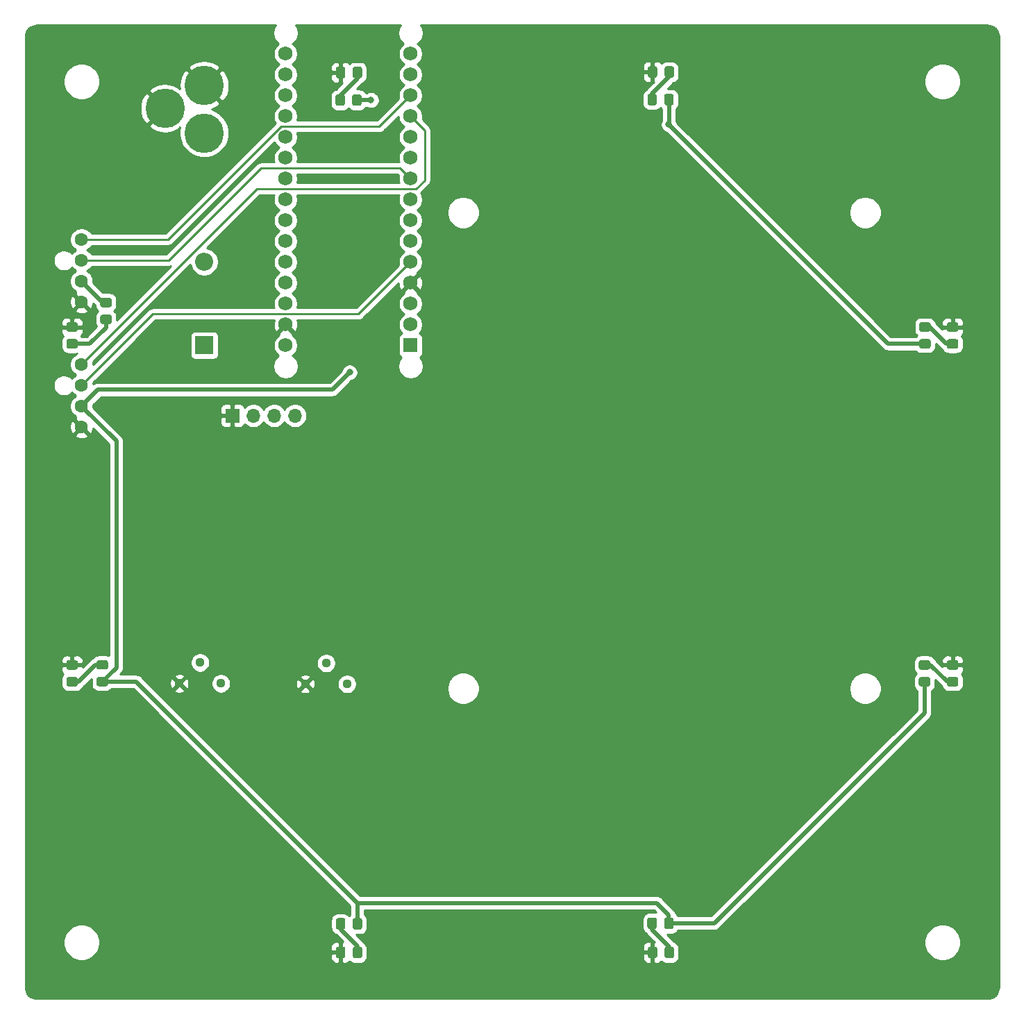
<source format=gbr>
%TF.GenerationSoftware,KiCad,Pcbnew,(5.1.6)-1*%
%TF.CreationDate,2024-05-27T20:35:23-04:00*%
%TF.ProjectId,watercooled-pi-120mm,77617465-7263-46f6-9f6c-65642d70692d,rev?*%
%TF.SameCoordinates,Original*%
%TF.FileFunction,Copper,L2,Bot*%
%TF.FilePolarity,Positive*%
%FSLAX46Y46*%
G04 Gerber Fmt 4.6, Leading zero omitted, Abs format (unit mm)*
G04 Created by KiCad (PCBNEW (5.1.6)-1) date 2024-05-27 20:35:23*
%MOMM*%
%LPD*%
G01*
G04 APERTURE LIST*
%TA.AperFunction,ComponentPad*%
%ADD10R,2.200000X2.200000*%
%TD*%
%TA.AperFunction,ComponentPad*%
%ADD11O,2.200000X2.200000*%
%TD*%
%TA.AperFunction,ComponentPad*%
%ADD12C,1.605000*%
%TD*%
%TA.AperFunction,ComponentPad*%
%ADD13C,4.800000*%
%TD*%
%TA.AperFunction,ComponentPad*%
%ADD14R,1.700000X1.700000*%
%TD*%
%TA.AperFunction,ComponentPad*%
%ADD15O,1.700000X1.700000*%
%TD*%
%TA.AperFunction,ComponentPad*%
%ADD16C,1.120000*%
%TD*%
%TA.AperFunction,ComponentPad*%
%ADD17R,1.727200X1.727200*%
%TD*%
%TA.AperFunction,ComponentPad*%
%ADD18C,1.727200*%
%TD*%
%TA.AperFunction,ViaPad*%
%ADD19C,0.800000*%
%TD*%
%TA.AperFunction,Conductor*%
%ADD20C,0.500000*%
%TD*%
%TA.AperFunction,Conductor*%
%ADD21C,0.250000*%
%TD*%
%TA.AperFunction,Conductor*%
%ADD22C,0.254000*%
%TD*%
G04 APERTURE END LIST*
D10*
%TO.P,D1,1*%
%TO.N,Net-(D1-Pad1)*%
X117157500Y-75565000D03*
D11*
%TO.P,D1,2*%
%TO.N,+12V*%
X117157500Y-65405000D03*
%TD*%
D12*
%TO.P,J0,1*%
%TO.N,GND*%
X102171500Y-85534500D03*
%TO.P,J0,2*%
%TO.N,+12V*%
X102171500Y-82994500D03*
%TO.P,J0,3*%
%TO.N,TACH0*%
X102171500Y-80454500D03*
%TO.P,J0,4*%
%TO.N,PWM0*%
X102171500Y-77914500D03*
%TD*%
%TO.P,J1,4*%
%TO.N,PWM1*%
X102171500Y-62674500D03*
%TO.P,J1,3*%
%TO.N,TACH1*%
X102171500Y-65214500D03*
%TO.P,J1,2*%
%TO.N,+12V*%
X102171500Y-67754500D03*
%TO.P,J1,1*%
%TO.N,GND*%
X102171500Y-70294500D03*
%TD*%
D13*
%TO.P,J2,1*%
%TO.N,Net-(F0-Pad1)*%
X117147500Y-49668000D03*
%TO.P,J2,2*%
%TO.N,GND*%
X117147500Y-43868000D03*
%TO.P,J2,3*%
X112347500Y-46668000D03*
%TD*%
D14*
%TO.P,J3,1*%
%TO.N,GND*%
X120586500Y-84137500D03*
D15*
%TO.P,J3,2*%
%TO.N,+5V*%
X123126500Y-84137500D03*
%TO.P,J3,3*%
%TO.N,SCL*%
X125666500Y-84137500D03*
%TO.P,J3,4*%
%TO.N,SDA*%
X128206500Y-84137500D03*
%TD*%
D16*
%TO.P,R0,1*%
%TO.N,GND*%
X114109500Y-116802500D03*
%TO.P,R0,2*%
%TO.N,CTRL0*%
X116649500Y-114262500D03*
%TO.P,R0,3*%
%TO.N,+5V*%
X119189500Y-116802500D03*
%TD*%
%TO.P,R1,3*%
%TO.N,+5V*%
X134556500Y-116866000D03*
%TO.P,R1,2*%
%TO.N,CTRL1*%
X132016500Y-114326000D03*
%TO.P,R1,1*%
%TO.N,GND*%
X129476500Y-116866000D03*
%TD*%
D17*
%TO.P,TB0,1*%
%TO.N,N/C*%
X142303500Y-75565000D03*
D18*
%TO.P,TB0,2*%
X142303500Y-73025000D03*
%TO.P,TB0,3*%
%TO.N,Net-(TB0-Pad28)*%
X142303500Y-70485000D03*
%TO.P,TB0,4*%
%TO.N,GND*%
X142303500Y-67945000D03*
%TO.P,TB0,5*%
%TO.N,TACH0*%
X142303500Y-65405000D03*
%TO.P,TB0,6*%
%TO.N,N/C*%
X142303500Y-62865000D03*
%TO.P,TB0,7*%
X142303500Y-60325000D03*
%TO.P,TB0,8*%
X142303500Y-57785000D03*
%TO.P,TB0,9*%
%TO.N,TACH1*%
X142303500Y-55245000D03*
%TO.P,TB0,10*%
%TO.N,N/C*%
X142303500Y-52705000D03*
%TO.P,TB0,11*%
X142303500Y-50165000D03*
%TO.P,TB0,12*%
%TO.N,PWM0*%
X142303500Y-47625000D03*
%TO.P,TB0,13*%
%TO.N,PWM1*%
X142303500Y-45085000D03*
%TO.P,TB0,14*%
%TO.N,N/C*%
X142303500Y-42545000D03*
%TO.P,TB0,15*%
X142303500Y-40005000D03*
%TO.P,TB0,16*%
X127063500Y-40005000D03*
%TO.P,TB0,17*%
X127063500Y-42545000D03*
%TO.P,TB0,18*%
X127063500Y-45085000D03*
%TO.P,TB0,19*%
%TO.N,CTRL0*%
X127063500Y-47625000D03*
%TO.P,TB0,20*%
%TO.N,CTRL1*%
X127063500Y-50165000D03*
%TO.P,TB0,21*%
%TO.N,N/C*%
X127063500Y-52705000D03*
%TO.P,TB0,22*%
X127063500Y-55245000D03*
%TO.P,TB0,23*%
%TO.N,SDA*%
X127063500Y-57785000D03*
%TO.P,TB0,24*%
%TO.N,SCL*%
X127063500Y-60325000D03*
%TO.P,TB0,25*%
%TO.N,N/C*%
X127063500Y-62865000D03*
%TO.P,TB0,26*%
X127063500Y-65405000D03*
%TO.P,TB0,27*%
%TO.N,+5V*%
X127063500Y-67945000D03*
%TO.P,TB0,28*%
%TO.N,Net-(TB0-Pad28)*%
X127063500Y-70485000D03*
%TO.P,TB0,29*%
%TO.N,GND*%
X127063500Y-73025000D03*
%TO.P,TB0,30*%
%TO.N,Net-(D1-Pad1)*%
X127063500Y-75565000D03*
%TD*%
%TO.P,D6,2*%
%TO.N,Net-(D6-Pad2)*%
%TA.AperFunction,SMDPad,CuDef*%
G36*
G01*
X207956999Y-74808500D02*
X208857001Y-74808500D01*
G75*
G02*
X209107000Y-75058499I0J-249999D01*
G01*
X209107000Y-75708501D01*
G75*
G02*
X208857001Y-75958500I-249999J0D01*
G01*
X207956999Y-75958500D01*
G75*
G02*
X207707000Y-75708501I0J249999D01*
G01*
X207707000Y-75058499D01*
G75*
G02*
X207956999Y-74808500I249999J0D01*
G01*
G37*
%TD.AperFunction*%
%TO.P,D6,1*%
%TO.N,GND*%
%TA.AperFunction,SMDPad,CuDef*%
G36*
G01*
X207956999Y-72758500D02*
X208857001Y-72758500D01*
G75*
G02*
X209107000Y-73008499I0J-249999D01*
G01*
X209107000Y-73658501D01*
G75*
G02*
X208857001Y-73908500I-249999J0D01*
G01*
X207956999Y-73908500D01*
G75*
G02*
X207707000Y-73658501I0J249999D01*
G01*
X207707000Y-73008499D01*
G75*
G02*
X207956999Y-72758500I249999J0D01*
G01*
G37*
%TD.AperFunction*%
%TD*%
%TO.P,D7,1*%
%TO.N,GND*%
%TA.AperFunction,SMDPad,CuDef*%
G36*
G01*
X207956999Y-113970000D02*
X208857001Y-113970000D01*
G75*
G02*
X209107000Y-114219999I0J-249999D01*
G01*
X209107000Y-114870001D01*
G75*
G02*
X208857001Y-115120000I-249999J0D01*
G01*
X207956999Y-115120000D01*
G75*
G02*
X207707000Y-114870001I0J249999D01*
G01*
X207707000Y-114219999D01*
G75*
G02*
X207956999Y-113970000I249999J0D01*
G01*
G37*
%TD.AperFunction*%
%TO.P,D7,2*%
%TO.N,Net-(D7-Pad2)*%
%TA.AperFunction,SMDPad,CuDef*%
G36*
G01*
X207956999Y-116020000D02*
X208857001Y-116020000D01*
G75*
G02*
X209107000Y-116269999I0J-249999D01*
G01*
X209107000Y-116920001D01*
G75*
G02*
X208857001Y-117170000I-249999J0D01*
G01*
X207956999Y-117170000D01*
G75*
G02*
X207707000Y-116920001I0J249999D01*
G01*
X207707000Y-116269999D01*
G75*
G02*
X207956999Y-116020000I249999J0D01*
G01*
G37*
%TD.AperFunction*%
%TD*%
%TO.P,D8,1*%
%TO.N,GND*%
%TA.AperFunction,SMDPad,CuDef*%
G36*
G01*
X133201500Y-150056001D02*
X133201500Y-149155999D01*
G75*
G02*
X133451499Y-148906000I249999J0D01*
G01*
X134101501Y-148906000D01*
G75*
G02*
X134351500Y-149155999I0J-249999D01*
G01*
X134351500Y-150056001D01*
G75*
G02*
X134101501Y-150306000I-249999J0D01*
G01*
X133451499Y-150306000D01*
G75*
G02*
X133201500Y-150056001I0J249999D01*
G01*
G37*
%TD.AperFunction*%
%TO.P,D8,2*%
%TO.N,Net-(D8-Pad2)*%
%TA.AperFunction,SMDPad,CuDef*%
G36*
G01*
X135251500Y-150056001D02*
X135251500Y-149155999D01*
G75*
G02*
X135501499Y-148906000I249999J0D01*
G01*
X136151501Y-148906000D01*
G75*
G02*
X136401500Y-149155999I0J-249999D01*
G01*
X136401500Y-150056001D01*
G75*
G02*
X136151501Y-150306000I-249999J0D01*
G01*
X135501499Y-150306000D01*
G75*
G02*
X135251500Y-150056001I0J249999D01*
G01*
G37*
%TD.AperFunction*%
%TD*%
%TO.P,D9,2*%
%TO.N,Net-(D9-Pad2)*%
%TA.AperFunction,SMDPad,CuDef*%
G36*
G01*
X173288000Y-150056001D02*
X173288000Y-149155999D01*
G75*
G02*
X173537999Y-148906000I249999J0D01*
G01*
X174188001Y-148906000D01*
G75*
G02*
X174438000Y-149155999I0J-249999D01*
G01*
X174438000Y-150056001D01*
G75*
G02*
X174188001Y-150306000I-249999J0D01*
G01*
X173537999Y-150306000D01*
G75*
G02*
X173288000Y-150056001I0J249999D01*
G01*
G37*
%TD.AperFunction*%
%TO.P,D9,1*%
%TO.N,GND*%
%TA.AperFunction,SMDPad,CuDef*%
G36*
G01*
X171238000Y-150056001D02*
X171238000Y-149155999D01*
G75*
G02*
X171487999Y-148906000I249999J0D01*
G01*
X172138001Y-148906000D01*
G75*
G02*
X172388000Y-149155999I0J-249999D01*
G01*
X172388000Y-150056001D01*
G75*
G02*
X172138001Y-150306000I-249999J0D01*
G01*
X171487999Y-150306000D01*
G75*
G02*
X171238000Y-150056001I0J249999D01*
G01*
G37*
%TD.AperFunction*%
%TD*%
%TO.P,D10,1*%
%TO.N,GND*%
%TA.AperFunction,SMDPad,CuDef*%
G36*
G01*
X133201500Y-42741001D02*
X133201500Y-41840999D01*
G75*
G02*
X133451499Y-41591000I249999J0D01*
G01*
X134101501Y-41591000D01*
G75*
G02*
X134351500Y-41840999I0J-249999D01*
G01*
X134351500Y-42741001D01*
G75*
G02*
X134101501Y-42991000I-249999J0D01*
G01*
X133451499Y-42991000D01*
G75*
G02*
X133201500Y-42741001I0J249999D01*
G01*
G37*
%TD.AperFunction*%
%TO.P,D10,2*%
%TO.N,Net-(D10-Pad2)*%
%TA.AperFunction,SMDPad,CuDef*%
G36*
G01*
X135251500Y-42741001D02*
X135251500Y-41840999D01*
G75*
G02*
X135501499Y-41591000I249999J0D01*
G01*
X136151501Y-41591000D01*
G75*
G02*
X136401500Y-41840999I0J-249999D01*
G01*
X136401500Y-42741001D01*
G75*
G02*
X136151501Y-42991000I-249999J0D01*
G01*
X135501499Y-42991000D01*
G75*
G02*
X135251500Y-42741001I0J249999D01*
G01*
G37*
%TD.AperFunction*%
%TD*%
%TO.P,D11,2*%
%TO.N,Net-(D11-Pad2)*%
%TA.AperFunction,SMDPad,CuDef*%
G36*
G01*
X173288000Y-42677501D02*
X173288000Y-41777499D01*
G75*
G02*
X173537999Y-41527500I249999J0D01*
G01*
X174188001Y-41527500D01*
G75*
G02*
X174438000Y-41777499I0J-249999D01*
G01*
X174438000Y-42677501D01*
G75*
G02*
X174188001Y-42927500I-249999J0D01*
G01*
X173537999Y-42927500D01*
G75*
G02*
X173288000Y-42677501I0J249999D01*
G01*
G37*
%TD.AperFunction*%
%TO.P,D11,1*%
%TO.N,GND*%
%TA.AperFunction,SMDPad,CuDef*%
G36*
G01*
X171238000Y-42677501D02*
X171238000Y-41777499D01*
G75*
G02*
X171487999Y-41527500I249999J0D01*
G01*
X172138001Y-41527500D01*
G75*
G02*
X172388000Y-41777499I0J-249999D01*
G01*
X172388000Y-42677501D01*
G75*
G02*
X172138001Y-42927500I-249999J0D01*
G01*
X171487999Y-42927500D01*
G75*
G02*
X171238000Y-42677501I0J249999D01*
G01*
G37*
%TD.AperFunction*%
%TD*%
%TO.P,D12,1*%
%TO.N,GND*%
%TA.AperFunction,SMDPad,CuDef*%
G36*
G01*
X100578499Y-113970000D02*
X101478501Y-113970000D01*
G75*
G02*
X101728500Y-114219999I0J-249999D01*
G01*
X101728500Y-114870001D01*
G75*
G02*
X101478501Y-115120000I-249999J0D01*
G01*
X100578499Y-115120000D01*
G75*
G02*
X100328500Y-114870001I0J249999D01*
G01*
X100328500Y-114219999D01*
G75*
G02*
X100578499Y-113970000I249999J0D01*
G01*
G37*
%TD.AperFunction*%
%TO.P,D12,2*%
%TO.N,Net-(D12-Pad2)*%
%TA.AperFunction,SMDPad,CuDef*%
G36*
G01*
X100578499Y-116020000D02*
X101478501Y-116020000D01*
G75*
G02*
X101728500Y-116269999I0J-249999D01*
G01*
X101728500Y-116920001D01*
G75*
G02*
X101478501Y-117170000I-249999J0D01*
G01*
X100578499Y-117170000D01*
G75*
G02*
X100328500Y-116920001I0J249999D01*
G01*
X100328500Y-116269999D01*
G75*
G02*
X100578499Y-116020000I249999J0D01*
G01*
G37*
%TD.AperFunction*%
%TD*%
%TO.P,D13,2*%
%TO.N,Net-(D13-Pad2)*%
%TA.AperFunction,SMDPad,CuDef*%
G36*
G01*
X100578499Y-74808500D02*
X101478501Y-74808500D01*
G75*
G02*
X101728500Y-75058499I0J-249999D01*
G01*
X101728500Y-75708501D01*
G75*
G02*
X101478501Y-75958500I-249999J0D01*
G01*
X100578499Y-75958500D01*
G75*
G02*
X100328500Y-75708501I0J249999D01*
G01*
X100328500Y-75058499D01*
G75*
G02*
X100578499Y-74808500I249999J0D01*
G01*
G37*
%TD.AperFunction*%
%TO.P,D13,1*%
%TO.N,GND*%
%TA.AperFunction,SMDPad,CuDef*%
G36*
G01*
X100578499Y-72758500D02*
X101478501Y-72758500D01*
G75*
G02*
X101728500Y-73008499I0J-249999D01*
G01*
X101728500Y-73658501D01*
G75*
G02*
X101478501Y-73908500I-249999J0D01*
G01*
X100578499Y-73908500D01*
G75*
G02*
X100328500Y-73658501I0J249999D01*
G01*
X100328500Y-73008499D01*
G75*
G02*
X100578499Y-72758500I249999J0D01*
G01*
G37*
%TD.AperFunction*%
%TD*%
%TO.P,R6,1*%
%TO.N,Net-(D6-Pad2)*%
%TA.AperFunction,SMDPad,CuDef*%
G36*
G01*
X204591499Y-72749500D02*
X205491501Y-72749500D01*
G75*
G02*
X205741500Y-72999499I0J-249999D01*
G01*
X205741500Y-73649501D01*
G75*
G02*
X205491501Y-73899500I-249999J0D01*
G01*
X204591499Y-73899500D01*
G75*
G02*
X204341500Y-73649501I0J249999D01*
G01*
X204341500Y-72999499D01*
G75*
G02*
X204591499Y-72749500I249999J0D01*
G01*
G37*
%TD.AperFunction*%
%TO.P,R6,2*%
%TO.N,+12V*%
%TA.AperFunction,SMDPad,CuDef*%
G36*
G01*
X204591499Y-74799500D02*
X205491501Y-74799500D01*
G75*
G02*
X205741500Y-75049499I0J-249999D01*
G01*
X205741500Y-75699501D01*
G75*
G02*
X205491501Y-75949500I-249999J0D01*
G01*
X204591499Y-75949500D01*
G75*
G02*
X204341500Y-75699501I0J249999D01*
G01*
X204341500Y-75049499D01*
G75*
G02*
X204591499Y-74799500I249999J0D01*
G01*
G37*
%TD.AperFunction*%
%TD*%
%TO.P,R7,2*%
%TO.N,+12V*%
%TA.AperFunction,SMDPad,CuDef*%
G36*
G01*
X204527999Y-116020000D02*
X205428001Y-116020000D01*
G75*
G02*
X205678000Y-116269999I0J-249999D01*
G01*
X205678000Y-116920001D01*
G75*
G02*
X205428001Y-117170000I-249999J0D01*
G01*
X204527999Y-117170000D01*
G75*
G02*
X204278000Y-116920001I0J249999D01*
G01*
X204278000Y-116269999D01*
G75*
G02*
X204527999Y-116020000I249999J0D01*
G01*
G37*
%TD.AperFunction*%
%TO.P,R7,1*%
%TO.N,Net-(D7-Pad2)*%
%TA.AperFunction,SMDPad,CuDef*%
G36*
G01*
X204527999Y-113970000D02*
X205428001Y-113970000D01*
G75*
G02*
X205678000Y-114219999I0J-249999D01*
G01*
X205678000Y-114870001D01*
G75*
G02*
X205428001Y-115120000I-249999J0D01*
G01*
X204527999Y-115120000D01*
G75*
G02*
X204278000Y-114870001I0J249999D01*
G01*
X204278000Y-114219999D01*
G75*
G02*
X204527999Y-113970000I249999J0D01*
G01*
G37*
%TD.AperFunction*%
%TD*%
%TO.P,R8,1*%
%TO.N,Net-(D8-Pad2)*%
%TA.AperFunction,SMDPad,CuDef*%
G36*
G01*
X133201500Y-146563501D02*
X133201500Y-145663499D01*
G75*
G02*
X133451499Y-145413500I249999J0D01*
G01*
X134101501Y-145413500D01*
G75*
G02*
X134351500Y-145663499I0J-249999D01*
G01*
X134351500Y-146563501D01*
G75*
G02*
X134101501Y-146813500I-249999J0D01*
G01*
X133451499Y-146813500D01*
G75*
G02*
X133201500Y-146563501I0J249999D01*
G01*
G37*
%TD.AperFunction*%
%TO.P,R8,2*%
%TO.N,+12V*%
%TA.AperFunction,SMDPad,CuDef*%
G36*
G01*
X135251500Y-146563501D02*
X135251500Y-145663499D01*
G75*
G02*
X135501499Y-145413500I249999J0D01*
G01*
X136151501Y-145413500D01*
G75*
G02*
X136401500Y-145663499I0J-249999D01*
G01*
X136401500Y-146563501D01*
G75*
G02*
X136151501Y-146813500I-249999J0D01*
G01*
X135501499Y-146813500D01*
G75*
G02*
X135251500Y-146563501I0J249999D01*
G01*
G37*
%TD.AperFunction*%
%TD*%
%TO.P,R9,2*%
%TO.N,+12V*%
%TA.AperFunction,SMDPad,CuDef*%
G36*
G01*
X173233500Y-146500001D02*
X173233500Y-145599999D01*
G75*
G02*
X173483499Y-145350000I249999J0D01*
G01*
X174133501Y-145350000D01*
G75*
G02*
X174383500Y-145599999I0J-249999D01*
G01*
X174383500Y-146500001D01*
G75*
G02*
X174133501Y-146750000I-249999J0D01*
G01*
X173483499Y-146750000D01*
G75*
G02*
X173233500Y-146500001I0J249999D01*
G01*
G37*
%TD.AperFunction*%
%TO.P,R9,1*%
%TO.N,Net-(D9-Pad2)*%
%TA.AperFunction,SMDPad,CuDef*%
G36*
G01*
X171183500Y-146500001D02*
X171183500Y-145599999D01*
G75*
G02*
X171433499Y-145350000I249999J0D01*
G01*
X172083501Y-145350000D01*
G75*
G02*
X172333500Y-145599999I0J-249999D01*
G01*
X172333500Y-146500001D01*
G75*
G02*
X172083501Y-146750000I-249999J0D01*
G01*
X171433499Y-146750000D01*
G75*
G02*
X171183500Y-146500001I0J249999D01*
G01*
G37*
%TD.AperFunction*%
%TD*%
%TO.P,R10,1*%
%TO.N,Net-(D10-Pad2)*%
%TA.AperFunction,SMDPad,CuDef*%
G36*
G01*
X133138000Y-46106501D02*
X133138000Y-45206499D01*
G75*
G02*
X133387999Y-44956500I249999J0D01*
G01*
X134038001Y-44956500D01*
G75*
G02*
X134288000Y-45206499I0J-249999D01*
G01*
X134288000Y-46106501D01*
G75*
G02*
X134038001Y-46356500I-249999J0D01*
G01*
X133387999Y-46356500D01*
G75*
G02*
X133138000Y-46106501I0J249999D01*
G01*
G37*
%TD.AperFunction*%
%TO.P,R10,2*%
%TO.N,+12V*%
%TA.AperFunction,SMDPad,CuDef*%
G36*
G01*
X135188000Y-46106501D02*
X135188000Y-45206499D01*
G75*
G02*
X135437999Y-44956500I249999J0D01*
G01*
X136088001Y-44956500D01*
G75*
G02*
X136338000Y-45206499I0J-249999D01*
G01*
X136338000Y-46106501D01*
G75*
G02*
X136088001Y-46356500I-249999J0D01*
G01*
X135437999Y-46356500D01*
G75*
G02*
X135188000Y-46106501I0J249999D01*
G01*
G37*
%TD.AperFunction*%
%TD*%
%TO.P,R11,2*%
%TO.N,+12V*%
%TA.AperFunction,SMDPad,CuDef*%
G36*
G01*
X173242500Y-46043001D02*
X173242500Y-45142999D01*
G75*
G02*
X173492499Y-44893000I249999J0D01*
G01*
X174142501Y-44893000D01*
G75*
G02*
X174392500Y-45142999I0J-249999D01*
G01*
X174392500Y-46043001D01*
G75*
G02*
X174142501Y-46293000I-249999J0D01*
G01*
X173492499Y-46293000D01*
G75*
G02*
X173242500Y-46043001I0J249999D01*
G01*
G37*
%TD.AperFunction*%
%TO.P,R11,1*%
%TO.N,Net-(D11-Pad2)*%
%TA.AperFunction,SMDPad,CuDef*%
G36*
G01*
X171192500Y-46043001D02*
X171192500Y-45142999D01*
G75*
G02*
X171442499Y-44893000I249999J0D01*
G01*
X172092501Y-44893000D01*
G75*
G02*
X172342500Y-45142999I0J-249999D01*
G01*
X172342500Y-46043001D01*
G75*
G02*
X172092501Y-46293000I-249999J0D01*
G01*
X171442499Y-46293000D01*
G75*
G02*
X171192500Y-46043001I0J249999D01*
G01*
G37*
%TD.AperFunction*%
%TD*%
%TO.P,R12,1*%
%TO.N,Net-(D12-Pad2)*%
%TA.AperFunction,SMDPad,CuDef*%
G36*
G01*
X104261499Y-113961000D02*
X105161501Y-113961000D01*
G75*
G02*
X105411500Y-114210999I0J-249999D01*
G01*
X105411500Y-114861001D01*
G75*
G02*
X105161501Y-115111000I-249999J0D01*
G01*
X104261499Y-115111000D01*
G75*
G02*
X104011500Y-114861001I0J249999D01*
G01*
X104011500Y-114210999D01*
G75*
G02*
X104261499Y-113961000I249999J0D01*
G01*
G37*
%TD.AperFunction*%
%TO.P,R12,2*%
%TO.N,+12V*%
%TA.AperFunction,SMDPad,CuDef*%
G36*
G01*
X104261499Y-116011000D02*
X105161501Y-116011000D01*
G75*
G02*
X105411500Y-116260999I0J-249999D01*
G01*
X105411500Y-116911001D01*
G75*
G02*
X105161501Y-117161000I-249999J0D01*
G01*
X104261499Y-117161000D01*
G75*
G02*
X104011500Y-116911001I0J249999D01*
G01*
X104011500Y-116260999D01*
G75*
G02*
X104261499Y-116011000I249999J0D01*
G01*
G37*
%TD.AperFunction*%
%TD*%
%TO.P,R13,2*%
%TO.N,+12V*%
%TA.AperFunction,SMDPad,CuDef*%
G36*
G01*
X105606001Y-70924000D02*
X104705999Y-70924000D01*
G75*
G02*
X104456000Y-70674001I0J249999D01*
G01*
X104456000Y-70023999D01*
G75*
G02*
X104705999Y-69774000I249999J0D01*
G01*
X105606001Y-69774000D01*
G75*
G02*
X105856000Y-70023999I0J-249999D01*
G01*
X105856000Y-70674001D01*
G75*
G02*
X105606001Y-70924000I-249999J0D01*
G01*
G37*
%TD.AperFunction*%
%TO.P,R13,1*%
%TO.N,Net-(D13-Pad2)*%
%TA.AperFunction,SMDPad,CuDef*%
G36*
G01*
X105606001Y-72974000D02*
X104705999Y-72974000D01*
G75*
G02*
X104456000Y-72724001I0J249999D01*
G01*
X104456000Y-72073999D01*
G75*
G02*
X104705999Y-71824000I249999J0D01*
G01*
X105606001Y-71824000D01*
G75*
G02*
X105856000Y-72073999I0J-249999D01*
G01*
X105856000Y-72724001D01*
G75*
G02*
X105606001Y-72974000I-249999J0D01*
G01*
G37*
%TD.AperFunction*%
%TD*%
D19*
%TO.N,+12V*%
X134874000Y-78867000D03*
X137477500Y-45656500D03*
X173799500Y-48641000D03*
%TO.N,GND*%
X129794000Y-57975500D03*
X139255500Y-57975500D03*
X123507500Y-69215000D03*
X106870500Y-63881000D03*
X135001000Y-37465000D03*
X134874000Y-51498500D03*
X134874000Y-55245000D03*
X129794000Y-66675000D03*
X108204000Y-69786500D03*
%TD*%
D20*
%TO.N,+12V*%
X132778500Y-80962500D02*
X134874000Y-78867000D01*
X104203500Y-80962500D02*
X132778500Y-80962500D01*
X102171500Y-82994500D02*
X104203500Y-80962500D01*
X135763000Y-45656500D02*
X137477500Y-45656500D01*
X173817500Y-45593000D02*
X173817500Y-48623000D01*
X173817500Y-48623000D02*
X173799500Y-48641000D01*
X104766000Y-70349000D02*
X102171500Y-67754500D01*
X105156000Y-70349000D02*
X104766000Y-70349000D01*
X106426000Y-87249000D02*
X102171500Y-82994500D01*
X104711500Y-116586000D02*
X106426000Y-114871500D01*
X106426000Y-114871500D02*
X106426000Y-87249000D01*
X135826500Y-143573500D02*
X135826500Y-146113500D01*
X104711500Y-116586000D02*
X108839000Y-116586000D01*
X108839000Y-116586000D02*
X135826500Y-143573500D01*
X173808500Y-145043000D02*
X173808500Y-146050000D01*
X135826500Y-143573500D02*
X172339000Y-143573500D01*
X172339000Y-143573500D02*
X173808500Y-145043000D01*
X200533000Y-75374500D02*
X173799500Y-48641000D01*
X205041500Y-75374500D02*
X200533000Y-75374500D01*
X204978000Y-116595000D02*
X204978000Y-120396000D01*
X179324000Y-146050000D02*
X173808500Y-146050000D01*
X204978000Y-120396000D02*
X179324000Y-146050000D01*
D21*
%TO.N,TACH0*%
X135953500Y-71755000D02*
X142303500Y-65405000D01*
X102171500Y-80454500D02*
X110871000Y-71755000D01*
X110871000Y-71755000D02*
X135953500Y-71755000D01*
%TO.N,PWM0*%
X144018000Y-49339500D02*
X142303500Y-47625000D01*
X142938500Y-56515000D02*
X144018000Y-55435500D01*
X144018000Y-55435500D02*
X144018000Y-49339500D01*
X102171500Y-77914500D02*
X123571000Y-56515000D01*
X123571000Y-56515000D02*
X142938500Y-56515000D01*
%TO.N,PWM1*%
X138493500Y-48895000D02*
X142303500Y-45085000D01*
X126492000Y-48895000D02*
X138493500Y-48895000D01*
X102171500Y-62674500D02*
X112712500Y-62674500D01*
X112712500Y-62674500D02*
X126492000Y-48895000D01*
%TO.N,TACH1*%
X124034370Y-53975000D02*
X141033500Y-53975000D01*
X102171500Y-65214500D02*
X112794870Y-65214500D01*
X141033500Y-53975000D02*
X142303500Y-55245000D01*
X112794870Y-65214500D02*
X124034370Y-53975000D01*
D20*
%TO.N,Net-(D6-Pad2)*%
X205041500Y-73324500D02*
X205595000Y-73324500D01*
X207654000Y-75383500D02*
X208407000Y-75383500D01*
X205595000Y-73324500D02*
X207654000Y-75383500D01*
%TO.N,Net-(D7-Pad2)*%
X207781000Y-116595000D02*
X208407000Y-116595000D01*
X204978000Y-114545000D02*
X205731000Y-114545000D01*
X205731000Y-114545000D02*
X207781000Y-116595000D01*
%TO.N,Net-(D8-Pad2)*%
X133776500Y-146794000D02*
X133776500Y-146113500D01*
X135826500Y-149606000D02*
X135826500Y-148844000D01*
X135826500Y-148844000D02*
X133776500Y-146794000D01*
%TO.N,Net-(D9-Pad2)*%
X171758500Y-146803000D02*
X171758500Y-146050000D01*
X173863000Y-149606000D02*
X173863000Y-148907500D01*
X173863000Y-148907500D02*
X171758500Y-146803000D01*
%TO.N,Net-(D10-Pad2)*%
X133713000Y-45656500D02*
X133713000Y-45103000D01*
X135826500Y-42989500D02*
X135826500Y-42291000D01*
X133713000Y-45103000D02*
X135826500Y-42989500D01*
%TO.N,Net-(D11-Pad2)*%
X171767500Y-45593000D02*
X171767500Y-44894500D01*
X173863000Y-42799000D02*
X173863000Y-42227500D01*
X171767500Y-44894500D02*
X173863000Y-42799000D01*
%TO.N,Net-(D12-Pad2)*%
X103840500Y-114536000D02*
X104711500Y-114536000D01*
X101028500Y-116595000D02*
X101781500Y-116595000D01*
X101781500Y-116595000D02*
X103840500Y-114536000D01*
%TO.N,Net-(D13-Pad2)*%
X103178500Y-75383500D02*
X101028500Y-75383500D01*
X105156000Y-72399000D02*
X105156000Y-73406000D01*
X105156000Y-73406000D02*
X103178500Y-75383500D01*
%TD*%
D22*
%TO.N,GND*%
G36*
X125681046Y-36726063D02*
G01*
X125563450Y-37009965D01*
X125503500Y-37311353D01*
X125503500Y-37618647D01*
X125563450Y-37920035D01*
X125681046Y-38203937D01*
X125851769Y-38459442D01*
X126069058Y-38676731D01*
X126211522Y-38771922D01*
X126108198Y-38840961D01*
X125899461Y-39049698D01*
X125735458Y-39295147D01*
X125622490Y-39567875D01*
X125564900Y-39857401D01*
X125564900Y-40152599D01*
X125622490Y-40442125D01*
X125735458Y-40714853D01*
X125899461Y-40960302D01*
X126108198Y-41169039D01*
X126266781Y-41275000D01*
X126108198Y-41380961D01*
X125899461Y-41589698D01*
X125735458Y-41835147D01*
X125622490Y-42107875D01*
X125564900Y-42397401D01*
X125564900Y-42692599D01*
X125622490Y-42982125D01*
X125735458Y-43254853D01*
X125899461Y-43500302D01*
X126108198Y-43709039D01*
X126266781Y-43815000D01*
X126108198Y-43920961D01*
X125899461Y-44129698D01*
X125735458Y-44375147D01*
X125622490Y-44647875D01*
X125564900Y-44937401D01*
X125564900Y-45232599D01*
X125622490Y-45522125D01*
X125735458Y-45794853D01*
X125899461Y-46040302D01*
X126108198Y-46249039D01*
X126266781Y-46355000D01*
X126108198Y-46460961D01*
X125899461Y-46669698D01*
X125735458Y-46915147D01*
X125622490Y-47187875D01*
X125564900Y-47477401D01*
X125564900Y-47772599D01*
X125622490Y-48062125D01*
X125735458Y-48334853D01*
X125832344Y-48479854D01*
X112397699Y-61914500D01*
X103392551Y-61914500D01*
X103288079Y-61758147D01*
X103087853Y-61557921D01*
X102852411Y-61400604D01*
X102590803Y-61292243D01*
X102313081Y-61237000D01*
X102029919Y-61237000D01*
X101752197Y-61292243D01*
X101490589Y-61400604D01*
X101255147Y-61557921D01*
X101054921Y-61758147D01*
X100897604Y-61993589D01*
X100789243Y-62255197D01*
X100734000Y-62532919D01*
X100734000Y-62816081D01*
X100789243Y-63093803D01*
X100897604Y-63355411D01*
X101054921Y-63590853D01*
X101255147Y-63791079D01*
X101484758Y-63944500D01*
X101255147Y-64097921D01*
X101054921Y-64298147D01*
X100997840Y-64383575D01*
X100830640Y-64216375D01*
X100620176Y-64075747D01*
X100386321Y-63978881D01*
X100138061Y-63929500D01*
X99884939Y-63929500D01*
X99636679Y-63978881D01*
X99402824Y-64075747D01*
X99192360Y-64216375D01*
X99013375Y-64395360D01*
X98872747Y-64605824D01*
X98775881Y-64839679D01*
X98726500Y-65087939D01*
X98726500Y-65341061D01*
X98775881Y-65589321D01*
X98872747Y-65823176D01*
X99013375Y-66033640D01*
X99192360Y-66212625D01*
X99402824Y-66353253D01*
X99636679Y-66450119D01*
X99884939Y-66499500D01*
X100138061Y-66499500D01*
X100386321Y-66450119D01*
X100620176Y-66353253D01*
X100830640Y-66212625D01*
X100997840Y-66045425D01*
X101054921Y-66130853D01*
X101255147Y-66331079D01*
X101484758Y-66484500D01*
X101255147Y-66637921D01*
X101054921Y-66838147D01*
X100897604Y-67073589D01*
X100789243Y-67335197D01*
X100734000Y-67612919D01*
X100734000Y-67896081D01*
X100789243Y-68173803D01*
X100897604Y-68435411D01*
X101054921Y-68670853D01*
X101255147Y-68871079D01*
X101485772Y-69025178D01*
X101428504Y-69055788D01*
X101356618Y-69300013D01*
X102171500Y-70114895D01*
X102185643Y-70100753D01*
X102365248Y-70280358D01*
X102351105Y-70294500D01*
X103165987Y-71109382D01*
X103410212Y-71037496D01*
X103531362Y-70781559D01*
X103600252Y-70506904D01*
X103603648Y-70438227D01*
X103817928Y-70652507D01*
X103817928Y-70674001D01*
X103834992Y-70847255D01*
X103885528Y-71013851D01*
X103967595Y-71167387D01*
X104078038Y-71301962D01*
X104165816Y-71374000D01*
X104078038Y-71446038D01*
X103967595Y-71580613D01*
X103885528Y-71734149D01*
X103834992Y-71900745D01*
X103817928Y-72073999D01*
X103817928Y-72724001D01*
X103834992Y-72897255D01*
X103885528Y-73063851D01*
X103967595Y-73217387D01*
X104024137Y-73286284D01*
X102811922Y-74498500D01*
X102162237Y-74498500D01*
X102106462Y-74430538D01*
X102099906Y-74425158D01*
X102179685Y-74359685D01*
X102259037Y-74262994D01*
X102318002Y-74152680D01*
X102354312Y-74032982D01*
X102366572Y-73908500D01*
X102363500Y-73619250D01*
X102204750Y-73460500D01*
X101155500Y-73460500D01*
X101155500Y-73480500D01*
X100901500Y-73480500D01*
X100901500Y-73460500D01*
X99852250Y-73460500D01*
X99693500Y-73619250D01*
X99690428Y-73908500D01*
X99702688Y-74032982D01*
X99738998Y-74152680D01*
X99797963Y-74262994D01*
X99877315Y-74359685D01*
X99957094Y-74425158D01*
X99950538Y-74430538D01*
X99840095Y-74565113D01*
X99758028Y-74718649D01*
X99707492Y-74885245D01*
X99690428Y-75058499D01*
X99690428Y-75708501D01*
X99707492Y-75881755D01*
X99758028Y-76048351D01*
X99840095Y-76201887D01*
X99950538Y-76336462D01*
X100085113Y-76446905D01*
X100238649Y-76528972D01*
X100405245Y-76579508D01*
X100578499Y-76596572D01*
X101478501Y-76596572D01*
X101633825Y-76581274D01*
X101490589Y-76640604D01*
X101255147Y-76797921D01*
X101054921Y-76998147D01*
X100897604Y-77233589D01*
X100789243Y-77495197D01*
X100734000Y-77772919D01*
X100734000Y-78056081D01*
X100789243Y-78333803D01*
X100897604Y-78595411D01*
X101054921Y-78830853D01*
X101255147Y-79031079D01*
X101484758Y-79184500D01*
X101255147Y-79337921D01*
X101054921Y-79538147D01*
X100997840Y-79623575D01*
X100830640Y-79456375D01*
X100620176Y-79315747D01*
X100386321Y-79218881D01*
X100138061Y-79169500D01*
X99884939Y-79169500D01*
X99636679Y-79218881D01*
X99402824Y-79315747D01*
X99192360Y-79456375D01*
X99013375Y-79635360D01*
X98872747Y-79845824D01*
X98775881Y-80079679D01*
X98726500Y-80327939D01*
X98726500Y-80581061D01*
X98775881Y-80829321D01*
X98872747Y-81063176D01*
X99013375Y-81273640D01*
X99192360Y-81452625D01*
X99402824Y-81593253D01*
X99636679Y-81690119D01*
X99884939Y-81739500D01*
X100138061Y-81739500D01*
X100386321Y-81690119D01*
X100620176Y-81593253D01*
X100830640Y-81452625D01*
X100997840Y-81285425D01*
X101054921Y-81370853D01*
X101255147Y-81571079D01*
X101484758Y-81724500D01*
X101255147Y-81877921D01*
X101054921Y-82078147D01*
X100897604Y-82313589D01*
X100789243Y-82575197D01*
X100734000Y-82852919D01*
X100734000Y-83136081D01*
X100789243Y-83413803D01*
X100897604Y-83675411D01*
X101054921Y-83910853D01*
X101255147Y-84111079D01*
X101485772Y-84265178D01*
X101428504Y-84295788D01*
X101356618Y-84540013D01*
X102171500Y-85354895D01*
X102185643Y-85340753D01*
X102365248Y-85520358D01*
X102351105Y-85534500D01*
X103165987Y-86349382D01*
X103410212Y-86277496D01*
X103531362Y-86021559D01*
X103600252Y-85746904D01*
X103603648Y-85678227D01*
X105541001Y-87615580D01*
X105541000Y-113411721D01*
X105501351Y-113390528D01*
X105334755Y-113339992D01*
X105161501Y-113322928D01*
X104261499Y-113322928D01*
X104088245Y-113339992D01*
X103921649Y-113390528D01*
X103768113Y-113472595D01*
X103633538Y-113583038D01*
X103534187Y-113704097D01*
X103500187Y-113714411D01*
X103346441Y-113796589D01*
X103245453Y-113879468D01*
X103245451Y-113879470D01*
X103211683Y-113907183D01*
X103183970Y-113940951D01*
X102328836Y-114796086D01*
X102204750Y-114672000D01*
X101155500Y-114672000D01*
X101155500Y-114692000D01*
X100901500Y-114692000D01*
X100901500Y-114672000D01*
X99852250Y-114672000D01*
X99693500Y-114830750D01*
X99690428Y-115120000D01*
X99702688Y-115244482D01*
X99738998Y-115364180D01*
X99797963Y-115474494D01*
X99877315Y-115571185D01*
X99957094Y-115636658D01*
X99950538Y-115642038D01*
X99840095Y-115776613D01*
X99758028Y-115930149D01*
X99707492Y-116096745D01*
X99690428Y-116269999D01*
X99690428Y-116920001D01*
X99707492Y-117093255D01*
X99758028Y-117259851D01*
X99840095Y-117413387D01*
X99950538Y-117547962D01*
X100085113Y-117658405D01*
X100238649Y-117740472D01*
X100405245Y-117791008D01*
X100578499Y-117808072D01*
X101478501Y-117808072D01*
X101651755Y-117791008D01*
X101818351Y-117740472D01*
X101971887Y-117658405D01*
X102106462Y-117547962D01*
X102216905Y-117413387D01*
X102252543Y-117346713D01*
X102275559Y-117334411D01*
X102410317Y-117223817D01*
X102438034Y-117190044D01*
X103374122Y-116253957D01*
X103373428Y-116260999D01*
X103373428Y-116911001D01*
X103390492Y-117084255D01*
X103441028Y-117250851D01*
X103523095Y-117404387D01*
X103633538Y-117538962D01*
X103768113Y-117649405D01*
X103921649Y-117731472D01*
X104088245Y-117782008D01*
X104261499Y-117799072D01*
X105161501Y-117799072D01*
X105334755Y-117782008D01*
X105501351Y-117731472D01*
X105654887Y-117649405D01*
X105789462Y-117538962D01*
X105845237Y-117471000D01*
X108472422Y-117471000D01*
X134941500Y-143940079D01*
X134941501Y-144979762D01*
X134873538Y-145035538D01*
X134801500Y-145123316D01*
X134729462Y-145035538D01*
X134594887Y-144925095D01*
X134441351Y-144843028D01*
X134274755Y-144792492D01*
X134101501Y-144775428D01*
X133451499Y-144775428D01*
X133278245Y-144792492D01*
X133111649Y-144843028D01*
X132958113Y-144925095D01*
X132823538Y-145035538D01*
X132713095Y-145170113D01*
X132631028Y-145323649D01*
X132580492Y-145490245D01*
X132563428Y-145663499D01*
X132563428Y-146563501D01*
X132580492Y-146736755D01*
X132631028Y-146903351D01*
X132713095Y-147056887D01*
X132823538Y-147191462D01*
X132958113Y-147301905D01*
X133111649Y-147383972D01*
X133117181Y-147385650D01*
X133147683Y-147422817D01*
X133181456Y-147450534D01*
X134032086Y-148301164D01*
X133903500Y-148429750D01*
X133903500Y-149479000D01*
X133923500Y-149479000D01*
X133923500Y-149733000D01*
X133903500Y-149733000D01*
X133903500Y-150782250D01*
X134062250Y-150941000D01*
X134351500Y-150944072D01*
X134475982Y-150931812D01*
X134595680Y-150895502D01*
X134705994Y-150836537D01*
X134802685Y-150757185D01*
X134868158Y-150677406D01*
X134873538Y-150683962D01*
X135008113Y-150794405D01*
X135161649Y-150876472D01*
X135328245Y-150927008D01*
X135501499Y-150944072D01*
X136151501Y-150944072D01*
X136324755Y-150927008D01*
X136491351Y-150876472D01*
X136644887Y-150794405D01*
X136779462Y-150683962D01*
X136889905Y-150549387D01*
X136971972Y-150395851D01*
X136999227Y-150306000D01*
X170599928Y-150306000D01*
X170612188Y-150430482D01*
X170648498Y-150550180D01*
X170707463Y-150660494D01*
X170786815Y-150757185D01*
X170883506Y-150836537D01*
X170993820Y-150895502D01*
X171113518Y-150931812D01*
X171238000Y-150944072D01*
X171527250Y-150941000D01*
X171686000Y-150782250D01*
X171686000Y-149733000D01*
X170761750Y-149733000D01*
X170603000Y-149891750D01*
X170599928Y-150306000D01*
X136999227Y-150306000D01*
X137022508Y-150229255D01*
X137039572Y-150056001D01*
X137039572Y-149155999D01*
X137022508Y-148982745D01*
X136999228Y-148906000D01*
X170599928Y-148906000D01*
X170603000Y-149320250D01*
X170761750Y-149479000D01*
X171686000Y-149479000D01*
X171686000Y-148429750D01*
X171527250Y-148271000D01*
X171238000Y-148267928D01*
X171113518Y-148280188D01*
X170993820Y-148316498D01*
X170883506Y-148375463D01*
X170786815Y-148454815D01*
X170707463Y-148551506D01*
X170648498Y-148661820D01*
X170612188Y-148781518D01*
X170599928Y-148906000D01*
X136999228Y-148906000D01*
X136971972Y-148816149D01*
X136889905Y-148662613D01*
X136779462Y-148528038D01*
X136644887Y-148417595D01*
X136584948Y-148385557D01*
X136565911Y-148349941D01*
X136483032Y-148248953D01*
X136483030Y-148248951D01*
X136455317Y-148215183D01*
X136421549Y-148187470D01*
X135685651Y-147451572D01*
X136151501Y-147451572D01*
X136324755Y-147434508D01*
X136491351Y-147383972D01*
X136644887Y-147301905D01*
X136779462Y-147191462D01*
X136889905Y-147056887D01*
X136971972Y-146903351D01*
X137022508Y-146736755D01*
X137039572Y-146563501D01*
X137039572Y-145663499D01*
X137022508Y-145490245D01*
X136971972Y-145323649D01*
X136889905Y-145170113D01*
X136779462Y-145035538D01*
X136711500Y-144979763D01*
X136711500Y-144458500D01*
X171972422Y-144458500D01*
X172241401Y-144727480D01*
X172083501Y-144711928D01*
X171433499Y-144711928D01*
X171260245Y-144728992D01*
X171093649Y-144779528D01*
X170940113Y-144861595D01*
X170805538Y-144972038D01*
X170695095Y-145106613D01*
X170613028Y-145260149D01*
X170562492Y-145426745D01*
X170545428Y-145599999D01*
X170545428Y-146500001D01*
X170562492Y-146673255D01*
X170613028Y-146839851D01*
X170695095Y-146993387D01*
X170805538Y-147127962D01*
X170940113Y-147238405D01*
X171006788Y-147274043D01*
X171019089Y-147297058D01*
X171129683Y-147431817D01*
X171163456Y-147459534D01*
X172036836Y-148332914D01*
X171940000Y-148429750D01*
X171940000Y-149479000D01*
X171960000Y-149479000D01*
X171960000Y-149733000D01*
X171940000Y-149733000D01*
X171940000Y-150782250D01*
X172098750Y-150941000D01*
X172388000Y-150944072D01*
X172512482Y-150931812D01*
X172632180Y-150895502D01*
X172742494Y-150836537D01*
X172839185Y-150757185D01*
X172904658Y-150677406D01*
X172910038Y-150683962D01*
X173044613Y-150794405D01*
X173198149Y-150876472D01*
X173364745Y-150927008D01*
X173537999Y-150944072D01*
X174188001Y-150944072D01*
X174361255Y-150927008D01*
X174527851Y-150876472D01*
X174681387Y-150794405D01*
X174815962Y-150683962D01*
X174926405Y-150549387D01*
X175008472Y-150395851D01*
X175059008Y-150229255D01*
X175076072Y-150056001D01*
X175076072Y-149155999D01*
X175059008Y-148982745D01*
X175008472Y-148816149D01*
X174926405Y-148662613D01*
X174815962Y-148528038D01*
X174681387Y-148417595D01*
X174546767Y-148345639D01*
X174519532Y-148312453D01*
X174519530Y-148312451D01*
X174491817Y-148278683D01*
X174458049Y-148250970D01*
X174386451Y-148179372D01*
X204965500Y-148179372D01*
X204965500Y-148619628D01*
X205051390Y-149051425D01*
X205219869Y-149458169D01*
X205464462Y-149824229D01*
X205775771Y-150135538D01*
X206141831Y-150380131D01*
X206548575Y-150548610D01*
X206980372Y-150634500D01*
X207420628Y-150634500D01*
X207852425Y-150548610D01*
X208259169Y-150380131D01*
X208625229Y-150135538D01*
X208936538Y-149824229D01*
X209181131Y-149458169D01*
X209349610Y-149051425D01*
X209435500Y-148619628D01*
X209435500Y-148179372D01*
X209349610Y-147747575D01*
X209181131Y-147340831D01*
X208936538Y-146974771D01*
X208625229Y-146663462D01*
X208259169Y-146418869D01*
X207852425Y-146250390D01*
X207420628Y-146164500D01*
X206980372Y-146164500D01*
X206548575Y-146250390D01*
X206141831Y-146418869D01*
X205775771Y-146663462D01*
X205464462Y-146974771D01*
X205219869Y-147340831D01*
X205051390Y-147747575D01*
X204965500Y-148179372D01*
X174386451Y-148179372D01*
X173595151Y-147388072D01*
X174133501Y-147388072D01*
X174306755Y-147371008D01*
X174473351Y-147320472D01*
X174626887Y-147238405D01*
X174761462Y-147127962D01*
X174871905Y-146993387D01*
X174903114Y-146935000D01*
X179280531Y-146935000D01*
X179324000Y-146939281D01*
X179367469Y-146935000D01*
X179367477Y-146935000D01*
X179497490Y-146922195D01*
X179664313Y-146871589D01*
X179818059Y-146789411D01*
X179952817Y-146678817D01*
X179980534Y-146645044D01*
X205573049Y-121052530D01*
X205606817Y-121024817D01*
X205717411Y-120890059D01*
X205799589Y-120736313D01*
X205850195Y-120569490D01*
X205863000Y-120439477D01*
X205863000Y-120439469D01*
X205867281Y-120396000D01*
X205863000Y-120352531D01*
X205863000Y-117689614D01*
X205921387Y-117658405D01*
X206055962Y-117547962D01*
X206166405Y-117413387D01*
X206248472Y-117259851D01*
X206299008Y-117093255D01*
X206316072Y-116920001D01*
X206316072Y-116381651D01*
X207111385Y-117176963D01*
X207136528Y-117259851D01*
X207218595Y-117413387D01*
X207329038Y-117547962D01*
X207463613Y-117658405D01*
X207617149Y-117740472D01*
X207783745Y-117791008D01*
X207956999Y-117808072D01*
X208857001Y-117808072D01*
X209030255Y-117791008D01*
X209196851Y-117740472D01*
X209350387Y-117658405D01*
X209484962Y-117547962D01*
X209595405Y-117413387D01*
X209677472Y-117259851D01*
X209728008Y-117093255D01*
X209745072Y-116920001D01*
X209745072Y-116269999D01*
X209728008Y-116096745D01*
X209677472Y-115930149D01*
X209595405Y-115776613D01*
X209484962Y-115642038D01*
X209478406Y-115636658D01*
X209558185Y-115571185D01*
X209637537Y-115474494D01*
X209696502Y-115364180D01*
X209732812Y-115244482D01*
X209745072Y-115120000D01*
X209742000Y-114830750D01*
X209583250Y-114672000D01*
X208534000Y-114672000D01*
X208534000Y-114692000D01*
X208280000Y-114692000D01*
X208280000Y-114672000D01*
X207230750Y-114672000D01*
X207170164Y-114732586D01*
X206407578Y-113970000D01*
X207068928Y-113970000D01*
X207072000Y-114259250D01*
X207230750Y-114418000D01*
X208280000Y-114418000D01*
X208280000Y-113493750D01*
X208534000Y-113493750D01*
X208534000Y-114418000D01*
X209583250Y-114418000D01*
X209742000Y-114259250D01*
X209745072Y-113970000D01*
X209732812Y-113845518D01*
X209696502Y-113725820D01*
X209637537Y-113615506D01*
X209558185Y-113518815D01*
X209461494Y-113439463D01*
X209351180Y-113380498D01*
X209231482Y-113344188D01*
X209107000Y-113331928D01*
X208692750Y-113335000D01*
X208534000Y-113493750D01*
X208280000Y-113493750D01*
X208121250Y-113335000D01*
X207707000Y-113331928D01*
X207582518Y-113344188D01*
X207462820Y-113380498D01*
X207352506Y-113439463D01*
X207255815Y-113518815D01*
X207176463Y-113615506D01*
X207117498Y-113725820D01*
X207081188Y-113845518D01*
X207068928Y-113970000D01*
X206407578Y-113970000D01*
X206387534Y-113949956D01*
X206359817Y-113916183D01*
X206225059Y-113805589D01*
X206202043Y-113793287D01*
X206166405Y-113726613D01*
X206055962Y-113592038D01*
X205921387Y-113481595D01*
X205767851Y-113399528D01*
X205601255Y-113348992D01*
X205428001Y-113331928D01*
X204527999Y-113331928D01*
X204354745Y-113348992D01*
X204188149Y-113399528D01*
X204034613Y-113481595D01*
X203900038Y-113592038D01*
X203789595Y-113726613D01*
X203707528Y-113880149D01*
X203656992Y-114046745D01*
X203639928Y-114219999D01*
X203639928Y-114870001D01*
X203656992Y-115043255D01*
X203707528Y-115209851D01*
X203789595Y-115363387D01*
X203900038Y-115497962D01*
X203987816Y-115570000D01*
X203900038Y-115642038D01*
X203789595Y-115776613D01*
X203707528Y-115930149D01*
X203656992Y-116096745D01*
X203639928Y-116269999D01*
X203639928Y-116920001D01*
X203656992Y-117093255D01*
X203707528Y-117259851D01*
X203789595Y-117413387D01*
X203900038Y-117547962D01*
X204034613Y-117658405D01*
X204093000Y-117689614D01*
X204093001Y-120029420D01*
X178957422Y-145165000D01*
X174903114Y-145165000D01*
X174871905Y-145106613D01*
X174761462Y-144972038D01*
X174684579Y-144908941D01*
X174680695Y-144869510D01*
X174630089Y-144702687D01*
X174547911Y-144548941D01*
X174477201Y-144462781D01*
X174465032Y-144447953D01*
X174465030Y-144447951D01*
X174437317Y-144414183D01*
X174403550Y-144386471D01*
X172995534Y-142978456D01*
X172967817Y-142944683D01*
X172833059Y-142834089D01*
X172679313Y-142751911D01*
X172512490Y-142701305D01*
X172382477Y-142688500D01*
X172382469Y-142688500D01*
X172339000Y-142684219D01*
X172295531Y-142688500D01*
X136193079Y-142688500D01*
X111128217Y-117623638D01*
X113467967Y-117623638D01*
X113510402Y-117843153D01*
X113724936Y-117940035D01*
X113954248Y-117993203D01*
X114189525Y-118000613D01*
X114421728Y-117961979D01*
X114641932Y-117878787D01*
X114708598Y-117843153D01*
X114751033Y-117623638D01*
X114109500Y-116982105D01*
X113467967Y-117623638D01*
X111128217Y-117623638D01*
X110387104Y-116882525D01*
X112911387Y-116882525D01*
X112950021Y-117114728D01*
X113033213Y-117334932D01*
X113068847Y-117401598D01*
X113288362Y-117444033D01*
X113929895Y-116802500D01*
X114289105Y-116802500D01*
X114930638Y-117444033D01*
X115150153Y-117401598D01*
X115247035Y-117187064D01*
X115300203Y-116957752D01*
X115307613Y-116722475D01*
X115301346Y-116684803D01*
X117994500Y-116684803D01*
X117994500Y-116920197D01*
X118040423Y-117151069D01*
X118130505Y-117368545D01*
X118261283Y-117564268D01*
X118427732Y-117730717D01*
X118623455Y-117861495D01*
X118840931Y-117951577D01*
X119071803Y-117997500D01*
X119307197Y-117997500D01*
X119538069Y-117951577D01*
X119755545Y-117861495D01*
X119951268Y-117730717D01*
X119994847Y-117687138D01*
X128834967Y-117687138D01*
X128877402Y-117906653D01*
X129091936Y-118003535D01*
X129321248Y-118056703D01*
X129556525Y-118064113D01*
X129788728Y-118025479D01*
X130008932Y-117942287D01*
X130075598Y-117906653D01*
X130118033Y-117687138D01*
X129476500Y-117045605D01*
X128834967Y-117687138D01*
X119994847Y-117687138D01*
X120117717Y-117564268D01*
X120248495Y-117368545D01*
X120338577Y-117151069D01*
X120379362Y-116946025D01*
X128278387Y-116946025D01*
X128317021Y-117178228D01*
X128400213Y-117398432D01*
X128435847Y-117465098D01*
X128655362Y-117507533D01*
X129296895Y-116866000D01*
X129656105Y-116866000D01*
X130297638Y-117507533D01*
X130517153Y-117465098D01*
X130614035Y-117250564D01*
X130667203Y-117021252D01*
X130674613Y-116785975D01*
X130668346Y-116748303D01*
X133361500Y-116748303D01*
X133361500Y-116983697D01*
X133407423Y-117214569D01*
X133497505Y-117432045D01*
X133628283Y-117627768D01*
X133794732Y-117794217D01*
X133990455Y-117924995D01*
X134207931Y-118015077D01*
X134438803Y-118061000D01*
X134674197Y-118061000D01*
X134905069Y-118015077D01*
X135122545Y-117924995D01*
X135318268Y-117794217D01*
X135484717Y-117627768D01*
X135615495Y-117432045D01*
X135704986Y-117215995D01*
X146732000Y-117215995D01*
X146732000Y-117607005D01*
X146808282Y-117990503D01*
X146957915Y-118351750D01*
X147175149Y-118676864D01*
X147451636Y-118953351D01*
X147776750Y-119170585D01*
X148137997Y-119320218D01*
X148521495Y-119396500D01*
X148912505Y-119396500D01*
X149296003Y-119320218D01*
X149657250Y-119170585D01*
X149982364Y-118953351D01*
X150258851Y-118676864D01*
X150476085Y-118351750D01*
X150625718Y-117990503D01*
X150702000Y-117607005D01*
X150702000Y-117215995D01*
X195754000Y-117215995D01*
X195754000Y-117607005D01*
X195830282Y-117990503D01*
X195979915Y-118351750D01*
X196197149Y-118676864D01*
X196473636Y-118953351D01*
X196798750Y-119170585D01*
X197159997Y-119320218D01*
X197543495Y-119396500D01*
X197934505Y-119396500D01*
X198318003Y-119320218D01*
X198679250Y-119170585D01*
X199004364Y-118953351D01*
X199280851Y-118676864D01*
X199498085Y-118351750D01*
X199647718Y-117990503D01*
X199724000Y-117607005D01*
X199724000Y-117215995D01*
X199647718Y-116832497D01*
X199498085Y-116471250D01*
X199280851Y-116146136D01*
X199004364Y-115869649D01*
X198679250Y-115652415D01*
X198318003Y-115502782D01*
X197934505Y-115426500D01*
X197543495Y-115426500D01*
X197159997Y-115502782D01*
X196798750Y-115652415D01*
X196473636Y-115869649D01*
X196197149Y-116146136D01*
X195979915Y-116471250D01*
X195830282Y-116832497D01*
X195754000Y-117215995D01*
X150702000Y-117215995D01*
X150625718Y-116832497D01*
X150476085Y-116471250D01*
X150258851Y-116146136D01*
X149982364Y-115869649D01*
X149657250Y-115652415D01*
X149296003Y-115502782D01*
X148912505Y-115426500D01*
X148521495Y-115426500D01*
X148137997Y-115502782D01*
X147776750Y-115652415D01*
X147451636Y-115869649D01*
X147175149Y-116146136D01*
X146957915Y-116471250D01*
X146808282Y-116832497D01*
X146732000Y-117215995D01*
X135704986Y-117215995D01*
X135705577Y-117214569D01*
X135751500Y-116983697D01*
X135751500Y-116748303D01*
X135705577Y-116517431D01*
X135615495Y-116299955D01*
X135484717Y-116104232D01*
X135318268Y-115937783D01*
X135122545Y-115807005D01*
X134905069Y-115716923D01*
X134674197Y-115671000D01*
X134438803Y-115671000D01*
X134207931Y-115716923D01*
X133990455Y-115807005D01*
X133794732Y-115937783D01*
X133628283Y-116104232D01*
X133497505Y-116299955D01*
X133407423Y-116517431D01*
X133361500Y-116748303D01*
X130668346Y-116748303D01*
X130635979Y-116553772D01*
X130552787Y-116333568D01*
X130517153Y-116266902D01*
X130297638Y-116224467D01*
X129656105Y-116866000D01*
X129296895Y-116866000D01*
X128655362Y-116224467D01*
X128435847Y-116266902D01*
X128338965Y-116481436D01*
X128285797Y-116710748D01*
X128278387Y-116946025D01*
X120379362Y-116946025D01*
X120384500Y-116920197D01*
X120384500Y-116684803D01*
X120338577Y-116453931D01*
X120248495Y-116236455D01*
X120120477Y-116044862D01*
X128834967Y-116044862D01*
X129476500Y-116686395D01*
X130118033Y-116044862D01*
X130075598Y-115825347D01*
X129861064Y-115728465D01*
X129631752Y-115675297D01*
X129396475Y-115667887D01*
X129164272Y-115706521D01*
X128944068Y-115789713D01*
X128877402Y-115825347D01*
X128834967Y-116044862D01*
X120120477Y-116044862D01*
X120117717Y-116040732D01*
X119951268Y-115874283D01*
X119755545Y-115743505D01*
X119538069Y-115653423D01*
X119307197Y-115607500D01*
X119071803Y-115607500D01*
X118840931Y-115653423D01*
X118623455Y-115743505D01*
X118427732Y-115874283D01*
X118261283Y-116040732D01*
X118130505Y-116236455D01*
X118040423Y-116453931D01*
X117994500Y-116684803D01*
X115301346Y-116684803D01*
X115268979Y-116490272D01*
X115185787Y-116270068D01*
X115150153Y-116203402D01*
X114930638Y-116160967D01*
X114289105Y-116802500D01*
X113929895Y-116802500D01*
X113288362Y-116160967D01*
X113068847Y-116203402D01*
X112971965Y-116417936D01*
X112918797Y-116647248D01*
X112911387Y-116882525D01*
X110387104Y-116882525D01*
X109495532Y-115990954D01*
X109487661Y-115981362D01*
X113467967Y-115981362D01*
X114109500Y-116622895D01*
X114751033Y-115981362D01*
X114708598Y-115761847D01*
X114494064Y-115664965D01*
X114264752Y-115611797D01*
X114029475Y-115604387D01*
X113797272Y-115643021D01*
X113577068Y-115726213D01*
X113510402Y-115761847D01*
X113467967Y-115981362D01*
X109487661Y-115981362D01*
X109467817Y-115957183D01*
X109333059Y-115846589D01*
X109179313Y-115764411D01*
X109012490Y-115713805D01*
X108882477Y-115701000D01*
X108882469Y-115701000D01*
X108839000Y-115696719D01*
X108795531Y-115701000D01*
X106848079Y-115701000D01*
X107021050Y-115528029D01*
X107054817Y-115500317D01*
X107089957Y-115457500D01*
X107165410Y-115365560D01*
X107165411Y-115365559D01*
X107247589Y-115211813D01*
X107298195Y-115044990D01*
X107311000Y-114914977D01*
X107311000Y-114914967D01*
X107315281Y-114871501D01*
X107311000Y-114828035D01*
X107311000Y-114144803D01*
X115454500Y-114144803D01*
X115454500Y-114380197D01*
X115500423Y-114611069D01*
X115590505Y-114828545D01*
X115721283Y-115024268D01*
X115887732Y-115190717D01*
X116083455Y-115321495D01*
X116300931Y-115411577D01*
X116531803Y-115457500D01*
X116767197Y-115457500D01*
X116998069Y-115411577D01*
X117215545Y-115321495D01*
X117411268Y-115190717D01*
X117577717Y-115024268D01*
X117708495Y-114828545D01*
X117798577Y-114611069D01*
X117844500Y-114380197D01*
X117844500Y-114208303D01*
X130821500Y-114208303D01*
X130821500Y-114443697D01*
X130867423Y-114674569D01*
X130957505Y-114892045D01*
X131088283Y-115087768D01*
X131254732Y-115254217D01*
X131450455Y-115384995D01*
X131667931Y-115475077D01*
X131898803Y-115521000D01*
X132134197Y-115521000D01*
X132365069Y-115475077D01*
X132582545Y-115384995D01*
X132778268Y-115254217D01*
X132944717Y-115087768D01*
X133075495Y-114892045D01*
X133165577Y-114674569D01*
X133211500Y-114443697D01*
X133211500Y-114208303D01*
X133165577Y-113977431D01*
X133075495Y-113759955D01*
X132944717Y-113564232D01*
X132778268Y-113397783D01*
X132582545Y-113267005D01*
X132365069Y-113176923D01*
X132134197Y-113131000D01*
X131898803Y-113131000D01*
X131667931Y-113176923D01*
X131450455Y-113267005D01*
X131254732Y-113397783D01*
X131088283Y-113564232D01*
X130957505Y-113759955D01*
X130867423Y-113977431D01*
X130821500Y-114208303D01*
X117844500Y-114208303D01*
X117844500Y-114144803D01*
X117798577Y-113913931D01*
X117708495Y-113696455D01*
X117577717Y-113500732D01*
X117411268Y-113334283D01*
X117215545Y-113203505D01*
X116998069Y-113113423D01*
X116767197Y-113067500D01*
X116531803Y-113067500D01*
X116300931Y-113113423D01*
X116083455Y-113203505D01*
X115887732Y-113334283D01*
X115721283Y-113500732D01*
X115590505Y-113696455D01*
X115500423Y-113913931D01*
X115454500Y-114144803D01*
X107311000Y-114144803D01*
X107311000Y-87292469D01*
X107315281Y-87249000D01*
X107311000Y-87205531D01*
X107311000Y-87205523D01*
X107298195Y-87075510D01*
X107268384Y-86977238D01*
X107247589Y-86908686D01*
X107165411Y-86754941D01*
X107082532Y-86653953D01*
X107082530Y-86653951D01*
X107054817Y-86620183D01*
X107021049Y-86592470D01*
X105416079Y-84987500D01*
X119098428Y-84987500D01*
X119110688Y-85111982D01*
X119146998Y-85231680D01*
X119205963Y-85341994D01*
X119285315Y-85438685D01*
X119382006Y-85518037D01*
X119492320Y-85577002D01*
X119612018Y-85613312D01*
X119736500Y-85625572D01*
X120300750Y-85622500D01*
X120459500Y-85463750D01*
X120459500Y-84264500D01*
X119260250Y-84264500D01*
X119101500Y-84423250D01*
X119098428Y-84987500D01*
X105416079Y-84987500D01*
X103716079Y-83287500D01*
X119098428Y-83287500D01*
X119101500Y-83851750D01*
X119260250Y-84010500D01*
X120459500Y-84010500D01*
X120459500Y-82811250D01*
X120713500Y-82811250D01*
X120713500Y-84010500D01*
X120733500Y-84010500D01*
X120733500Y-84264500D01*
X120713500Y-84264500D01*
X120713500Y-85463750D01*
X120872250Y-85622500D01*
X121436500Y-85625572D01*
X121560982Y-85613312D01*
X121680680Y-85577002D01*
X121790994Y-85518037D01*
X121887685Y-85438685D01*
X121967037Y-85341994D01*
X122026002Y-85231680D01*
X122048013Y-85159120D01*
X122179868Y-85290975D01*
X122423089Y-85453490D01*
X122693342Y-85565432D01*
X122980240Y-85622500D01*
X123272760Y-85622500D01*
X123559658Y-85565432D01*
X123829911Y-85453490D01*
X124073132Y-85290975D01*
X124279975Y-85084132D01*
X124396500Y-84909740D01*
X124513025Y-85084132D01*
X124719868Y-85290975D01*
X124963089Y-85453490D01*
X125233342Y-85565432D01*
X125520240Y-85622500D01*
X125812760Y-85622500D01*
X126099658Y-85565432D01*
X126369911Y-85453490D01*
X126613132Y-85290975D01*
X126819975Y-85084132D01*
X126936500Y-84909740D01*
X127053025Y-85084132D01*
X127259868Y-85290975D01*
X127503089Y-85453490D01*
X127773342Y-85565432D01*
X128060240Y-85622500D01*
X128352760Y-85622500D01*
X128639658Y-85565432D01*
X128909911Y-85453490D01*
X129153132Y-85290975D01*
X129359975Y-85084132D01*
X129522490Y-84840911D01*
X129634432Y-84570658D01*
X129691500Y-84283760D01*
X129691500Y-83991240D01*
X129634432Y-83704342D01*
X129522490Y-83434089D01*
X129359975Y-83190868D01*
X129153132Y-82984025D01*
X128909911Y-82821510D01*
X128639658Y-82709568D01*
X128352760Y-82652500D01*
X128060240Y-82652500D01*
X127773342Y-82709568D01*
X127503089Y-82821510D01*
X127259868Y-82984025D01*
X127053025Y-83190868D01*
X126936500Y-83365260D01*
X126819975Y-83190868D01*
X126613132Y-82984025D01*
X126369911Y-82821510D01*
X126099658Y-82709568D01*
X125812760Y-82652500D01*
X125520240Y-82652500D01*
X125233342Y-82709568D01*
X124963089Y-82821510D01*
X124719868Y-82984025D01*
X124513025Y-83190868D01*
X124396500Y-83365260D01*
X124279975Y-83190868D01*
X124073132Y-82984025D01*
X123829911Y-82821510D01*
X123559658Y-82709568D01*
X123272760Y-82652500D01*
X122980240Y-82652500D01*
X122693342Y-82709568D01*
X122423089Y-82821510D01*
X122179868Y-82984025D01*
X122048013Y-83115880D01*
X122026002Y-83043320D01*
X121967037Y-82933006D01*
X121887685Y-82836315D01*
X121790994Y-82756963D01*
X121680680Y-82697998D01*
X121560982Y-82661688D01*
X121436500Y-82649428D01*
X120872250Y-82652500D01*
X120713500Y-82811250D01*
X120459500Y-82811250D01*
X120300750Y-82652500D01*
X119736500Y-82649428D01*
X119612018Y-82661688D01*
X119492320Y-82697998D01*
X119382006Y-82756963D01*
X119285315Y-82836315D01*
X119205963Y-82933006D01*
X119146998Y-83043320D01*
X119110688Y-83163018D01*
X119098428Y-83287500D01*
X103716079Y-83287500D01*
X103601643Y-83173065D01*
X103609000Y-83136081D01*
X103609000Y-82852919D01*
X103601643Y-82815935D01*
X104570079Y-81847500D01*
X132735031Y-81847500D01*
X132778500Y-81851781D01*
X132821969Y-81847500D01*
X132821977Y-81847500D01*
X132951990Y-81834695D01*
X133118813Y-81784089D01*
X133272559Y-81701911D01*
X133407317Y-81591317D01*
X133435034Y-81557544D01*
X135119044Y-79873535D01*
X135175898Y-79862226D01*
X135364256Y-79784205D01*
X135533774Y-79670937D01*
X135677937Y-79526774D01*
X135791205Y-79357256D01*
X135869226Y-79168898D01*
X135909000Y-78968939D01*
X135909000Y-78765061D01*
X135869226Y-78565102D01*
X135791205Y-78376744D01*
X135677937Y-78207226D01*
X135533774Y-78063063D01*
X135366588Y-77951353D01*
X140743500Y-77951353D01*
X140743500Y-78258647D01*
X140803450Y-78560035D01*
X140921046Y-78843937D01*
X141091769Y-79099442D01*
X141309058Y-79316731D01*
X141564563Y-79487454D01*
X141848465Y-79605050D01*
X142149853Y-79665000D01*
X142457147Y-79665000D01*
X142758535Y-79605050D01*
X143042437Y-79487454D01*
X143297942Y-79316731D01*
X143515231Y-79099442D01*
X143685954Y-78843937D01*
X143803550Y-78560035D01*
X143863500Y-78258647D01*
X143863500Y-77951353D01*
X143803550Y-77649965D01*
X143685954Y-77366063D01*
X143515231Y-77110558D01*
X143418771Y-77014098D01*
X143521594Y-76959137D01*
X143618285Y-76879785D01*
X143697637Y-76783094D01*
X143756602Y-76672780D01*
X143792912Y-76553082D01*
X143805172Y-76428600D01*
X143805172Y-74701400D01*
X143792912Y-74576918D01*
X143756602Y-74457220D01*
X143697637Y-74346906D01*
X143618285Y-74250215D01*
X143521594Y-74170863D01*
X143411280Y-74111898D01*
X143353477Y-74094364D01*
X143467539Y-73980302D01*
X143631542Y-73734853D01*
X143744510Y-73462125D01*
X143802100Y-73172599D01*
X143802100Y-72877401D01*
X143744510Y-72587875D01*
X143631542Y-72315147D01*
X143467539Y-72069698D01*
X143258802Y-71860961D01*
X143100219Y-71755000D01*
X143258802Y-71649039D01*
X143467539Y-71440302D01*
X143631542Y-71194853D01*
X143744510Y-70922125D01*
X143802100Y-70632599D01*
X143802100Y-70337401D01*
X143744510Y-70047875D01*
X143631542Y-69775147D01*
X143467539Y-69529698D01*
X143258802Y-69320961D01*
X143090625Y-69208589D01*
X143161999Y-68983104D01*
X142303500Y-68124605D01*
X141445001Y-68983104D01*
X141516375Y-69208589D01*
X141348198Y-69320961D01*
X141139461Y-69529698D01*
X140975458Y-69775147D01*
X140862490Y-70047875D01*
X140804900Y-70337401D01*
X140804900Y-70632599D01*
X140862490Y-70922125D01*
X140975458Y-71194853D01*
X141139461Y-71440302D01*
X141348198Y-71649039D01*
X141506781Y-71755000D01*
X141348198Y-71860961D01*
X141139461Y-72069698D01*
X140975458Y-72315147D01*
X140862490Y-72587875D01*
X140804900Y-72877401D01*
X140804900Y-73172599D01*
X140862490Y-73462125D01*
X140975458Y-73734853D01*
X141139461Y-73980302D01*
X141253523Y-74094364D01*
X141195720Y-74111898D01*
X141085406Y-74170863D01*
X140988715Y-74250215D01*
X140909363Y-74346906D01*
X140850398Y-74457220D01*
X140814088Y-74576918D01*
X140801828Y-74701400D01*
X140801828Y-76428600D01*
X140814088Y-76553082D01*
X140850398Y-76672780D01*
X140909363Y-76783094D01*
X140988715Y-76879785D01*
X141085406Y-76959137D01*
X141188229Y-77014098D01*
X141091769Y-77110558D01*
X140921046Y-77366063D01*
X140803450Y-77649965D01*
X140743500Y-77951353D01*
X135366588Y-77951353D01*
X135364256Y-77949795D01*
X135175898Y-77871774D01*
X134975939Y-77832000D01*
X134772061Y-77832000D01*
X134572102Y-77871774D01*
X134383744Y-77949795D01*
X134214226Y-78063063D01*
X134070063Y-78207226D01*
X133956795Y-78376744D01*
X133878774Y-78565102D01*
X133867465Y-78621956D01*
X132411922Y-80077500D01*
X104246969Y-80077500D01*
X104203500Y-80073219D01*
X104160031Y-80077500D01*
X104160023Y-80077500D01*
X104044806Y-80088848D01*
X104030009Y-80090305D01*
X103979403Y-80105657D01*
X103863187Y-80140911D01*
X103709441Y-80223089D01*
X103709439Y-80223090D01*
X103709440Y-80223090D01*
X103608453Y-80305968D01*
X103608451Y-80305970D01*
X103607735Y-80306558D01*
X103572314Y-80128487D01*
X105749448Y-77951353D01*
X125503500Y-77951353D01*
X125503500Y-78258647D01*
X125563450Y-78560035D01*
X125681046Y-78843937D01*
X125851769Y-79099442D01*
X126069058Y-79316731D01*
X126324563Y-79487454D01*
X126608465Y-79605050D01*
X126909853Y-79665000D01*
X127217147Y-79665000D01*
X127518535Y-79605050D01*
X127802437Y-79487454D01*
X128057942Y-79316731D01*
X128275231Y-79099442D01*
X128445954Y-78843937D01*
X128563550Y-78560035D01*
X128623500Y-78258647D01*
X128623500Y-77951353D01*
X128563550Y-77649965D01*
X128445954Y-77366063D01*
X128275231Y-77110558D01*
X128057942Y-76893269D01*
X127915478Y-76798078D01*
X128018802Y-76729039D01*
X128227539Y-76520302D01*
X128391542Y-76274853D01*
X128504510Y-76002125D01*
X128562100Y-75712599D01*
X128562100Y-75417401D01*
X128504510Y-75127875D01*
X128391542Y-74855147D01*
X128227539Y-74609698D01*
X128018802Y-74400961D01*
X127850625Y-74288589D01*
X127921999Y-74063104D01*
X127063500Y-73204605D01*
X126205001Y-74063104D01*
X126276375Y-74288589D01*
X126108198Y-74400961D01*
X125899461Y-74609698D01*
X125735458Y-74855147D01*
X125622490Y-75127875D01*
X125564900Y-75417401D01*
X125564900Y-75712599D01*
X125622490Y-76002125D01*
X125735458Y-76274853D01*
X125899461Y-76520302D01*
X126108198Y-76729039D01*
X126211522Y-76798078D01*
X126069058Y-76893269D01*
X125851769Y-77110558D01*
X125681046Y-77366063D01*
X125563450Y-77649965D01*
X125503500Y-77951353D01*
X105749448Y-77951353D01*
X109235801Y-74465000D01*
X115419428Y-74465000D01*
X115419428Y-76665000D01*
X115431688Y-76789482D01*
X115467998Y-76909180D01*
X115526963Y-77019494D01*
X115606315Y-77116185D01*
X115703006Y-77195537D01*
X115813320Y-77254502D01*
X115933018Y-77290812D01*
X116057500Y-77303072D01*
X118257500Y-77303072D01*
X118381982Y-77290812D01*
X118501680Y-77254502D01*
X118611994Y-77195537D01*
X118708685Y-77116185D01*
X118788037Y-77019494D01*
X118847002Y-76909180D01*
X118883312Y-76789482D01*
X118895572Y-76665000D01*
X118895572Y-74465000D01*
X118883312Y-74340518D01*
X118847002Y-74220820D01*
X118788037Y-74110506D01*
X118708685Y-74013815D01*
X118611994Y-73934463D01*
X118501680Y-73875498D01*
X118381982Y-73839188D01*
X118257500Y-73826928D01*
X116057500Y-73826928D01*
X115933018Y-73839188D01*
X115813320Y-73875498D01*
X115703006Y-73934463D01*
X115606315Y-74013815D01*
X115526963Y-74110506D01*
X115467998Y-74220820D01*
X115431688Y-74340518D01*
X115419428Y-74465000D01*
X109235801Y-74465000D01*
X111185802Y-72515000D01*
X125646946Y-72515000D01*
X125574825Y-72798210D01*
X125559185Y-73092993D01*
X125601355Y-73385164D01*
X125699714Y-73663493D01*
X125774933Y-73804218D01*
X126025396Y-73883499D01*
X126883895Y-73025000D01*
X126869753Y-73010858D01*
X127049358Y-72831253D01*
X127063500Y-72845395D01*
X127077643Y-72831253D01*
X127257248Y-73010858D01*
X127243105Y-73025000D01*
X128101604Y-73883499D01*
X128352067Y-73804218D01*
X128479326Y-73537859D01*
X128552175Y-73251790D01*
X128567815Y-72957007D01*
X128525645Y-72664836D01*
X128472694Y-72515000D01*
X135916178Y-72515000D01*
X135953500Y-72518676D01*
X135990822Y-72515000D01*
X135990833Y-72515000D01*
X136102486Y-72504003D01*
X136245747Y-72460546D01*
X136377776Y-72389974D01*
X136493501Y-72295001D01*
X136517304Y-72265997D01*
X140800803Y-67982499D01*
X140799185Y-68012993D01*
X140841355Y-68305164D01*
X140939714Y-68583493D01*
X141014933Y-68724218D01*
X141265396Y-68803499D01*
X142123895Y-67945000D01*
X142483105Y-67945000D01*
X143341604Y-68803499D01*
X143592067Y-68724218D01*
X143719326Y-68457859D01*
X143792175Y-68171790D01*
X143807815Y-67877007D01*
X143765645Y-67584836D01*
X143667286Y-67306507D01*
X143592067Y-67165782D01*
X143341604Y-67086501D01*
X142483105Y-67945000D01*
X142123895Y-67945000D01*
X142109753Y-67930858D01*
X142289358Y-67751253D01*
X142303500Y-67765395D01*
X143161999Y-66906896D01*
X143090625Y-66681411D01*
X143258802Y-66569039D01*
X143467539Y-66360302D01*
X143631542Y-66114853D01*
X143744510Y-65842125D01*
X143802100Y-65552599D01*
X143802100Y-65257401D01*
X143744510Y-64967875D01*
X143631542Y-64695147D01*
X143467539Y-64449698D01*
X143258802Y-64240961D01*
X143100219Y-64135000D01*
X143258802Y-64029039D01*
X143467539Y-63820302D01*
X143631542Y-63574853D01*
X143744510Y-63302125D01*
X143802100Y-63012599D01*
X143802100Y-62717401D01*
X143744510Y-62427875D01*
X143631542Y-62155147D01*
X143467539Y-61909698D01*
X143258802Y-61700961D01*
X143100219Y-61595000D01*
X143258802Y-61489039D01*
X143467539Y-61280302D01*
X143631542Y-61034853D01*
X143744510Y-60762125D01*
X143802100Y-60472599D01*
X143802100Y-60177401D01*
X143744510Y-59887875D01*
X143631542Y-59615147D01*
X143467539Y-59369698D01*
X143274836Y-59176995D01*
X146732000Y-59176995D01*
X146732000Y-59568005D01*
X146808282Y-59951503D01*
X146957915Y-60312750D01*
X147175149Y-60637864D01*
X147451636Y-60914351D01*
X147776750Y-61131585D01*
X148137997Y-61281218D01*
X148521495Y-61357500D01*
X148912505Y-61357500D01*
X149296003Y-61281218D01*
X149657250Y-61131585D01*
X149982364Y-60914351D01*
X150258851Y-60637864D01*
X150476085Y-60312750D01*
X150625718Y-59951503D01*
X150702000Y-59568005D01*
X150702000Y-59176995D01*
X150625718Y-58793497D01*
X150476085Y-58432250D01*
X150258851Y-58107136D01*
X149982364Y-57830649D01*
X149657250Y-57613415D01*
X149296003Y-57463782D01*
X148912505Y-57387500D01*
X148521495Y-57387500D01*
X148137997Y-57463782D01*
X147776750Y-57613415D01*
X147451636Y-57830649D01*
X147175149Y-58107136D01*
X146957915Y-58432250D01*
X146808282Y-58793497D01*
X146732000Y-59176995D01*
X143274836Y-59176995D01*
X143258802Y-59160961D01*
X143100219Y-59055000D01*
X143258802Y-58949039D01*
X143467539Y-58740302D01*
X143631542Y-58494853D01*
X143744510Y-58222125D01*
X143802100Y-57932599D01*
X143802100Y-57637401D01*
X143744510Y-57347875D01*
X143631542Y-57075147D01*
X143560090Y-56968211D01*
X144529004Y-55999298D01*
X144558001Y-55975501D01*
X144652974Y-55859776D01*
X144723546Y-55727747D01*
X144767003Y-55584486D01*
X144778000Y-55472833D01*
X144778000Y-55472832D01*
X144781677Y-55435500D01*
X144778000Y-55398167D01*
X144778000Y-49376822D01*
X144781676Y-49339499D01*
X144778000Y-49302176D01*
X144778000Y-49302167D01*
X144767003Y-49190514D01*
X144723546Y-49047253D01*
X144688300Y-48981313D01*
X144652974Y-48915223D01*
X144581799Y-48828497D01*
X144558001Y-48799499D01*
X144529003Y-48775701D01*
X143756276Y-48002974D01*
X143802100Y-47772599D01*
X143802100Y-47477401D01*
X143744510Y-47187875D01*
X143631542Y-46915147D01*
X143467539Y-46669698D01*
X143258802Y-46460961D01*
X143100219Y-46355000D01*
X143258802Y-46249039D01*
X143467539Y-46040302D01*
X143631542Y-45794853D01*
X143744510Y-45522125D01*
X143802100Y-45232599D01*
X143802100Y-45142999D01*
X170554428Y-45142999D01*
X170554428Y-46043001D01*
X170571492Y-46216255D01*
X170622028Y-46382851D01*
X170704095Y-46536387D01*
X170814538Y-46670962D01*
X170949113Y-46781405D01*
X171102649Y-46863472D01*
X171269245Y-46914008D01*
X171442499Y-46931072D01*
X172092501Y-46931072D01*
X172265755Y-46914008D01*
X172432351Y-46863472D01*
X172585887Y-46781405D01*
X172720462Y-46670962D01*
X172792500Y-46583184D01*
X172864538Y-46670962D01*
X172932500Y-46726737D01*
X172932501Y-48075605D01*
X172882295Y-48150744D01*
X172804274Y-48339102D01*
X172764500Y-48539061D01*
X172764500Y-48742939D01*
X172804274Y-48942898D01*
X172882295Y-49131256D01*
X172995563Y-49300774D01*
X173139726Y-49444937D01*
X173309244Y-49558205D01*
X173497602Y-49636226D01*
X173554457Y-49647535D01*
X199876470Y-75969549D01*
X199904183Y-76003317D01*
X199937951Y-76031030D01*
X199937953Y-76031032D01*
X200009452Y-76089710D01*
X200038941Y-76113911D01*
X200192687Y-76196089D01*
X200359510Y-76246695D01*
X200489523Y-76259500D01*
X200489533Y-76259500D01*
X200532999Y-76263781D01*
X200576465Y-76259500D01*
X203907763Y-76259500D01*
X203963538Y-76327462D01*
X204098113Y-76437905D01*
X204251649Y-76519972D01*
X204418245Y-76570508D01*
X204591499Y-76587572D01*
X205491501Y-76587572D01*
X205664755Y-76570508D01*
X205831351Y-76519972D01*
X205984887Y-76437905D01*
X206119462Y-76327462D01*
X206229905Y-76192887D01*
X206311972Y-76039351D01*
X206362508Y-75872755D01*
X206379572Y-75699501D01*
X206379572Y-75360651D01*
X206997470Y-75978549D01*
X207025183Y-76012317D01*
X207058951Y-76040030D01*
X207058953Y-76040032D01*
X207069090Y-76048351D01*
X207159941Y-76122911D01*
X207182957Y-76135213D01*
X207218595Y-76201887D01*
X207329038Y-76336462D01*
X207463613Y-76446905D01*
X207617149Y-76528972D01*
X207783745Y-76579508D01*
X207956999Y-76596572D01*
X208857001Y-76596572D01*
X209030255Y-76579508D01*
X209196851Y-76528972D01*
X209350387Y-76446905D01*
X209484962Y-76336462D01*
X209595405Y-76201887D01*
X209677472Y-76048351D01*
X209728008Y-75881755D01*
X209745072Y-75708501D01*
X209745072Y-75058499D01*
X209728008Y-74885245D01*
X209677472Y-74718649D01*
X209595405Y-74565113D01*
X209484962Y-74430538D01*
X209478406Y-74425158D01*
X209558185Y-74359685D01*
X209637537Y-74262994D01*
X209696502Y-74152680D01*
X209732812Y-74032982D01*
X209745072Y-73908500D01*
X209742000Y-73619250D01*
X209583250Y-73460500D01*
X208534000Y-73460500D01*
X208534000Y-73480500D01*
X208280000Y-73480500D01*
X208280000Y-73460500D01*
X207230750Y-73460500D01*
X207106664Y-73584586D01*
X206364058Y-72841980D01*
X206362508Y-72826245D01*
X206341958Y-72758500D01*
X207068928Y-72758500D01*
X207072000Y-73047750D01*
X207230750Y-73206500D01*
X208280000Y-73206500D01*
X208280000Y-72282250D01*
X208534000Y-72282250D01*
X208534000Y-73206500D01*
X209583250Y-73206500D01*
X209742000Y-73047750D01*
X209745072Y-72758500D01*
X209732812Y-72634018D01*
X209696502Y-72514320D01*
X209637537Y-72404006D01*
X209558185Y-72307315D01*
X209461494Y-72227963D01*
X209351180Y-72168998D01*
X209231482Y-72132688D01*
X209107000Y-72120428D01*
X208692750Y-72123500D01*
X208534000Y-72282250D01*
X208280000Y-72282250D01*
X208121250Y-72123500D01*
X207707000Y-72120428D01*
X207582518Y-72132688D01*
X207462820Y-72168998D01*
X207352506Y-72227963D01*
X207255815Y-72307315D01*
X207176463Y-72404006D01*
X207117498Y-72514320D01*
X207081188Y-72634018D01*
X207068928Y-72758500D01*
X206341958Y-72758500D01*
X206311972Y-72659649D01*
X206229905Y-72506113D01*
X206119462Y-72371538D01*
X205984887Y-72261095D01*
X205831351Y-72179028D01*
X205664755Y-72128492D01*
X205491501Y-72111428D01*
X204591499Y-72111428D01*
X204418245Y-72128492D01*
X204251649Y-72179028D01*
X204098113Y-72261095D01*
X203963538Y-72371538D01*
X203853095Y-72506113D01*
X203771028Y-72659649D01*
X203720492Y-72826245D01*
X203703428Y-72999499D01*
X203703428Y-73649501D01*
X203720492Y-73822755D01*
X203771028Y-73989351D01*
X203853095Y-74142887D01*
X203963538Y-74277462D01*
X204051316Y-74349500D01*
X203963538Y-74421538D01*
X203907763Y-74489500D01*
X200899579Y-74489500D01*
X185587074Y-59176995D01*
X195754000Y-59176995D01*
X195754000Y-59568005D01*
X195830282Y-59951503D01*
X195979915Y-60312750D01*
X196197149Y-60637864D01*
X196473636Y-60914351D01*
X196798750Y-61131585D01*
X197159997Y-61281218D01*
X197543495Y-61357500D01*
X197934505Y-61357500D01*
X198318003Y-61281218D01*
X198679250Y-61131585D01*
X199004364Y-60914351D01*
X199280851Y-60637864D01*
X199498085Y-60312750D01*
X199647718Y-59951503D01*
X199724000Y-59568005D01*
X199724000Y-59176995D01*
X199647718Y-58793497D01*
X199498085Y-58432250D01*
X199280851Y-58107136D01*
X199004364Y-57830649D01*
X198679250Y-57613415D01*
X198318003Y-57463782D01*
X197934505Y-57387500D01*
X197543495Y-57387500D01*
X197159997Y-57463782D01*
X196798750Y-57613415D01*
X196473636Y-57830649D01*
X196197149Y-58107136D01*
X195979915Y-58432250D01*
X195830282Y-58793497D01*
X195754000Y-59176995D01*
X185587074Y-59176995D01*
X174806035Y-48395957D01*
X174794726Y-48339102D01*
X174716705Y-48150744D01*
X174702500Y-48129485D01*
X174702500Y-46726737D01*
X174770462Y-46670962D01*
X174880905Y-46536387D01*
X174962972Y-46382851D01*
X175013508Y-46216255D01*
X175030572Y-46043001D01*
X175030572Y-45142999D01*
X175013508Y-44969745D01*
X174962972Y-44803149D01*
X174880905Y-44649613D01*
X174770462Y-44515038D01*
X174635887Y-44404595D01*
X174482351Y-44322528D01*
X174315755Y-44271992D01*
X174142501Y-44254928D01*
X173658651Y-44254928D01*
X174366732Y-43546846D01*
X174527851Y-43497972D01*
X174681387Y-43415905D01*
X174815962Y-43305462D01*
X174926405Y-43170887D01*
X174937370Y-43150372D01*
X204965500Y-43150372D01*
X204965500Y-43590628D01*
X205051390Y-44022425D01*
X205219869Y-44429169D01*
X205464462Y-44795229D01*
X205775771Y-45106538D01*
X206141831Y-45351131D01*
X206548575Y-45519610D01*
X206980372Y-45605500D01*
X207420628Y-45605500D01*
X207852425Y-45519610D01*
X208259169Y-45351131D01*
X208625229Y-45106538D01*
X208936538Y-44795229D01*
X209181131Y-44429169D01*
X209349610Y-44022425D01*
X209435500Y-43590628D01*
X209435500Y-43150372D01*
X209349610Y-42718575D01*
X209181131Y-42311831D01*
X208936538Y-41945771D01*
X208625229Y-41634462D01*
X208259169Y-41389869D01*
X207852425Y-41221390D01*
X207420628Y-41135500D01*
X206980372Y-41135500D01*
X206548575Y-41221390D01*
X206141831Y-41389869D01*
X205775771Y-41634462D01*
X205464462Y-41945771D01*
X205219869Y-42311831D01*
X205051390Y-42718575D01*
X204965500Y-43150372D01*
X174937370Y-43150372D01*
X175008472Y-43017351D01*
X175059008Y-42850755D01*
X175076072Y-42677501D01*
X175076072Y-41777499D01*
X175059008Y-41604245D01*
X175008472Y-41437649D01*
X174926405Y-41284113D01*
X174815962Y-41149538D01*
X174681387Y-41039095D01*
X174527851Y-40957028D01*
X174361255Y-40906492D01*
X174188001Y-40889428D01*
X173537999Y-40889428D01*
X173364745Y-40906492D01*
X173198149Y-40957028D01*
X173044613Y-41039095D01*
X172910038Y-41149538D01*
X172904658Y-41156094D01*
X172839185Y-41076315D01*
X172742494Y-40996963D01*
X172632180Y-40937998D01*
X172512482Y-40901688D01*
X172388000Y-40889428D01*
X172098750Y-40892500D01*
X171940000Y-41051250D01*
X171940000Y-42100500D01*
X171960000Y-42100500D01*
X171960000Y-42354500D01*
X171940000Y-42354500D01*
X171940000Y-43403750D01*
X171973336Y-43437086D01*
X171172451Y-44237971D01*
X171138684Y-44265683D01*
X171110971Y-44299451D01*
X171110968Y-44299454D01*
X171083735Y-44332638D01*
X170949113Y-44404595D01*
X170814538Y-44515038D01*
X170704095Y-44649613D01*
X170622028Y-44803149D01*
X170571492Y-44969745D01*
X170554428Y-45142999D01*
X143802100Y-45142999D01*
X143802100Y-44937401D01*
X143744510Y-44647875D01*
X143631542Y-44375147D01*
X143467539Y-44129698D01*
X143258802Y-43920961D01*
X143100219Y-43815000D01*
X143258802Y-43709039D01*
X143467539Y-43500302D01*
X143631542Y-43254853D01*
X143744510Y-42982125D01*
X143755375Y-42927500D01*
X170599928Y-42927500D01*
X170612188Y-43051982D01*
X170648498Y-43171680D01*
X170707463Y-43281994D01*
X170786815Y-43378685D01*
X170883506Y-43458037D01*
X170993820Y-43517002D01*
X171113518Y-43553312D01*
X171238000Y-43565572D01*
X171527250Y-43562500D01*
X171686000Y-43403750D01*
X171686000Y-42354500D01*
X170761750Y-42354500D01*
X170603000Y-42513250D01*
X170599928Y-42927500D01*
X143755375Y-42927500D01*
X143802100Y-42692599D01*
X143802100Y-42397401D01*
X143744510Y-42107875D01*
X143631542Y-41835147D01*
X143467539Y-41589698D01*
X143405341Y-41527500D01*
X170599928Y-41527500D01*
X170603000Y-41941750D01*
X170761750Y-42100500D01*
X171686000Y-42100500D01*
X171686000Y-41051250D01*
X171527250Y-40892500D01*
X171238000Y-40889428D01*
X171113518Y-40901688D01*
X170993820Y-40937998D01*
X170883506Y-40996963D01*
X170786815Y-41076315D01*
X170707463Y-41173006D01*
X170648498Y-41283320D01*
X170612188Y-41403018D01*
X170599928Y-41527500D01*
X143405341Y-41527500D01*
X143258802Y-41380961D01*
X143100219Y-41275000D01*
X143258802Y-41169039D01*
X143467539Y-40960302D01*
X143631542Y-40714853D01*
X143744510Y-40442125D01*
X143802100Y-40152599D01*
X143802100Y-39857401D01*
X143744510Y-39567875D01*
X143631542Y-39295147D01*
X143467539Y-39049698D01*
X143258802Y-38840961D01*
X143155478Y-38771922D01*
X143297942Y-38676731D01*
X143515231Y-38459442D01*
X143685954Y-38203937D01*
X143803550Y-37920035D01*
X143863500Y-37618647D01*
X143863500Y-37311353D01*
X143803550Y-37009965D01*
X143685954Y-36726063D01*
X143559960Y-36537500D01*
X212629221Y-36537500D01*
X212927566Y-36566753D01*
X213183500Y-36644024D01*
X213419550Y-36769535D01*
X213626726Y-36938503D01*
X213797138Y-37144495D01*
X213924292Y-37379663D01*
X214003347Y-37635045D01*
X214034492Y-37931371D01*
X214033501Y-153828216D01*
X214004247Y-154126568D01*
X213926976Y-154382500D01*
X213801467Y-154618549D01*
X213632495Y-154825728D01*
X213426503Y-154996139D01*
X213191338Y-155123292D01*
X212935954Y-155202347D01*
X212639629Y-155233492D01*
X96742784Y-155232501D01*
X96444432Y-155203247D01*
X96188500Y-155125976D01*
X95952451Y-155000467D01*
X95745272Y-154831495D01*
X95574861Y-154625503D01*
X95447708Y-154390338D01*
X95368653Y-154134954D01*
X95337509Y-153838634D01*
X95337509Y-148179372D01*
X99936500Y-148179372D01*
X99936500Y-148619628D01*
X100022390Y-149051425D01*
X100190869Y-149458169D01*
X100435462Y-149824229D01*
X100746771Y-150135538D01*
X101112831Y-150380131D01*
X101519575Y-150548610D01*
X101951372Y-150634500D01*
X102391628Y-150634500D01*
X102823425Y-150548610D01*
X103230169Y-150380131D01*
X103341114Y-150306000D01*
X132563428Y-150306000D01*
X132575688Y-150430482D01*
X132611998Y-150550180D01*
X132670963Y-150660494D01*
X132750315Y-150757185D01*
X132847006Y-150836537D01*
X132957320Y-150895502D01*
X133077018Y-150931812D01*
X133201500Y-150944072D01*
X133490750Y-150941000D01*
X133649500Y-150782250D01*
X133649500Y-149733000D01*
X132725250Y-149733000D01*
X132566500Y-149891750D01*
X132563428Y-150306000D01*
X103341114Y-150306000D01*
X103596229Y-150135538D01*
X103907538Y-149824229D01*
X104152131Y-149458169D01*
X104320610Y-149051425D01*
X104349536Y-148906000D01*
X132563428Y-148906000D01*
X132566500Y-149320250D01*
X132725250Y-149479000D01*
X133649500Y-149479000D01*
X133649500Y-148429750D01*
X133490750Y-148271000D01*
X133201500Y-148267928D01*
X133077018Y-148280188D01*
X132957320Y-148316498D01*
X132847006Y-148375463D01*
X132750315Y-148454815D01*
X132670963Y-148551506D01*
X132611998Y-148661820D01*
X132575688Y-148781518D01*
X132563428Y-148906000D01*
X104349536Y-148906000D01*
X104406500Y-148619628D01*
X104406500Y-148179372D01*
X104320610Y-147747575D01*
X104152131Y-147340831D01*
X103907538Y-146974771D01*
X103596229Y-146663462D01*
X103230169Y-146418869D01*
X102823425Y-146250390D01*
X102391628Y-146164500D01*
X101951372Y-146164500D01*
X101519575Y-146250390D01*
X101112831Y-146418869D01*
X100746771Y-146663462D01*
X100435462Y-146974771D01*
X100190869Y-147340831D01*
X100022390Y-147747575D01*
X99936500Y-148179372D01*
X95337509Y-148179372D01*
X95337509Y-113970000D01*
X99690428Y-113970000D01*
X99693500Y-114259250D01*
X99852250Y-114418000D01*
X100901500Y-114418000D01*
X100901500Y-113493750D01*
X101155500Y-113493750D01*
X101155500Y-114418000D01*
X102204750Y-114418000D01*
X102363500Y-114259250D01*
X102366572Y-113970000D01*
X102354312Y-113845518D01*
X102318002Y-113725820D01*
X102259037Y-113615506D01*
X102179685Y-113518815D01*
X102082994Y-113439463D01*
X101972680Y-113380498D01*
X101852982Y-113344188D01*
X101728500Y-113331928D01*
X101314250Y-113335000D01*
X101155500Y-113493750D01*
X100901500Y-113493750D01*
X100742750Y-113335000D01*
X100328500Y-113331928D01*
X100204018Y-113344188D01*
X100084320Y-113380498D01*
X99974006Y-113439463D01*
X99877315Y-113518815D01*
X99797963Y-113615506D01*
X99738998Y-113725820D01*
X99702688Y-113845518D01*
X99690428Y-113970000D01*
X95337509Y-113970000D01*
X95337509Y-86528987D01*
X101356618Y-86528987D01*
X101428504Y-86773212D01*
X101684441Y-86894362D01*
X101959096Y-86963252D01*
X102241913Y-86977238D01*
X102522024Y-86935779D01*
X102788665Y-86840470D01*
X102914496Y-86773212D01*
X102986382Y-86528987D01*
X102171500Y-85714105D01*
X101356618Y-86528987D01*
X95337509Y-86528987D01*
X95337509Y-85604913D01*
X100728762Y-85604913D01*
X100770221Y-85885024D01*
X100865530Y-86151665D01*
X100932788Y-86277496D01*
X101177013Y-86349382D01*
X101991895Y-85534500D01*
X101177013Y-84719618D01*
X100932788Y-84791504D01*
X100811638Y-85047441D01*
X100742748Y-85322096D01*
X100728762Y-85604913D01*
X95337509Y-85604913D01*
X95337509Y-72758500D01*
X99690428Y-72758500D01*
X99693500Y-73047750D01*
X99852250Y-73206500D01*
X100901500Y-73206500D01*
X100901500Y-72282250D01*
X101155500Y-72282250D01*
X101155500Y-73206500D01*
X102204750Y-73206500D01*
X102363500Y-73047750D01*
X102366572Y-72758500D01*
X102354312Y-72634018D01*
X102318002Y-72514320D01*
X102259037Y-72404006D01*
X102179685Y-72307315D01*
X102082994Y-72227963D01*
X101972680Y-72168998D01*
X101852982Y-72132688D01*
X101728500Y-72120428D01*
X101314250Y-72123500D01*
X101155500Y-72282250D01*
X100901500Y-72282250D01*
X100742750Y-72123500D01*
X100328500Y-72120428D01*
X100204018Y-72132688D01*
X100084320Y-72168998D01*
X99974006Y-72227963D01*
X99877315Y-72307315D01*
X99797963Y-72404006D01*
X99738998Y-72514320D01*
X99702688Y-72634018D01*
X99690428Y-72758500D01*
X95337509Y-72758500D01*
X95337509Y-71288987D01*
X101356618Y-71288987D01*
X101428504Y-71533212D01*
X101684441Y-71654362D01*
X101959096Y-71723252D01*
X102241913Y-71737238D01*
X102522024Y-71695779D01*
X102788665Y-71600470D01*
X102914496Y-71533212D01*
X102986382Y-71288987D01*
X102171500Y-70474105D01*
X101356618Y-71288987D01*
X95337509Y-71288987D01*
X95337509Y-70364913D01*
X100728762Y-70364913D01*
X100770221Y-70645024D01*
X100865530Y-70911665D01*
X100932788Y-71037496D01*
X101177013Y-71109382D01*
X101991895Y-70294500D01*
X101177013Y-69479618D01*
X100932788Y-69551504D01*
X100811638Y-69807441D01*
X100742748Y-70082096D01*
X100728762Y-70364913D01*
X95337509Y-70364913D01*
X95337509Y-46675275D01*
X109297824Y-46675275D01*
X109357842Y-47270098D01*
X109532750Y-47841782D01*
X109807745Y-48356260D01*
X110215471Y-48620424D01*
X112167895Y-46668000D01*
X110215471Y-44715576D01*
X109807745Y-44979740D01*
X109527183Y-45507661D01*
X109355004Y-46080173D01*
X109297824Y-46675275D01*
X95337509Y-46675275D01*
X95337509Y-43150372D01*
X99936500Y-43150372D01*
X99936500Y-43590628D01*
X100022390Y-44022425D01*
X100190869Y-44429169D01*
X100435462Y-44795229D01*
X100746771Y-45106538D01*
X101112831Y-45351131D01*
X101519575Y-45519610D01*
X101951372Y-45605500D01*
X102391628Y-45605500D01*
X102823425Y-45519610D01*
X103230169Y-45351131D01*
X103596229Y-45106538D01*
X103907538Y-44795229D01*
X104080768Y-44535971D01*
X110395076Y-44535971D01*
X112347500Y-46488395D01*
X112361643Y-46474253D01*
X112541248Y-46653858D01*
X112527105Y-46668000D01*
X112541248Y-46682143D01*
X112361643Y-46861748D01*
X112347500Y-46847605D01*
X110395076Y-48800029D01*
X110659240Y-49207755D01*
X111187161Y-49488317D01*
X111759673Y-49660496D01*
X112354775Y-49717676D01*
X112949598Y-49657658D01*
X113521282Y-49482750D01*
X114035760Y-49207755D01*
X114192803Y-48965365D01*
X114112500Y-49369079D01*
X114112500Y-49966921D01*
X114229133Y-50553277D01*
X114457918Y-51105612D01*
X114790062Y-51602700D01*
X115212800Y-52025438D01*
X115709888Y-52357582D01*
X116262223Y-52586367D01*
X116848579Y-52703000D01*
X117446421Y-52703000D01*
X118032777Y-52586367D01*
X118585112Y-52357582D01*
X119082200Y-52025438D01*
X119504938Y-51602700D01*
X119837082Y-51105612D01*
X120065867Y-50553277D01*
X120182500Y-49966921D01*
X120182500Y-49369079D01*
X120065867Y-48782723D01*
X119837082Y-48230388D01*
X119504938Y-47733300D01*
X119082200Y-47310562D01*
X118585112Y-46978418D01*
X118062473Y-46761933D01*
X118321282Y-46682750D01*
X118835760Y-46407755D01*
X119099924Y-46000029D01*
X117147500Y-44047605D01*
X117133358Y-44061748D01*
X116953753Y-43882143D01*
X116967895Y-43868000D01*
X117327105Y-43868000D01*
X119279529Y-45820424D01*
X119687255Y-45556260D01*
X119967817Y-45028339D01*
X120139996Y-44455827D01*
X120197176Y-43860725D01*
X120137158Y-43265902D01*
X119962250Y-42694218D01*
X119687255Y-42179740D01*
X119279529Y-41915576D01*
X117327105Y-43868000D01*
X116967895Y-43868000D01*
X115015471Y-41915576D01*
X114607745Y-42179740D01*
X114327183Y-42707661D01*
X114155004Y-43280173D01*
X114097824Y-43875275D01*
X114139506Y-44288372D01*
X114035760Y-44128245D01*
X113507839Y-43847683D01*
X112935327Y-43675504D01*
X112340225Y-43618324D01*
X111745402Y-43678342D01*
X111173718Y-43853250D01*
X110659240Y-44128245D01*
X110395076Y-44535971D01*
X104080768Y-44535971D01*
X104152131Y-44429169D01*
X104320610Y-44022425D01*
X104406500Y-43590628D01*
X104406500Y-43150372D01*
X104320610Y-42718575D01*
X104152131Y-42311831D01*
X103907538Y-41945771D01*
X103697738Y-41735971D01*
X115195076Y-41735971D01*
X117147500Y-43688395D01*
X119099924Y-41735971D01*
X118835760Y-41328245D01*
X118307839Y-41047683D01*
X117735327Y-40875504D01*
X117140225Y-40818324D01*
X116545402Y-40878342D01*
X115973718Y-41053250D01*
X115459240Y-41328245D01*
X115195076Y-41735971D01*
X103697738Y-41735971D01*
X103596229Y-41634462D01*
X103230169Y-41389869D01*
X102823425Y-41221390D01*
X102391628Y-41135500D01*
X101951372Y-41135500D01*
X101519575Y-41221390D01*
X101112831Y-41389869D01*
X100746771Y-41634462D01*
X100435462Y-41945771D01*
X100190869Y-42311831D01*
X100022390Y-42718575D01*
X99936500Y-43150372D01*
X95337509Y-43150372D01*
X95337509Y-37942770D01*
X95366762Y-37644425D01*
X95444033Y-37388491D01*
X95569544Y-37152441D01*
X95738512Y-36945265D01*
X95944504Y-36774853D01*
X96179672Y-36647699D01*
X96435054Y-36568644D01*
X96731375Y-36537500D01*
X125807040Y-36537500D01*
X125681046Y-36726063D01*
G37*
X125681046Y-36726063D02*
X125563450Y-37009965D01*
X125503500Y-37311353D01*
X125503500Y-37618647D01*
X125563450Y-37920035D01*
X125681046Y-38203937D01*
X125851769Y-38459442D01*
X126069058Y-38676731D01*
X126211522Y-38771922D01*
X126108198Y-38840961D01*
X125899461Y-39049698D01*
X125735458Y-39295147D01*
X125622490Y-39567875D01*
X125564900Y-39857401D01*
X125564900Y-40152599D01*
X125622490Y-40442125D01*
X125735458Y-40714853D01*
X125899461Y-40960302D01*
X126108198Y-41169039D01*
X126266781Y-41275000D01*
X126108198Y-41380961D01*
X125899461Y-41589698D01*
X125735458Y-41835147D01*
X125622490Y-42107875D01*
X125564900Y-42397401D01*
X125564900Y-42692599D01*
X125622490Y-42982125D01*
X125735458Y-43254853D01*
X125899461Y-43500302D01*
X126108198Y-43709039D01*
X126266781Y-43815000D01*
X126108198Y-43920961D01*
X125899461Y-44129698D01*
X125735458Y-44375147D01*
X125622490Y-44647875D01*
X125564900Y-44937401D01*
X125564900Y-45232599D01*
X125622490Y-45522125D01*
X125735458Y-45794853D01*
X125899461Y-46040302D01*
X126108198Y-46249039D01*
X126266781Y-46355000D01*
X126108198Y-46460961D01*
X125899461Y-46669698D01*
X125735458Y-46915147D01*
X125622490Y-47187875D01*
X125564900Y-47477401D01*
X125564900Y-47772599D01*
X125622490Y-48062125D01*
X125735458Y-48334853D01*
X125832344Y-48479854D01*
X112397699Y-61914500D01*
X103392551Y-61914500D01*
X103288079Y-61758147D01*
X103087853Y-61557921D01*
X102852411Y-61400604D01*
X102590803Y-61292243D01*
X102313081Y-61237000D01*
X102029919Y-61237000D01*
X101752197Y-61292243D01*
X101490589Y-61400604D01*
X101255147Y-61557921D01*
X101054921Y-61758147D01*
X100897604Y-61993589D01*
X100789243Y-62255197D01*
X100734000Y-62532919D01*
X100734000Y-62816081D01*
X100789243Y-63093803D01*
X100897604Y-63355411D01*
X101054921Y-63590853D01*
X101255147Y-63791079D01*
X101484758Y-63944500D01*
X101255147Y-64097921D01*
X101054921Y-64298147D01*
X100997840Y-64383575D01*
X100830640Y-64216375D01*
X100620176Y-64075747D01*
X100386321Y-63978881D01*
X100138061Y-63929500D01*
X99884939Y-63929500D01*
X99636679Y-63978881D01*
X99402824Y-64075747D01*
X99192360Y-64216375D01*
X99013375Y-64395360D01*
X98872747Y-64605824D01*
X98775881Y-64839679D01*
X98726500Y-65087939D01*
X98726500Y-65341061D01*
X98775881Y-65589321D01*
X98872747Y-65823176D01*
X99013375Y-66033640D01*
X99192360Y-66212625D01*
X99402824Y-66353253D01*
X99636679Y-66450119D01*
X99884939Y-66499500D01*
X100138061Y-66499500D01*
X100386321Y-66450119D01*
X100620176Y-66353253D01*
X100830640Y-66212625D01*
X100997840Y-66045425D01*
X101054921Y-66130853D01*
X101255147Y-66331079D01*
X101484758Y-66484500D01*
X101255147Y-66637921D01*
X101054921Y-66838147D01*
X100897604Y-67073589D01*
X100789243Y-67335197D01*
X100734000Y-67612919D01*
X100734000Y-67896081D01*
X100789243Y-68173803D01*
X100897604Y-68435411D01*
X101054921Y-68670853D01*
X101255147Y-68871079D01*
X101485772Y-69025178D01*
X101428504Y-69055788D01*
X101356618Y-69300013D01*
X102171500Y-70114895D01*
X102185643Y-70100753D01*
X102365248Y-70280358D01*
X102351105Y-70294500D01*
X103165987Y-71109382D01*
X103410212Y-71037496D01*
X103531362Y-70781559D01*
X103600252Y-70506904D01*
X103603648Y-70438227D01*
X103817928Y-70652507D01*
X103817928Y-70674001D01*
X103834992Y-70847255D01*
X103885528Y-71013851D01*
X103967595Y-71167387D01*
X104078038Y-71301962D01*
X104165816Y-71374000D01*
X104078038Y-71446038D01*
X103967595Y-71580613D01*
X103885528Y-71734149D01*
X103834992Y-71900745D01*
X103817928Y-72073999D01*
X103817928Y-72724001D01*
X103834992Y-72897255D01*
X103885528Y-73063851D01*
X103967595Y-73217387D01*
X104024137Y-73286284D01*
X102811922Y-74498500D01*
X102162237Y-74498500D01*
X102106462Y-74430538D01*
X102099906Y-74425158D01*
X102179685Y-74359685D01*
X102259037Y-74262994D01*
X102318002Y-74152680D01*
X102354312Y-74032982D01*
X102366572Y-73908500D01*
X102363500Y-73619250D01*
X102204750Y-73460500D01*
X101155500Y-73460500D01*
X101155500Y-73480500D01*
X100901500Y-73480500D01*
X100901500Y-73460500D01*
X99852250Y-73460500D01*
X99693500Y-73619250D01*
X99690428Y-73908500D01*
X99702688Y-74032982D01*
X99738998Y-74152680D01*
X99797963Y-74262994D01*
X99877315Y-74359685D01*
X99957094Y-74425158D01*
X99950538Y-74430538D01*
X99840095Y-74565113D01*
X99758028Y-74718649D01*
X99707492Y-74885245D01*
X99690428Y-75058499D01*
X99690428Y-75708501D01*
X99707492Y-75881755D01*
X99758028Y-76048351D01*
X99840095Y-76201887D01*
X99950538Y-76336462D01*
X100085113Y-76446905D01*
X100238649Y-76528972D01*
X100405245Y-76579508D01*
X100578499Y-76596572D01*
X101478501Y-76596572D01*
X101633825Y-76581274D01*
X101490589Y-76640604D01*
X101255147Y-76797921D01*
X101054921Y-76998147D01*
X100897604Y-77233589D01*
X100789243Y-77495197D01*
X100734000Y-77772919D01*
X100734000Y-78056081D01*
X100789243Y-78333803D01*
X100897604Y-78595411D01*
X101054921Y-78830853D01*
X101255147Y-79031079D01*
X101484758Y-79184500D01*
X101255147Y-79337921D01*
X101054921Y-79538147D01*
X100997840Y-79623575D01*
X100830640Y-79456375D01*
X100620176Y-79315747D01*
X100386321Y-79218881D01*
X100138061Y-79169500D01*
X99884939Y-79169500D01*
X99636679Y-79218881D01*
X99402824Y-79315747D01*
X99192360Y-79456375D01*
X99013375Y-79635360D01*
X98872747Y-79845824D01*
X98775881Y-80079679D01*
X98726500Y-80327939D01*
X98726500Y-80581061D01*
X98775881Y-80829321D01*
X98872747Y-81063176D01*
X99013375Y-81273640D01*
X99192360Y-81452625D01*
X99402824Y-81593253D01*
X99636679Y-81690119D01*
X99884939Y-81739500D01*
X100138061Y-81739500D01*
X100386321Y-81690119D01*
X100620176Y-81593253D01*
X100830640Y-81452625D01*
X100997840Y-81285425D01*
X101054921Y-81370853D01*
X101255147Y-81571079D01*
X101484758Y-81724500D01*
X101255147Y-81877921D01*
X101054921Y-82078147D01*
X100897604Y-82313589D01*
X100789243Y-82575197D01*
X100734000Y-82852919D01*
X100734000Y-83136081D01*
X100789243Y-83413803D01*
X100897604Y-83675411D01*
X101054921Y-83910853D01*
X101255147Y-84111079D01*
X101485772Y-84265178D01*
X101428504Y-84295788D01*
X101356618Y-84540013D01*
X102171500Y-85354895D01*
X102185643Y-85340753D01*
X102365248Y-85520358D01*
X102351105Y-85534500D01*
X103165987Y-86349382D01*
X103410212Y-86277496D01*
X103531362Y-86021559D01*
X103600252Y-85746904D01*
X103603648Y-85678227D01*
X105541001Y-87615580D01*
X105541000Y-113411721D01*
X105501351Y-113390528D01*
X105334755Y-113339992D01*
X105161501Y-113322928D01*
X104261499Y-113322928D01*
X104088245Y-113339992D01*
X103921649Y-113390528D01*
X103768113Y-113472595D01*
X103633538Y-113583038D01*
X103534187Y-113704097D01*
X103500187Y-113714411D01*
X103346441Y-113796589D01*
X103245453Y-113879468D01*
X103245451Y-113879470D01*
X103211683Y-113907183D01*
X103183970Y-113940951D01*
X102328836Y-114796086D01*
X102204750Y-114672000D01*
X101155500Y-114672000D01*
X101155500Y-114692000D01*
X100901500Y-114692000D01*
X100901500Y-114672000D01*
X99852250Y-114672000D01*
X99693500Y-114830750D01*
X99690428Y-115120000D01*
X99702688Y-115244482D01*
X99738998Y-115364180D01*
X99797963Y-115474494D01*
X99877315Y-115571185D01*
X99957094Y-115636658D01*
X99950538Y-115642038D01*
X99840095Y-115776613D01*
X99758028Y-115930149D01*
X99707492Y-116096745D01*
X99690428Y-116269999D01*
X99690428Y-116920001D01*
X99707492Y-117093255D01*
X99758028Y-117259851D01*
X99840095Y-117413387D01*
X99950538Y-117547962D01*
X100085113Y-117658405D01*
X100238649Y-117740472D01*
X100405245Y-117791008D01*
X100578499Y-117808072D01*
X101478501Y-117808072D01*
X101651755Y-117791008D01*
X101818351Y-117740472D01*
X101971887Y-117658405D01*
X102106462Y-117547962D01*
X102216905Y-117413387D01*
X102252543Y-117346713D01*
X102275559Y-117334411D01*
X102410317Y-117223817D01*
X102438034Y-117190044D01*
X103374122Y-116253957D01*
X103373428Y-116260999D01*
X103373428Y-116911001D01*
X103390492Y-117084255D01*
X103441028Y-117250851D01*
X103523095Y-117404387D01*
X103633538Y-117538962D01*
X103768113Y-117649405D01*
X103921649Y-117731472D01*
X104088245Y-117782008D01*
X104261499Y-117799072D01*
X105161501Y-117799072D01*
X105334755Y-117782008D01*
X105501351Y-117731472D01*
X105654887Y-117649405D01*
X105789462Y-117538962D01*
X105845237Y-117471000D01*
X108472422Y-117471000D01*
X134941500Y-143940079D01*
X134941501Y-144979762D01*
X134873538Y-145035538D01*
X134801500Y-145123316D01*
X134729462Y-145035538D01*
X134594887Y-144925095D01*
X134441351Y-144843028D01*
X134274755Y-144792492D01*
X134101501Y-144775428D01*
X133451499Y-144775428D01*
X133278245Y-144792492D01*
X133111649Y-144843028D01*
X132958113Y-144925095D01*
X132823538Y-145035538D01*
X132713095Y-145170113D01*
X132631028Y-145323649D01*
X132580492Y-145490245D01*
X132563428Y-145663499D01*
X132563428Y-146563501D01*
X132580492Y-146736755D01*
X132631028Y-146903351D01*
X132713095Y-147056887D01*
X132823538Y-147191462D01*
X132958113Y-147301905D01*
X133111649Y-147383972D01*
X133117181Y-147385650D01*
X133147683Y-147422817D01*
X133181456Y-147450534D01*
X134032086Y-148301164D01*
X133903500Y-148429750D01*
X133903500Y-149479000D01*
X133923500Y-149479000D01*
X133923500Y-149733000D01*
X133903500Y-149733000D01*
X133903500Y-150782250D01*
X134062250Y-150941000D01*
X134351500Y-150944072D01*
X134475982Y-150931812D01*
X134595680Y-150895502D01*
X134705994Y-150836537D01*
X134802685Y-150757185D01*
X134868158Y-150677406D01*
X134873538Y-150683962D01*
X135008113Y-150794405D01*
X135161649Y-150876472D01*
X135328245Y-150927008D01*
X135501499Y-150944072D01*
X136151501Y-150944072D01*
X136324755Y-150927008D01*
X136491351Y-150876472D01*
X136644887Y-150794405D01*
X136779462Y-150683962D01*
X136889905Y-150549387D01*
X136971972Y-150395851D01*
X136999227Y-150306000D01*
X170599928Y-150306000D01*
X170612188Y-150430482D01*
X170648498Y-150550180D01*
X170707463Y-150660494D01*
X170786815Y-150757185D01*
X170883506Y-150836537D01*
X170993820Y-150895502D01*
X171113518Y-150931812D01*
X171238000Y-150944072D01*
X171527250Y-150941000D01*
X171686000Y-150782250D01*
X171686000Y-149733000D01*
X170761750Y-149733000D01*
X170603000Y-149891750D01*
X170599928Y-150306000D01*
X136999227Y-150306000D01*
X137022508Y-150229255D01*
X137039572Y-150056001D01*
X137039572Y-149155999D01*
X137022508Y-148982745D01*
X136999228Y-148906000D01*
X170599928Y-148906000D01*
X170603000Y-149320250D01*
X170761750Y-149479000D01*
X171686000Y-149479000D01*
X171686000Y-148429750D01*
X171527250Y-148271000D01*
X171238000Y-148267928D01*
X171113518Y-148280188D01*
X170993820Y-148316498D01*
X170883506Y-148375463D01*
X170786815Y-148454815D01*
X170707463Y-148551506D01*
X170648498Y-148661820D01*
X170612188Y-148781518D01*
X170599928Y-148906000D01*
X136999228Y-148906000D01*
X136971972Y-148816149D01*
X136889905Y-148662613D01*
X136779462Y-148528038D01*
X136644887Y-148417595D01*
X136584948Y-148385557D01*
X136565911Y-148349941D01*
X136483032Y-148248953D01*
X136483030Y-148248951D01*
X136455317Y-148215183D01*
X136421549Y-148187470D01*
X135685651Y-147451572D01*
X136151501Y-147451572D01*
X136324755Y-147434508D01*
X136491351Y-147383972D01*
X136644887Y-147301905D01*
X136779462Y-147191462D01*
X136889905Y-147056887D01*
X136971972Y-146903351D01*
X137022508Y-146736755D01*
X137039572Y-146563501D01*
X137039572Y-145663499D01*
X137022508Y-145490245D01*
X136971972Y-145323649D01*
X136889905Y-145170113D01*
X136779462Y-145035538D01*
X136711500Y-144979763D01*
X136711500Y-144458500D01*
X171972422Y-144458500D01*
X172241401Y-144727480D01*
X172083501Y-144711928D01*
X171433499Y-144711928D01*
X171260245Y-144728992D01*
X171093649Y-144779528D01*
X170940113Y-144861595D01*
X170805538Y-144972038D01*
X170695095Y-145106613D01*
X170613028Y-145260149D01*
X170562492Y-145426745D01*
X170545428Y-145599999D01*
X170545428Y-146500001D01*
X170562492Y-146673255D01*
X170613028Y-146839851D01*
X170695095Y-146993387D01*
X170805538Y-147127962D01*
X170940113Y-147238405D01*
X171006788Y-147274043D01*
X171019089Y-147297058D01*
X171129683Y-147431817D01*
X171163456Y-147459534D01*
X172036836Y-148332914D01*
X171940000Y-148429750D01*
X171940000Y-149479000D01*
X171960000Y-149479000D01*
X171960000Y-149733000D01*
X171940000Y-149733000D01*
X171940000Y-150782250D01*
X172098750Y-150941000D01*
X172388000Y-150944072D01*
X172512482Y-150931812D01*
X172632180Y-150895502D01*
X172742494Y-150836537D01*
X172839185Y-150757185D01*
X172904658Y-150677406D01*
X172910038Y-150683962D01*
X173044613Y-150794405D01*
X173198149Y-150876472D01*
X173364745Y-150927008D01*
X173537999Y-150944072D01*
X174188001Y-150944072D01*
X174361255Y-150927008D01*
X174527851Y-150876472D01*
X174681387Y-150794405D01*
X174815962Y-150683962D01*
X174926405Y-150549387D01*
X175008472Y-150395851D01*
X175059008Y-150229255D01*
X175076072Y-150056001D01*
X175076072Y-149155999D01*
X175059008Y-148982745D01*
X175008472Y-148816149D01*
X174926405Y-148662613D01*
X174815962Y-148528038D01*
X174681387Y-148417595D01*
X174546767Y-148345639D01*
X174519532Y-148312453D01*
X174519530Y-148312451D01*
X174491817Y-148278683D01*
X174458049Y-148250970D01*
X174386451Y-148179372D01*
X204965500Y-148179372D01*
X204965500Y-148619628D01*
X205051390Y-149051425D01*
X205219869Y-149458169D01*
X205464462Y-149824229D01*
X205775771Y-150135538D01*
X206141831Y-150380131D01*
X206548575Y-150548610D01*
X206980372Y-150634500D01*
X207420628Y-150634500D01*
X207852425Y-150548610D01*
X208259169Y-150380131D01*
X208625229Y-150135538D01*
X208936538Y-149824229D01*
X209181131Y-149458169D01*
X209349610Y-149051425D01*
X209435500Y-148619628D01*
X209435500Y-148179372D01*
X209349610Y-147747575D01*
X209181131Y-147340831D01*
X208936538Y-146974771D01*
X208625229Y-146663462D01*
X208259169Y-146418869D01*
X207852425Y-146250390D01*
X207420628Y-146164500D01*
X206980372Y-146164500D01*
X206548575Y-146250390D01*
X206141831Y-146418869D01*
X205775771Y-146663462D01*
X205464462Y-146974771D01*
X205219869Y-147340831D01*
X205051390Y-147747575D01*
X204965500Y-148179372D01*
X174386451Y-148179372D01*
X173595151Y-147388072D01*
X174133501Y-147388072D01*
X174306755Y-147371008D01*
X174473351Y-147320472D01*
X174626887Y-147238405D01*
X174761462Y-147127962D01*
X174871905Y-146993387D01*
X174903114Y-146935000D01*
X179280531Y-146935000D01*
X179324000Y-146939281D01*
X179367469Y-146935000D01*
X179367477Y-146935000D01*
X179497490Y-146922195D01*
X179664313Y-146871589D01*
X179818059Y-146789411D01*
X179952817Y-146678817D01*
X179980534Y-146645044D01*
X205573049Y-121052530D01*
X205606817Y-121024817D01*
X205717411Y-120890059D01*
X205799589Y-120736313D01*
X205850195Y-120569490D01*
X205863000Y-120439477D01*
X205863000Y-120439469D01*
X205867281Y-120396000D01*
X205863000Y-120352531D01*
X205863000Y-117689614D01*
X205921387Y-117658405D01*
X206055962Y-117547962D01*
X206166405Y-117413387D01*
X206248472Y-117259851D01*
X206299008Y-117093255D01*
X206316072Y-116920001D01*
X206316072Y-116381651D01*
X207111385Y-117176963D01*
X207136528Y-117259851D01*
X207218595Y-117413387D01*
X207329038Y-117547962D01*
X207463613Y-117658405D01*
X207617149Y-117740472D01*
X207783745Y-117791008D01*
X207956999Y-117808072D01*
X208857001Y-117808072D01*
X209030255Y-117791008D01*
X209196851Y-117740472D01*
X209350387Y-117658405D01*
X209484962Y-117547962D01*
X209595405Y-117413387D01*
X209677472Y-117259851D01*
X209728008Y-117093255D01*
X209745072Y-116920001D01*
X209745072Y-116269999D01*
X209728008Y-116096745D01*
X209677472Y-115930149D01*
X209595405Y-115776613D01*
X209484962Y-115642038D01*
X209478406Y-115636658D01*
X209558185Y-115571185D01*
X209637537Y-115474494D01*
X209696502Y-115364180D01*
X209732812Y-115244482D01*
X209745072Y-115120000D01*
X209742000Y-114830750D01*
X209583250Y-114672000D01*
X208534000Y-114672000D01*
X208534000Y-114692000D01*
X208280000Y-114692000D01*
X208280000Y-114672000D01*
X207230750Y-114672000D01*
X207170164Y-114732586D01*
X206407578Y-113970000D01*
X207068928Y-113970000D01*
X207072000Y-114259250D01*
X207230750Y-114418000D01*
X208280000Y-114418000D01*
X208280000Y-113493750D01*
X208534000Y-113493750D01*
X208534000Y-114418000D01*
X209583250Y-114418000D01*
X209742000Y-114259250D01*
X209745072Y-113970000D01*
X209732812Y-113845518D01*
X209696502Y-113725820D01*
X209637537Y-113615506D01*
X209558185Y-113518815D01*
X209461494Y-113439463D01*
X209351180Y-113380498D01*
X209231482Y-113344188D01*
X209107000Y-113331928D01*
X208692750Y-113335000D01*
X208534000Y-113493750D01*
X208280000Y-113493750D01*
X208121250Y-113335000D01*
X207707000Y-113331928D01*
X207582518Y-113344188D01*
X207462820Y-113380498D01*
X207352506Y-113439463D01*
X207255815Y-113518815D01*
X207176463Y-113615506D01*
X207117498Y-113725820D01*
X207081188Y-113845518D01*
X207068928Y-113970000D01*
X206407578Y-113970000D01*
X206387534Y-113949956D01*
X206359817Y-113916183D01*
X206225059Y-113805589D01*
X206202043Y-113793287D01*
X206166405Y-113726613D01*
X206055962Y-113592038D01*
X205921387Y-113481595D01*
X205767851Y-113399528D01*
X205601255Y-113348992D01*
X205428001Y-113331928D01*
X204527999Y-113331928D01*
X204354745Y-113348992D01*
X204188149Y-113399528D01*
X204034613Y-113481595D01*
X203900038Y-113592038D01*
X203789595Y-113726613D01*
X203707528Y-113880149D01*
X203656992Y-114046745D01*
X203639928Y-114219999D01*
X203639928Y-114870001D01*
X203656992Y-115043255D01*
X203707528Y-115209851D01*
X203789595Y-115363387D01*
X203900038Y-115497962D01*
X203987816Y-115570000D01*
X203900038Y-115642038D01*
X203789595Y-115776613D01*
X203707528Y-115930149D01*
X203656992Y-116096745D01*
X203639928Y-116269999D01*
X203639928Y-116920001D01*
X203656992Y-117093255D01*
X203707528Y-117259851D01*
X203789595Y-117413387D01*
X203900038Y-117547962D01*
X204034613Y-117658405D01*
X204093000Y-117689614D01*
X204093001Y-120029420D01*
X178957422Y-145165000D01*
X174903114Y-145165000D01*
X174871905Y-145106613D01*
X174761462Y-144972038D01*
X174684579Y-144908941D01*
X174680695Y-144869510D01*
X174630089Y-144702687D01*
X174547911Y-144548941D01*
X174477201Y-144462781D01*
X174465032Y-144447953D01*
X174465030Y-144447951D01*
X174437317Y-144414183D01*
X174403550Y-144386471D01*
X172995534Y-142978456D01*
X172967817Y-142944683D01*
X172833059Y-142834089D01*
X172679313Y-142751911D01*
X172512490Y-142701305D01*
X172382477Y-142688500D01*
X172382469Y-142688500D01*
X172339000Y-142684219D01*
X172295531Y-142688500D01*
X136193079Y-142688500D01*
X111128217Y-117623638D01*
X113467967Y-117623638D01*
X113510402Y-117843153D01*
X113724936Y-117940035D01*
X113954248Y-117993203D01*
X114189525Y-118000613D01*
X114421728Y-117961979D01*
X114641932Y-117878787D01*
X114708598Y-117843153D01*
X114751033Y-117623638D01*
X114109500Y-116982105D01*
X113467967Y-117623638D01*
X111128217Y-117623638D01*
X110387104Y-116882525D01*
X112911387Y-116882525D01*
X112950021Y-117114728D01*
X113033213Y-117334932D01*
X113068847Y-117401598D01*
X113288362Y-117444033D01*
X113929895Y-116802500D01*
X114289105Y-116802500D01*
X114930638Y-117444033D01*
X115150153Y-117401598D01*
X115247035Y-117187064D01*
X115300203Y-116957752D01*
X115307613Y-116722475D01*
X115301346Y-116684803D01*
X117994500Y-116684803D01*
X117994500Y-116920197D01*
X118040423Y-117151069D01*
X118130505Y-117368545D01*
X118261283Y-117564268D01*
X118427732Y-117730717D01*
X118623455Y-117861495D01*
X118840931Y-117951577D01*
X119071803Y-117997500D01*
X119307197Y-117997500D01*
X119538069Y-117951577D01*
X119755545Y-117861495D01*
X119951268Y-117730717D01*
X119994847Y-117687138D01*
X128834967Y-117687138D01*
X128877402Y-117906653D01*
X129091936Y-118003535D01*
X129321248Y-118056703D01*
X129556525Y-118064113D01*
X129788728Y-118025479D01*
X130008932Y-117942287D01*
X130075598Y-117906653D01*
X130118033Y-117687138D01*
X129476500Y-117045605D01*
X128834967Y-117687138D01*
X119994847Y-117687138D01*
X120117717Y-117564268D01*
X120248495Y-117368545D01*
X120338577Y-117151069D01*
X120379362Y-116946025D01*
X128278387Y-116946025D01*
X128317021Y-117178228D01*
X128400213Y-117398432D01*
X128435847Y-117465098D01*
X128655362Y-117507533D01*
X129296895Y-116866000D01*
X129656105Y-116866000D01*
X130297638Y-117507533D01*
X130517153Y-117465098D01*
X130614035Y-117250564D01*
X130667203Y-117021252D01*
X130674613Y-116785975D01*
X130668346Y-116748303D01*
X133361500Y-116748303D01*
X133361500Y-116983697D01*
X133407423Y-117214569D01*
X133497505Y-117432045D01*
X133628283Y-117627768D01*
X133794732Y-117794217D01*
X133990455Y-117924995D01*
X134207931Y-118015077D01*
X134438803Y-118061000D01*
X134674197Y-118061000D01*
X134905069Y-118015077D01*
X135122545Y-117924995D01*
X135318268Y-117794217D01*
X135484717Y-117627768D01*
X135615495Y-117432045D01*
X135704986Y-117215995D01*
X146732000Y-117215995D01*
X146732000Y-117607005D01*
X146808282Y-117990503D01*
X146957915Y-118351750D01*
X147175149Y-118676864D01*
X147451636Y-118953351D01*
X147776750Y-119170585D01*
X148137997Y-119320218D01*
X148521495Y-119396500D01*
X148912505Y-119396500D01*
X149296003Y-119320218D01*
X149657250Y-119170585D01*
X149982364Y-118953351D01*
X150258851Y-118676864D01*
X150476085Y-118351750D01*
X150625718Y-117990503D01*
X150702000Y-117607005D01*
X150702000Y-117215995D01*
X195754000Y-117215995D01*
X195754000Y-117607005D01*
X195830282Y-117990503D01*
X195979915Y-118351750D01*
X196197149Y-118676864D01*
X196473636Y-118953351D01*
X196798750Y-119170585D01*
X197159997Y-119320218D01*
X197543495Y-119396500D01*
X197934505Y-119396500D01*
X198318003Y-119320218D01*
X198679250Y-119170585D01*
X199004364Y-118953351D01*
X199280851Y-118676864D01*
X199498085Y-118351750D01*
X199647718Y-117990503D01*
X199724000Y-117607005D01*
X199724000Y-117215995D01*
X199647718Y-116832497D01*
X199498085Y-116471250D01*
X199280851Y-116146136D01*
X199004364Y-115869649D01*
X198679250Y-115652415D01*
X198318003Y-115502782D01*
X197934505Y-115426500D01*
X197543495Y-115426500D01*
X197159997Y-115502782D01*
X196798750Y-115652415D01*
X196473636Y-115869649D01*
X196197149Y-116146136D01*
X195979915Y-116471250D01*
X195830282Y-116832497D01*
X195754000Y-117215995D01*
X150702000Y-117215995D01*
X150625718Y-116832497D01*
X150476085Y-116471250D01*
X150258851Y-116146136D01*
X149982364Y-115869649D01*
X149657250Y-115652415D01*
X149296003Y-115502782D01*
X148912505Y-115426500D01*
X148521495Y-115426500D01*
X148137997Y-115502782D01*
X147776750Y-115652415D01*
X147451636Y-115869649D01*
X147175149Y-116146136D01*
X146957915Y-116471250D01*
X146808282Y-116832497D01*
X146732000Y-117215995D01*
X135704986Y-117215995D01*
X135705577Y-117214569D01*
X135751500Y-116983697D01*
X135751500Y-116748303D01*
X135705577Y-116517431D01*
X135615495Y-116299955D01*
X135484717Y-116104232D01*
X135318268Y-115937783D01*
X135122545Y-115807005D01*
X134905069Y-115716923D01*
X134674197Y-115671000D01*
X134438803Y-115671000D01*
X134207931Y-115716923D01*
X133990455Y-115807005D01*
X133794732Y-115937783D01*
X133628283Y-116104232D01*
X133497505Y-116299955D01*
X133407423Y-116517431D01*
X133361500Y-116748303D01*
X130668346Y-116748303D01*
X130635979Y-116553772D01*
X130552787Y-116333568D01*
X130517153Y-116266902D01*
X130297638Y-116224467D01*
X129656105Y-116866000D01*
X129296895Y-116866000D01*
X128655362Y-116224467D01*
X128435847Y-116266902D01*
X128338965Y-116481436D01*
X128285797Y-116710748D01*
X128278387Y-116946025D01*
X120379362Y-116946025D01*
X120384500Y-116920197D01*
X120384500Y-116684803D01*
X120338577Y-116453931D01*
X120248495Y-116236455D01*
X120120477Y-116044862D01*
X128834967Y-116044862D01*
X129476500Y-116686395D01*
X130118033Y-116044862D01*
X130075598Y-115825347D01*
X129861064Y-115728465D01*
X129631752Y-115675297D01*
X129396475Y-115667887D01*
X129164272Y-115706521D01*
X128944068Y-115789713D01*
X128877402Y-115825347D01*
X128834967Y-116044862D01*
X120120477Y-116044862D01*
X120117717Y-116040732D01*
X119951268Y-115874283D01*
X119755545Y-115743505D01*
X119538069Y-115653423D01*
X119307197Y-115607500D01*
X119071803Y-115607500D01*
X118840931Y-115653423D01*
X118623455Y-115743505D01*
X118427732Y-115874283D01*
X118261283Y-116040732D01*
X118130505Y-116236455D01*
X118040423Y-116453931D01*
X117994500Y-116684803D01*
X115301346Y-116684803D01*
X115268979Y-116490272D01*
X115185787Y-116270068D01*
X115150153Y-116203402D01*
X114930638Y-116160967D01*
X114289105Y-116802500D01*
X113929895Y-116802500D01*
X113288362Y-116160967D01*
X113068847Y-116203402D01*
X112971965Y-116417936D01*
X112918797Y-116647248D01*
X112911387Y-116882525D01*
X110387104Y-116882525D01*
X109495532Y-115990954D01*
X109487661Y-115981362D01*
X113467967Y-115981362D01*
X114109500Y-116622895D01*
X114751033Y-115981362D01*
X114708598Y-115761847D01*
X114494064Y-115664965D01*
X114264752Y-115611797D01*
X114029475Y-115604387D01*
X113797272Y-115643021D01*
X113577068Y-115726213D01*
X113510402Y-115761847D01*
X113467967Y-115981362D01*
X109487661Y-115981362D01*
X109467817Y-115957183D01*
X109333059Y-115846589D01*
X109179313Y-115764411D01*
X109012490Y-115713805D01*
X108882477Y-115701000D01*
X108882469Y-115701000D01*
X108839000Y-115696719D01*
X108795531Y-115701000D01*
X106848079Y-115701000D01*
X107021050Y-115528029D01*
X107054817Y-115500317D01*
X107089957Y-115457500D01*
X107165410Y-115365560D01*
X107165411Y-115365559D01*
X107247589Y-115211813D01*
X107298195Y-115044990D01*
X107311000Y-114914977D01*
X107311000Y-114914967D01*
X107315281Y-114871501D01*
X107311000Y-114828035D01*
X107311000Y-114144803D01*
X115454500Y-114144803D01*
X115454500Y-114380197D01*
X115500423Y-114611069D01*
X115590505Y-114828545D01*
X115721283Y-115024268D01*
X115887732Y-115190717D01*
X116083455Y-115321495D01*
X116300931Y-115411577D01*
X116531803Y-115457500D01*
X116767197Y-115457500D01*
X116998069Y-115411577D01*
X117215545Y-115321495D01*
X117411268Y-115190717D01*
X117577717Y-115024268D01*
X117708495Y-114828545D01*
X117798577Y-114611069D01*
X117844500Y-114380197D01*
X117844500Y-114208303D01*
X130821500Y-114208303D01*
X130821500Y-114443697D01*
X130867423Y-114674569D01*
X130957505Y-114892045D01*
X131088283Y-115087768D01*
X131254732Y-115254217D01*
X131450455Y-115384995D01*
X131667931Y-115475077D01*
X131898803Y-115521000D01*
X132134197Y-115521000D01*
X132365069Y-115475077D01*
X132582545Y-115384995D01*
X132778268Y-115254217D01*
X132944717Y-115087768D01*
X133075495Y-114892045D01*
X133165577Y-114674569D01*
X133211500Y-114443697D01*
X133211500Y-114208303D01*
X133165577Y-113977431D01*
X133075495Y-113759955D01*
X132944717Y-113564232D01*
X132778268Y-113397783D01*
X132582545Y-113267005D01*
X132365069Y-113176923D01*
X132134197Y-113131000D01*
X131898803Y-113131000D01*
X131667931Y-113176923D01*
X131450455Y-113267005D01*
X131254732Y-113397783D01*
X131088283Y-113564232D01*
X130957505Y-113759955D01*
X130867423Y-113977431D01*
X130821500Y-114208303D01*
X117844500Y-114208303D01*
X117844500Y-114144803D01*
X117798577Y-113913931D01*
X117708495Y-113696455D01*
X117577717Y-113500732D01*
X117411268Y-113334283D01*
X117215545Y-113203505D01*
X116998069Y-113113423D01*
X116767197Y-113067500D01*
X116531803Y-113067500D01*
X116300931Y-113113423D01*
X116083455Y-113203505D01*
X115887732Y-113334283D01*
X115721283Y-113500732D01*
X115590505Y-113696455D01*
X115500423Y-113913931D01*
X115454500Y-114144803D01*
X107311000Y-114144803D01*
X107311000Y-87292469D01*
X107315281Y-87249000D01*
X107311000Y-87205531D01*
X107311000Y-87205523D01*
X107298195Y-87075510D01*
X107268384Y-86977238D01*
X107247589Y-86908686D01*
X107165411Y-86754941D01*
X107082532Y-86653953D01*
X107082530Y-86653951D01*
X107054817Y-86620183D01*
X107021049Y-86592470D01*
X105416079Y-84987500D01*
X119098428Y-84987500D01*
X119110688Y-85111982D01*
X119146998Y-85231680D01*
X119205963Y-85341994D01*
X119285315Y-85438685D01*
X119382006Y-85518037D01*
X119492320Y-85577002D01*
X119612018Y-85613312D01*
X119736500Y-85625572D01*
X120300750Y-85622500D01*
X120459500Y-85463750D01*
X120459500Y-84264500D01*
X119260250Y-84264500D01*
X119101500Y-84423250D01*
X119098428Y-84987500D01*
X105416079Y-84987500D01*
X103716079Y-83287500D01*
X119098428Y-83287500D01*
X119101500Y-83851750D01*
X119260250Y-84010500D01*
X120459500Y-84010500D01*
X120459500Y-82811250D01*
X120713500Y-82811250D01*
X120713500Y-84010500D01*
X120733500Y-84010500D01*
X120733500Y-84264500D01*
X120713500Y-84264500D01*
X120713500Y-85463750D01*
X120872250Y-85622500D01*
X121436500Y-85625572D01*
X121560982Y-85613312D01*
X121680680Y-85577002D01*
X121790994Y-85518037D01*
X121887685Y-85438685D01*
X121967037Y-85341994D01*
X122026002Y-85231680D01*
X122048013Y-85159120D01*
X122179868Y-85290975D01*
X122423089Y-85453490D01*
X122693342Y-85565432D01*
X122980240Y-85622500D01*
X123272760Y-85622500D01*
X123559658Y-85565432D01*
X123829911Y-85453490D01*
X124073132Y-85290975D01*
X124279975Y-85084132D01*
X124396500Y-84909740D01*
X124513025Y-85084132D01*
X124719868Y-85290975D01*
X124963089Y-85453490D01*
X125233342Y-85565432D01*
X125520240Y-85622500D01*
X125812760Y-85622500D01*
X126099658Y-85565432D01*
X126369911Y-85453490D01*
X126613132Y-85290975D01*
X126819975Y-85084132D01*
X126936500Y-84909740D01*
X127053025Y-85084132D01*
X127259868Y-85290975D01*
X127503089Y-85453490D01*
X127773342Y-85565432D01*
X128060240Y-85622500D01*
X128352760Y-85622500D01*
X128639658Y-85565432D01*
X128909911Y-85453490D01*
X129153132Y-85290975D01*
X129359975Y-85084132D01*
X129522490Y-84840911D01*
X129634432Y-84570658D01*
X129691500Y-84283760D01*
X129691500Y-83991240D01*
X129634432Y-83704342D01*
X129522490Y-83434089D01*
X129359975Y-83190868D01*
X129153132Y-82984025D01*
X128909911Y-82821510D01*
X128639658Y-82709568D01*
X128352760Y-82652500D01*
X128060240Y-82652500D01*
X127773342Y-82709568D01*
X127503089Y-82821510D01*
X127259868Y-82984025D01*
X127053025Y-83190868D01*
X126936500Y-83365260D01*
X126819975Y-83190868D01*
X126613132Y-82984025D01*
X126369911Y-82821510D01*
X126099658Y-82709568D01*
X125812760Y-82652500D01*
X125520240Y-82652500D01*
X125233342Y-82709568D01*
X124963089Y-82821510D01*
X124719868Y-82984025D01*
X124513025Y-83190868D01*
X124396500Y-83365260D01*
X124279975Y-83190868D01*
X124073132Y-82984025D01*
X123829911Y-82821510D01*
X123559658Y-82709568D01*
X123272760Y-82652500D01*
X122980240Y-82652500D01*
X122693342Y-82709568D01*
X122423089Y-82821510D01*
X122179868Y-82984025D01*
X122048013Y-83115880D01*
X122026002Y-83043320D01*
X121967037Y-82933006D01*
X121887685Y-82836315D01*
X121790994Y-82756963D01*
X121680680Y-82697998D01*
X121560982Y-82661688D01*
X121436500Y-82649428D01*
X120872250Y-82652500D01*
X120713500Y-82811250D01*
X120459500Y-82811250D01*
X120300750Y-82652500D01*
X119736500Y-82649428D01*
X119612018Y-82661688D01*
X119492320Y-82697998D01*
X119382006Y-82756963D01*
X119285315Y-82836315D01*
X119205963Y-82933006D01*
X119146998Y-83043320D01*
X119110688Y-83163018D01*
X119098428Y-83287500D01*
X103716079Y-83287500D01*
X103601643Y-83173065D01*
X103609000Y-83136081D01*
X103609000Y-82852919D01*
X103601643Y-82815935D01*
X104570079Y-81847500D01*
X132735031Y-81847500D01*
X132778500Y-81851781D01*
X132821969Y-81847500D01*
X132821977Y-81847500D01*
X132951990Y-81834695D01*
X133118813Y-81784089D01*
X133272559Y-81701911D01*
X133407317Y-81591317D01*
X133435034Y-81557544D01*
X135119044Y-79873535D01*
X135175898Y-79862226D01*
X135364256Y-79784205D01*
X135533774Y-79670937D01*
X135677937Y-79526774D01*
X135791205Y-79357256D01*
X135869226Y-79168898D01*
X135909000Y-78968939D01*
X135909000Y-78765061D01*
X135869226Y-78565102D01*
X135791205Y-78376744D01*
X135677937Y-78207226D01*
X135533774Y-78063063D01*
X135366588Y-77951353D01*
X140743500Y-77951353D01*
X140743500Y-78258647D01*
X140803450Y-78560035D01*
X140921046Y-78843937D01*
X141091769Y-79099442D01*
X141309058Y-79316731D01*
X141564563Y-79487454D01*
X141848465Y-79605050D01*
X142149853Y-79665000D01*
X142457147Y-79665000D01*
X142758535Y-79605050D01*
X143042437Y-79487454D01*
X143297942Y-79316731D01*
X143515231Y-79099442D01*
X143685954Y-78843937D01*
X143803550Y-78560035D01*
X143863500Y-78258647D01*
X143863500Y-77951353D01*
X143803550Y-77649965D01*
X143685954Y-77366063D01*
X143515231Y-77110558D01*
X143418771Y-77014098D01*
X143521594Y-76959137D01*
X143618285Y-76879785D01*
X143697637Y-76783094D01*
X143756602Y-76672780D01*
X143792912Y-76553082D01*
X143805172Y-76428600D01*
X143805172Y-74701400D01*
X143792912Y-74576918D01*
X143756602Y-74457220D01*
X143697637Y-74346906D01*
X143618285Y-74250215D01*
X143521594Y-74170863D01*
X143411280Y-74111898D01*
X143353477Y-74094364D01*
X143467539Y-73980302D01*
X143631542Y-73734853D01*
X143744510Y-73462125D01*
X143802100Y-73172599D01*
X143802100Y-72877401D01*
X143744510Y-72587875D01*
X143631542Y-72315147D01*
X143467539Y-72069698D01*
X143258802Y-71860961D01*
X143100219Y-71755000D01*
X143258802Y-71649039D01*
X143467539Y-71440302D01*
X143631542Y-71194853D01*
X143744510Y-70922125D01*
X143802100Y-70632599D01*
X143802100Y-70337401D01*
X143744510Y-70047875D01*
X143631542Y-69775147D01*
X143467539Y-69529698D01*
X143258802Y-69320961D01*
X143090625Y-69208589D01*
X143161999Y-68983104D01*
X142303500Y-68124605D01*
X141445001Y-68983104D01*
X141516375Y-69208589D01*
X141348198Y-69320961D01*
X141139461Y-69529698D01*
X140975458Y-69775147D01*
X140862490Y-70047875D01*
X140804900Y-70337401D01*
X140804900Y-70632599D01*
X140862490Y-70922125D01*
X140975458Y-71194853D01*
X141139461Y-71440302D01*
X141348198Y-71649039D01*
X141506781Y-71755000D01*
X141348198Y-71860961D01*
X141139461Y-72069698D01*
X140975458Y-72315147D01*
X140862490Y-72587875D01*
X140804900Y-72877401D01*
X140804900Y-73172599D01*
X140862490Y-73462125D01*
X140975458Y-73734853D01*
X141139461Y-73980302D01*
X141253523Y-74094364D01*
X141195720Y-74111898D01*
X141085406Y-74170863D01*
X140988715Y-74250215D01*
X140909363Y-74346906D01*
X140850398Y-74457220D01*
X140814088Y-74576918D01*
X140801828Y-74701400D01*
X140801828Y-76428600D01*
X140814088Y-76553082D01*
X140850398Y-76672780D01*
X140909363Y-76783094D01*
X140988715Y-76879785D01*
X141085406Y-76959137D01*
X141188229Y-77014098D01*
X141091769Y-77110558D01*
X140921046Y-77366063D01*
X140803450Y-77649965D01*
X140743500Y-77951353D01*
X135366588Y-77951353D01*
X135364256Y-77949795D01*
X135175898Y-77871774D01*
X134975939Y-77832000D01*
X134772061Y-77832000D01*
X134572102Y-77871774D01*
X134383744Y-77949795D01*
X134214226Y-78063063D01*
X134070063Y-78207226D01*
X133956795Y-78376744D01*
X133878774Y-78565102D01*
X133867465Y-78621956D01*
X132411922Y-80077500D01*
X104246969Y-80077500D01*
X104203500Y-80073219D01*
X104160031Y-80077500D01*
X104160023Y-80077500D01*
X104044806Y-80088848D01*
X104030009Y-80090305D01*
X103979403Y-80105657D01*
X103863187Y-80140911D01*
X103709441Y-80223089D01*
X103709439Y-80223090D01*
X103709440Y-80223090D01*
X103608453Y-80305968D01*
X103608451Y-80305970D01*
X103607735Y-80306558D01*
X103572314Y-80128487D01*
X105749448Y-77951353D01*
X125503500Y-77951353D01*
X125503500Y-78258647D01*
X125563450Y-78560035D01*
X125681046Y-78843937D01*
X125851769Y-79099442D01*
X126069058Y-79316731D01*
X126324563Y-79487454D01*
X126608465Y-79605050D01*
X126909853Y-79665000D01*
X127217147Y-79665000D01*
X127518535Y-79605050D01*
X127802437Y-79487454D01*
X128057942Y-79316731D01*
X128275231Y-79099442D01*
X128445954Y-78843937D01*
X128563550Y-78560035D01*
X128623500Y-78258647D01*
X128623500Y-77951353D01*
X128563550Y-77649965D01*
X128445954Y-77366063D01*
X128275231Y-77110558D01*
X128057942Y-76893269D01*
X127915478Y-76798078D01*
X128018802Y-76729039D01*
X128227539Y-76520302D01*
X128391542Y-76274853D01*
X128504510Y-76002125D01*
X128562100Y-75712599D01*
X128562100Y-75417401D01*
X128504510Y-75127875D01*
X128391542Y-74855147D01*
X128227539Y-74609698D01*
X128018802Y-74400961D01*
X127850625Y-74288589D01*
X127921999Y-74063104D01*
X127063500Y-73204605D01*
X126205001Y-74063104D01*
X126276375Y-74288589D01*
X126108198Y-74400961D01*
X125899461Y-74609698D01*
X125735458Y-74855147D01*
X125622490Y-75127875D01*
X125564900Y-75417401D01*
X125564900Y-75712599D01*
X125622490Y-76002125D01*
X125735458Y-76274853D01*
X125899461Y-76520302D01*
X126108198Y-76729039D01*
X126211522Y-76798078D01*
X126069058Y-76893269D01*
X125851769Y-77110558D01*
X125681046Y-77366063D01*
X125563450Y-77649965D01*
X125503500Y-77951353D01*
X105749448Y-77951353D01*
X109235801Y-74465000D01*
X115419428Y-74465000D01*
X115419428Y-76665000D01*
X115431688Y-76789482D01*
X115467998Y-76909180D01*
X115526963Y-77019494D01*
X115606315Y-77116185D01*
X115703006Y-77195537D01*
X115813320Y-77254502D01*
X115933018Y-77290812D01*
X116057500Y-77303072D01*
X118257500Y-77303072D01*
X118381982Y-77290812D01*
X118501680Y-77254502D01*
X118611994Y-77195537D01*
X118708685Y-77116185D01*
X118788037Y-77019494D01*
X118847002Y-76909180D01*
X118883312Y-76789482D01*
X118895572Y-76665000D01*
X118895572Y-74465000D01*
X118883312Y-74340518D01*
X118847002Y-74220820D01*
X118788037Y-74110506D01*
X118708685Y-74013815D01*
X118611994Y-73934463D01*
X118501680Y-73875498D01*
X118381982Y-73839188D01*
X118257500Y-73826928D01*
X116057500Y-73826928D01*
X115933018Y-73839188D01*
X115813320Y-73875498D01*
X115703006Y-73934463D01*
X115606315Y-74013815D01*
X115526963Y-74110506D01*
X115467998Y-74220820D01*
X115431688Y-74340518D01*
X115419428Y-74465000D01*
X109235801Y-74465000D01*
X111185802Y-72515000D01*
X125646946Y-72515000D01*
X125574825Y-72798210D01*
X125559185Y-73092993D01*
X125601355Y-73385164D01*
X125699714Y-73663493D01*
X125774933Y-73804218D01*
X126025396Y-73883499D01*
X126883895Y-73025000D01*
X126869753Y-73010858D01*
X127049358Y-72831253D01*
X127063500Y-72845395D01*
X127077643Y-72831253D01*
X127257248Y-73010858D01*
X127243105Y-73025000D01*
X128101604Y-73883499D01*
X128352067Y-73804218D01*
X128479326Y-73537859D01*
X128552175Y-73251790D01*
X128567815Y-72957007D01*
X128525645Y-72664836D01*
X128472694Y-72515000D01*
X135916178Y-72515000D01*
X135953500Y-72518676D01*
X135990822Y-72515000D01*
X135990833Y-72515000D01*
X136102486Y-72504003D01*
X136245747Y-72460546D01*
X136377776Y-72389974D01*
X136493501Y-72295001D01*
X136517304Y-72265997D01*
X140800803Y-67982499D01*
X140799185Y-68012993D01*
X140841355Y-68305164D01*
X140939714Y-68583493D01*
X141014933Y-68724218D01*
X141265396Y-68803499D01*
X142123895Y-67945000D01*
X142483105Y-67945000D01*
X143341604Y-68803499D01*
X143592067Y-68724218D01*
X143719326Y-68457859D01*
X143792175Y-68171790D01*
X143807815Y-67877007D01*
X143765645Y-67584836D01*
X143667286Y-67306507D01*
X143592067Y-67165782D01*
X143341604Y-67086501D01*
X142483105Y-67945000D01*
X142123895Y-67945000D01*
X142109753Y-67930858D01*
X142289358Y-67751253D01*
X142303500Y-67765395D01*
X143161999Y-66906896D01*
X143090625Y-66681411D01*
X143258802Y-66569039D01*
X143467539Y-66360302D01*
X143631542Y-66114853D01*
X143744510Y-65842125D01*
X143802100Y-65552599D01*
X143802100Y-65257401D01*
X143744510Y-64967875D01*
X143631542Y-64695147D01*
X143467539Y-64449698D01*
X143258802Y-64240961D01*
X143100219Y-64135000D01*
X143258802Y-64029039D01*
X143467539Y-63820302D01*
X143631542Y-63574853D01*
X143744510Y-63302125D01*
X143802100Y-63012599D01*
X143802100Y-62717401D01*
X143744510Y-62427875D01*
X143631542Y-62155147D01*
X143467539Y-61909698D01*
X143258802Y-61700961D01*
X143100219Y-61595000D01*
X143258802Y-61489039D01*
X143467539Y-61280302D01*
X143631542Y-61034853D01*
X143744510Y-60762125D01*
X143802100Y-60472599D01*
X143802100Y-60177401D01*
X143744510Y-59887875D01*
X143631542Y-59615147D01*
X143467539Y-59369698D01*
X143274836Y-59176995D01*
X146732000Y-59176995D01*
X146732000Y-59568005D01*
X146808282Y-59951503D01*
X146957915Y-60312750D01*
X147175149Y-60637864D01*
X147451636Y-60914351D01*
X147776750Y-61131585D01*
X148137997Y-61281218D01*
X148521495Y-61357500D01*
X148912505Y-61357500D01*
X149296003Y-61281218D01*
X149657250Y-61131585D01*
X149982364Y-60914351D01*
X150258851Y-60637864D01*
X150476085Y-60312750D01*
X150625718Y-59951503D01*
X150702000Y-59568005D01*
X150702000Y-59176995D01*
X150625718Y-58793497D01*
X150476085Y-58432250D01*
X150258851Y-58107136D01*
X149982364Y-57830649D01*
X149657250Y-57613415D01*
X149296003Y-57463782D01*
X148912505Y-57387500D01*
X148521495Y-57387500D01*
X148137997Y-57463782D01*
X147776750Y-57613415D01*
X147451636Y-57830649D01*
X147175149Y-58107136D01*
X146957915Y-58432250D01*
X146808282Y-58793497D01*
X146732000Y-59176995D01*
X143274836Y-59176995D01*
X143258802Y-59160961D01*
X143100219Y-59055000D01*
X143258802Y-58949039D01*
X143467539Y-58740302D01*
X143631542Y-58494853D01*
X143744510Y-58222125D01*
X143802100Y-57932599D01*
X143802100Y-57637401D01*
X143744510Y-57347875D01*
X143631542Y-57075147D01*
X143560090Y-56968211D01*
X144529004Y-55999298D01*
X144558001Y-55975501D01*
X144652974Y-55859776D01*
X144723546Y-55727747D01*
X144767003Y-55584486D01*
X144778000Y-55472833D01*
X144778000Y-55472832D01*
X144781677Y-55435500D01*
X144778000Y-55398167D01*
X144778000Y-49376822D01*
X144781676Y-49339499D01*
X144778000Y-49302176D01*
X144778000Y-49302167D01*
X144767003Y-49190514D01*
X144723546Y-49047253D01*
X144688300Y-48981313D01*
X144652974Y-48915223D01*
X144581799Y-48828497D01*
X144558001Y-48799499D01*
X144529003Y-48775701D01*
X143756276Y-48002974D01*
X143802100Y-47772599D01*
X143802100Y-47477401D01*
X143744510Y-47187875D01*
X143631542Y-46915147D01*
X143467539Y-46669698D01*
X143258802Y-46460961D01*
X143100219Y-46355000D01*
X143258802Y-46249039D01*
X143467539Y-46040302D01*
X143631542Y-45794853D01*
X143744510Y-45522125D01*
X143802100Y-45232599D01*
X143802100Y-45142999D01*
X170554428Y-45142999D01*
X170554428Y-46043001D01*
X170571492Y-46216255D01*
X170622028Y-46382851D01*
X170704095Y-46536387D01*
X170814538Y-46670962D01*
X170949113Y-46781405D01*
X171102649Y-46863472D01*
X171269245Y-46914008D01*
X171442499Y-46931072D01*
X172092501Y-46931072D01*
X172265755Y-46914008D01*
X172432351Y-46863472D01*
X172585887Y-46781405D01*
X172720462Y-46670962D01*
X172792500Y-46583184D01*
X172864538Y-46670962D01*
X172932500Y-46726737D01*
X172932501Y-48075605D01*
X172882295Y-48150744D01*
X172804274Y-48339102D01*
X172764500Y-48539061D01*
X172764500Y-48742939D01*
X172804274Y-48942898D01*
X172882295Y-49131256D01*
X172995563Y-49300774D01*
X173139726Y-49444937D01*
X173309244Y-49558205D01*
X173497602Y-49636226D01*
X173554457Y-49647535D01*
X199876470Y-75969549D01*
X199904183Y-76003317D01*
X199937951Y-76031030D01*
X199937953Y-76031032D01*
X200009452Y-76089710D01*
X200038941Y-76113911D01*
X200192687Y-76196089D01*
X200359510Y-76246695D01*
X200489523Y-76259500D01*
X200489533Y-76259500D01*
X200532999Y-76263781D01*
X200576465Y-76259500D01*
X203907763Y-76259500D01*
X203963538Y-76327462D01*
X204098113Y-76437905D01*
X204251649Y-76519972D01*
X204418245Y-76570508D01*
X204591499Y-76587572D01*
X205491501Y-76587572D01*
X205664755Y-76570508D01*
X205831351Y-76519972D01*
X205984887Y-76437905D01*
X206119462Y-76327462D01*
X206229905Y-76192887D01*
X206311972Y-76039351D01*
X206362508Y-75872755D01*
X206379572Y-75699501D01*
X206379572Y-75360651D01*
X206997470Y-75978549D01*
X207025183Y-76012317D01*
X207058951Y-76040030D01*
X207058953Y-76040032D01*
X207069090Y-76048351D01*
X207159941Y-76122911D01*
X207182957Y-76135213D01*
X207218595Y-76201887D01*
X207329038Y-76336462D01*
X207463613Y-76446905D01*
X207617149Y-76528972D01*
X207783745Y-76579508D01*
X207956999Y-76596572D01*
X208857001Y-76596572D01*
X209030255Y-76579508D01*
X209196851Y-76528972D01*
X209350387Y-76446905D01*
X209484962Y-76336462D01*
X209595405Y-76201887D01*
X209677472Y-76048351D01*
X209728008Y-75881755D01*
X209745072Y-75708501D01*
X209745072Y-75058499D01*
X209728008Y-74885245D01*
X209677472Y-74718649D01*
X209595405Y-74565113D01*
X209484962Y-74430538D01*
X209478406Y-74425158D01*
X209558185Y-74359685D01*
X209637537Y-74262994D01*
X209696502Y-74152680D01*
X209732812Y-74032982D01*
X209745072Y-73908500D01*
X209742000Y-73619250D01*
X209583250Y-73460500D01*
X208534000Y-73460500D01*
X208534000Y-73480500D01*
X208280000Y-73480500D01*
X208280000Y-73460500D01*
X207230750Y-73460500D01*
X207106664Y-73584586D01*
X206364058Y-72841980D01*
X206362508Y-72826245D01*
X206341958Y-72758500D01*
X207068928Y-72758500D01*
X207072000Y-73047750D01*
X207230750Y-73206500D01*
X208280000Y-73206500D01*
X208280000Y-72282250D01*
X208534000Y-72282250D01*
X208534000Y-73206500D01*
X209583250Y-73206500D01*
X209742000Y-73047750D01*
X209745072Y-72758500D01*
X209732812Y-72634018D01*
X209696502Y-72514320D01*
X209637537Y-72404006D01*
X209558185Y-72307315D01*
X209461494Y-72227963D01*
X209351180Y-72168998D01*
X209231482Y-72132688D01*
X209107000Y-72120428D01*
X208692750Y-72123500D01*
X208534000Y-72282250D01*
X208280000Y-72282250D01*
X208121250Y-72123500D01*
X207707000Y-72120428D01*
X207582518Y-72132688D01*
X207462820Y-72168998D01*
X207352506Y-72227963D01*
X207255815Y-72307315D01*
X207176463Y-72404006D01*
X207117498Y-72514320D01*
X207081188Y-72634018D01*
X207068928Y-72758500D01*
X206341958Y-72758500D01*
X206311972Y-72659649D01*
X206229905Y-72506113D01*
X206119462Y-72371538D01*
X205984887Y-72261095D01*
X205831351Y-72179028D01*
X205664755Y-72128492D01*
X205491501Y-72111428D01*
X204591499Y-72111428D01*
X204418245Y-72128492D01*
X204251649Y-72179028D01*
X204098113Y-72261095D01*
X203963538Y-72371538D01*
X203853095Y-72506113D01*
X203771028Y-72659649D01*
X203720492Y-72826245D01*
X203703428Y-72999499D01*
X203703428Y-73649501D01*
X203720492Y-73822755D01*
X203771028Y-73989351D01*
X203853095Y-74142887D01*
X203963538Y-74277462D01*
X204051316Y-74349500D01*
X203963538Y-74421538D01*
X203907763Y-74489500D01*
X200899579Y-74489500D01*
X185587074Y-59176995D01*
X195754000Y-59176995D01*
X195754000Y-59568005D01*
X195830282Y-59951503D01*
X195979915Y-60312750D01*
X196197149Y-60637864D01*
X196473636Y-60914351D01*
X196798750Y-61131585D01*
X197159997Y-61281218D01*
X197543495Y-61357500D01*
X197934505Y-61357500D01*
X198318003Y-61281218D01*
X198679250Y-61131585D01*
X199004364Y-60914351D01*
X199280851Y-60637864D01*
X199498085Y-60312750D01*
X199647718Y-59951503D01*
X199724000Y-59568005D01*
X199724000Y-59176995D01*
X199647718Y-58793497D01*
X199498085Y-58432250D01*
X199280851Y-58107136D01*
X199004364Y-57830649D01*
X198679250Y-57613415D01*
X198318003Y-57463782D01*
X197934505Y-57387500D01*
X197543495Y-57387500D01*
X197159997Y-57463782D01*
X196798750Y-57613415D01*
X196473636Y-57830649D01*
X196197149Y-58107136D01*
X195979915Y-58432250D01*
X195830282Y-58793497D01*
X195754000Y-59176995D01*
X185587074Y-59176995D01*
X174806035Y-48395957D01*
X174794726Y-48339102D01*
X174716705Y-48150744D01*
X174702500Y-48129485D01*
X174702500Y-46726737D01*
X174770462Y-46670962D01*
X174880905Y-46536387D01*
X174962972Y-46382851D01*
X175013508Y-46216255D01*
X175030572Y-46043001D01*
X175030572Y-45142999D01*
X175013508Y-44969745D01*
X174962972Y-44803149D01*
X174880905Y-44649613D01*
X174770462Y-44515038D01*
X174635887Y-44404595D01*
X174482351Y-44322528D01*
X174315755Y-44271992D01*
X174142501Y-44254928D01*
X173658651Y-44254928D01*
X174366732Y-43546846D01*
X174527851Y-43497972D01*
X174681387Y-43415905D01*
X174815962Y-43305462D01*
X174926405Y-43170887D01*
X174937370Y-43150372D01*
X204965500Y-43150372D01*
X204965500Y-43590628D01*
X205051390Y-44022425D01*
X205219869Y-44429169D01*
X205464462Y-44795229D01*
X205775771Y-45106538D01*
X206141831Y-45351131D01*
X206548575Y-45519610D01*
X206980372Y-45605500D01*
X207420628Y-45605500D01*
X207852425Y-45519610D01*
X208259169Y-45351131D01*
X208625229Y-45106538D01*
X208936538Y-44795229D01*
X209181131Y-44429169D01*
X209349610Y-44022425D01*
X209435500Y-43590628D01*
X209435500Y-43150372D01*
X209349610Y-42718575D01*
X209181131Y-42311831D01*
X208936538Y-41945771D01*
X208625229Y-41634462D01*
X208259169Y-41389869D01*
X207852425Y-41221390D01*
X207420628Y-41135500D01*
X206980372Y-41135500D01*
X206548575Y-41221390D01*
X206141831Y-41389869D01*
X205775771Y-41634462D01*
X205464462Y-41945771D01*
X205219869Y-42311831D01*
X205051390Y-42718575D01*
X204965500Y-43150372D01*
X174937370Y-43150372D01*
X175008472Y-43017351D01*
X175059008Y-42850755D01*
X175076072Y-42677501D01*
X175076072Y-41777499D01*
X175059008Y-41604245D01*
X175008472Y-41437649D01*
X174926405Y-41284113D01*
X174815962Y-41149538D01*
X174681387Y-41039095D01*
X174527851Y-40957028D01*
X174361255Y-40906492D01*
X174188001Y-40889428D01*
X173537999Y-40889428D01*
X173364745Y-40906492D01*
X173198149Y-40957028D01*
X173044613Y-41039095D01*
X172910038Y-41149538D01*
X172904658Y-41156094D01*
X172839185Y-41076315D01*
X172742494Y-40996963D01*
X172632180Y-40937998D01*
X172512482Y-40901688D01*
X172388000Y-40889428D01*
X172098750Y-40892500D01*
X171940000Y-41051250D01*
X171940000Y-42100500D01*
X171960000Y-42100500D01*
X171960000Y-42354500D01*
X171940000Y-42354500D01*
X171940000Y-43403750D01*
X171973336Y-43437086D01*
X171172451Y-44237971D01*
X171138684Y-44265683D01*
X171110971Y-44299451D01*
X171110968Y-44299454D01*
X171083735Y-44332638D01*
X170949113Y-44404595D01*
X170814538Y-44515038D01*
X170704095Y-44649613D01*
X170622028Y-44803149D01*
X170571492Y-44969745D01*
X170554428Y-45142999D01*
X143802100Y-45142999D01*
X143802100Y-44937401D01*
X143744510Y-44647875D01*
X143631542Y-44375147D01*
X143467539Y-44129698D01*
X143258802Y-43920961D01*
X143100219Y-43815000D01*
X143258802Y-43709039D01*
X143467539Y-43500302D01*
X143631542Y-43254853D01*
X143744510Y-42982125D01*
X143755375Y-42927500D01*
X170599928Y-42927500D01*
X170612188Y-43051982D01*
X170648498Y-43171680D01*
X170707463Y-43281994D01*
X170786815Y-43378685D01*
X170883506Y-43458037D01*
X170993820Y-43517002D01*
X171113518Y-43553312D01*
X171238000Y-43565572D01*
X171527250Y-43562500D01*
X171686000Y-43403750D01*
X171686000Y-42354500D01*
X170761750Y-42354500D01*
X170603000Y-42513250D01*
X170599928Y-42927500D01*
X143755375Y-42927500D01*
X143802100Y-42692599D01*
X143802100Y-42397401D01*
X143744510Y-42107875D01*
X143631542Y-41835147D01*
X143467539Y-41589698D01*
X143405341Y-41527500D01*
X170599928Y-41527500D01*
X170603000Y-41941750D01*
X170761750Y-42100500D01*
X171686000Y-42100500D01*
X171686000Y-41051250D01*
X171527250Y-40892500D01*
X171238000Y-40889428D01*
X171113518Y-40901688D01*
X170993820Y-40937998D01*
X170883506Y-40996963D01*
X170786815Y-41076315D01*
X170707463Y-41173006D01*
X170648498Y-41283320D01*
X170612188Y-41403018D01*
X170599928Y-41527500D01*
X143405341Y-41527500D01*
X143258802Y-41380961D01*
X143100219Y-41275000D01*
X143258802Y-41169039D01*
X143467539Y-40960302D01*
X143631542Y-40714853D01*
X143744510Y-40442125D01*
X143802100Y-40152599D01*
X143802100Y-39857401D01*
X143744510Y-39567875D01*
X143631542Y-39295147D01*
X143467539Y-39049698D01*
X143258802Y-38840961D01*
X143155478Y-38771922D01*
X143297942Y-38676731D01*
X143515231Y-38459442D01*
X143685954Y-38203937D01*
X143803550Y-37920035D01*
X143863500Y-37618647D01*
X143863500Y-37311353D01*
X143803550Y-37009965D01*
X143685954Y-36726063D01*
X143559960Y-36537500D01*
X212629221Y-36537500D01*
X212927566Y-36566753D01*
X213183500Y-36644024D01*
X213419550Y-36769535D01*
X213626726Y-36938503D01*
X213797138Y-37144495D01*
X213924292Y-37379663D01*
X214003347Y-37635045D01*
X214034492Y-37931371D01*
X214033501Y-153828216D01*
X214004247Y-154126568D01*
X213926976Y-154382500D01*
X213801467Y-154618549D01*
X213632495Y-154825728D01*
X213426503Y-154996139D01*
X213191338Y-155123292D01*
X212935954Y-155202347D01*
X212639629Y-155233492D01*
X96742784Y-155232501D01*
X96444432Y-155203247D01*
X96188500Y-155125976D01*
X95952451Y-155000467D01*
X95745272Y-154831495D01*
X95574861Y-154625503D01*
X95447708Y-154390338D01*
X95368653Y-154134954D01*
X95337509Y-153838634D01*
X95337509Y-148179372D01*
X99936500Y-148179372D01*
X99936500Y-148619628D01*
X100022390Y-149051425D01*
X100190869Y-149458169D01*
X100435462Y-149824229D01*
X100746771Y-150135538D01*
X101112831Y-150380131D01*
X101519575Y-150548610D01*
X101951372Y-150634500D01*
X102391628Y-150634500D01*
X102823425Y-150548610D01*
X103230169Y-150380131D01*
X103341114Y-150306000D01*
X132563428Y-150306000D01*
X132575688Y-150430482D01*
X132611998Y-150550180D01*
X132670963Y-150660494D01*
X132750315Y-150757185D01*
X132847006Y-150836537D01*
X132957320Y-150895502D01*
X133077018Y-150931812D01*
X133201500Y-150944072D01*
X133490750Y-150941000D01*
X133649500Y-150782250D01*
X133649500Y-149733000D01*
X132725250Y-149733000D01*
X132566500Y-149891750D01*
X132563428Y-150306000D01*
X103341114Y-150306000D01*
X103596229Y-150135538D01*
X103907538Y-149824229D01*
X104152131Y-149458169D01*
X104320610Y-149051425D01*
X104349536Y-148906000D01*
X132563428Y-148906000D01*
X132566500Y-149320250D01*
X132725250Y-149479000D01*
X133649500Y-149479000D01*
X133649500Y-148429750D01*
X133490750Y-148271000D01*
X133201500Y-148267928D01*
X133077018Y-148280188D01*
X132957320Y-148316498D01*
X132847006Y-148375463D01*
X132750315Y-148454815D01*
X132670963Y-148551506D01*
X132611998Y-148661820D01*
X132575688Y-148781518D01*
X132563428Y-148906000D01*
X104349536Y-148906000D01*
X104406500Y-148619628D01*
X104406500Y-148179372D01*
X104320610Y-147747575D01*
X104152131Y-147340831D01*
X103907538Y-146974771D01*
X103596229Y-146663462D01*
X103230169Y-146418869D01*
X102823425Y-146250390D01*
X102391628Y-146164500D01*
X101951372Y-146164500D01*
X101519575Y-146250390D01*
X101112831Y-146418869D01*
X100746771Y-146663462D01*
X100435462Y-146974771D01*
X100190869Y-147340831D01*
X100022390Y-147747575D01*
X99936500Y-148179372D01*
X95337509Y-148179372D01*
X95337509Y-113970000D01*
X99690428Y-113970000D01*
X99693500Y-114259250D01*
X99852250Y-114418000D01*
X100901500Y-114418000D01*
X100901500Y-113493750D01*
X101155500Y-113493750D01*
X101155500Y-114418000D01*
X102204750Y-114418000D01*
X102363500Y-114259250D01*
X102366572Y-113970000D01*
X102354312Y-113845518D01*
X102318002Y-113725820D01*
X102259037Y-113615506D01*
X102179685Y-113518815D01*
X102082994Y-113439463D01*
X101972680Y-113380498D01*
X101852982Y-113344188D01*
X101728500Y-113331928D01*
X101314250Y-113335000D01*
X101155500Y-113493750D01*
X100901500Y-113493750D01*
X100742750Y-113335000D01*
X100328500Y-113331928D01*
X100204018Y-113344188D01*
X100084320Y-113380498D01*
X99974006Y-113439463D01*
X99877315Y-113518815D01*
X99797963Y-113615506D01*
X99738998Y-113725820D01*
X99702688Y-113845518D01*
X99690428Y-113970000D01*
X95337509Y-113970000D01*
X95337509Y-86528987D01*
X101356618Y-86528987D01*
X101428504Y-86773212D01*
X101684441Y-86894362D01*
X101959096Y-86963252D01*
X102241913Y-86977238D01*
X102522024Y-86935779D01*
X102788665Y-86840470D01*
X102914496Y-86773212D01*
X102986382Y-86528987D01*
X102171500Y-85714105D01*
X101356618Y-86528987D01*
X95337509Y-86528987D01*
X95337509Y-85604913D01*
X100728762Y-85604913D01*
X100770221Y-85885024D01*
X100865530Y-86151665D01*
X100932788Y-86277496D01*
X101177013Y-86349382D01*
X101991895Y-85534500D01*
X101177013Y-84719618D01*
X100932788Y-84791504D01*
X100811638Y-85047441D01*
X100742748Y-85322096D01*
X100728762Y-85604913D01*
X95337509Y-85604913D01*
X95337509Y-72758500D01*
X99690428Y-72758500D01*
X99693500Y-73047750D01*
X99852250Y-73206500D01*
X100901500Y-73206500D01*
X100901500Y-72282250D01*
X101155500Y-72282250D01*
X101155500Y-73206500D01*
X102204750Y-73206500D01*
X102363500Y-73047750D01*
X102366572Y-72758500D01*
X102354312Y-72634018D01*
X102318002Y-72514320D01*
X102259037Y-72404006D01*
X102179685Y-72307315D01*
X102082994Y-72227963D01*
X101972680Y-72168998D01*
X101852982Y-72132688D01*
X101728500Y-72120428D01*
X101314250Y-72123500D01*
X101155500Y-72282250D01*
X100901500Y-72282250D01*
X100742750Y-72123500D01*
X100328500Y-72120428D01*
X100204018Y-72132688D01*
X100084320Y-72168998D01*
X99974006Y-72227963D01*
X99877315Y-72307315D01*
X99797963Y-72404006D01*
X99738998Y-72514320D01*
X99702688Y-72634018D01*
X99690428Y-72758500D01*
X95337509Y-72758500D01*
X95337509Y-71288987D01*
X101356618Y-71288987D01*
X101428504Y-71533212D01*
X101684441Y-71654362D01*
X101959096Y-71723252D01*
X102241913Y-71737238D01*
X102522024Y-71695779D01*
X102788665Y-71600470D01*
X102914496Y-71533212D01*
X102986382Y-71288987D01*
X102171500Y-70474105D01*
X101356618Y-71288987D01*
X95337509Y-71288987D01*
X95337509Y-70364913D01*
X100728762Y-70364913D01*
X100770221Y-70645024D01*
X100865530Y-70911665D01*
X100932788Y-71037496D01*
X101177013Y-71109382D01*
X101991895Y-70294500D01*
X101177013Y-69479618D01*
X100932788Y-69551504D01*
X100811638Y-69807441D01*
X100742748Y-70082096D01*
X100728762Y-70364913D01*
X95337509Y-70364913D01*
X95337509Y-46675275D01*
X109297824Y-46675275D01*
X109357842Y-47270098D01*
X109532750Y-47841782D01*
X109807745Y-48356260D01*
X110215471Y-48620424D01*
X112167895Y-46668000D01*
X110215471Y-44715576D01*
X109807745Y-44979740D01*
X109527183Y-45507661D01*
X109355004Y-46080173D01*
X109297824Y-46675275D01*
X95337509Y-46675275D01*
X95337509Y-43150372D01*
X99936500Y-43150372D01*
X99936500Y-43590628D01*
X100022390Y-44022425D01*
X100190869Y-44429169D01*
X100435462Y-44795229D01*
X100746771Y-45106538D01*
X101112831Y-45351131D01*
X101519575Y-45519610D01*
X101951372Y-45605500D01*
X102391628Y-45605500D01*
X102823425Y-45519610D01*
X103230169Y-45351131D01*
X103596229Y-45106538D01*
X103907538Y-44795229D01*
X104080768Y-44535971D01*
X110395076Y-44535971D01*
X112347500Y-46488395D01*
X112361643Y-46474253D01*
X112541248Y-46653858D01*
X112527105Y-46668000D01*
X112541248Y-46682143D01*
X112361643Y-46861748D01*
X112347500Y-46847605D01*
X110395076Y-48800029D01*
X110659240Y-49207755D01*
X111187161Y-49488317D01*
X111759673Y-49660496D01*
X112354775Y-49717676D01*
X112949598Y-49657658D01*
X113521282Y-49482750D01*
X114035760Y-49207755D01*
X114192803Y-48965365D01*
X114112500Y-49369079D01*
X114112500Y-49966921D01*
X114229133Y-50553277D01*
X114457918Y-51105612D01*
X114790062Y-51602700D01*
X115212800Y-52025438D01*
X115709888Y-52357582D01*
X116262223Y-52586367D01*
X116848579Y-52703000D01*
X117446421Y-52703000D01*
X118032777Y-52586367D01*
X118585112Y-52357582D01*
X119082200Y-52025438D01*
X119504938Y-51602700D01*
X119837082Y-51105612D01*
X120065867Y-50553277D01*
X120182500Y-49966921D01*
X120182500Y-49369079D01*
X120065867Y-48782723D01*
X119837082Y-48230388D01*
X119504938Y-47733300D01*
X119082200Y-47310562D01*
X118585112Y-46978418D01*
X118062473Y-46761933D01*
X118321282Y-46682750D01*
X118835760Y-46407755D01*
X119099924Y-46000029D01*
X117147500Y-44047605D01*
X117133358Y-44061748D01*
X116953753Y-43882143D01*
X116967895Y-43868000D01*
X117327105Y-43868000D01*
X119279529Y-45820424D01*
X119687255Y-45556260D01*
X119967817Y-45028339D01*
X120139996Y-44455827D01*
X120197176Y-43860725D01*
X120137158Y-43265902D01*
X119962250Y-42694218D01*
X119687255Y-42179740D01*
X119279529Y-41915576D01*
X117327105Y-43868000D01*
X116967895Y-43868000D01*
X115015471Y-41915576D01*
X114607745Y-42179740D01*
X114327183Y-42707661D01*
X114155004Y-43280173D01*
X114097824Y-43875275D01*
X114139506Y-44288372D01*
X114035760Y-44128245D01*
X113507839Y-43847683D01*
X112935327Y-43675504D01*
X112340225Y-43618324D01*
X111745402Y-43678342D01*
X111173718Y-43853250D01*
X110659240Y-44128245D01*
X110395076Y-44535971D01*
X104080768Y-44535971D01*
X104152131Y-44429169D01*
X104320610Y-44022425D01*
X104406500Y-43590628D01*
X104406500Y-43150372D01*
X104320610Y-42718575D01*
X104152131Y-42311831D01*
X103907538Y-41945771D01*
X103697738Y-41735971D01*
X115195076Y-41735971D01*
X117147500Y-43688395D01*
X119099924Y-41735971D01*
X118835760Y-41328245D01*
X118307839Y-41047683D01*
X117735327Y-40875504D01*
X117140225Y-40818324D01*
X116545402Y-40878342D01*
X115973718Y-41053250D01*
X115459240Y-41328245D01*
X115195076Y-41735971D01*
X103697738Y-41735971D01*
X103596229Y-41634462D01*
X103230169Y-41389869D01*
X102823425Y-41221390D01*
X102391628Y-41135500D01*
X101951372Y-41135500D01*
X101519575Y-41221390D01*
X101112831Y-41389869D01*
X100746771Y-41634462D01*
X100435462Y-41945771D01*
X100190869Y-42311831D01*
X100022390Y-42718575D01*
X99936500Y-43150372D01*
X95337509Y-43150372D01*
X95337509Y-37942770D01*
X95366762Y-37644425D01*
X95444033Y-37388491D01*
X95569544Y-37152441D01*
X95738512Y-36945265D01*
X95944504Y-36774853D01*
X96179672Y-36647699D01*
X96435054Y-36568644D01*
X96731375Y-36537500D01*
X125807040Y-36537500D01*
X125681046Y-36726063D01*
G36*
X125622490Y-57347875D02*
G01*
X125564900Y-57637401D01*
X125564900Y-57932599D01*
X125622490Y-58222125D01*
X125735458Y-58494853D01*
X125899461Y-58740302D01*
X126108198Y-58949039D01*
X126266781Y-59055000D01*
X126108198Y-59160961D01*
X125899461Y-59369698D01*
X125735458Y-59615147D01*
X125622490Y-59887875D01*
X125564900Y-60177401D01*
X125564900Y-60472599D01*
X125622490Y-60762125D01*
X125735458Y-61034853D01*
X125899461Y-61280302D01*
X126108198Y-61489039D01*
X126266781Y-61595000D01*
X126108198Y-61700961D01*
X125899461Y-61909698D01*
X125735458Y-62155147D01*
X125622490Y-62427875D01*
X125564900Y-62717401D01*
X125564900Y-63012599D01*
X125622490Y-63302125D01*
X125735458Y-63574853D01*
X125899461Y-63820302D01*
X126108198Y-64029039D01*
X126266781Y-64135000D01*
X126108198Y-64240961D01*
X125899461Y-64449698D01*
X125735458Y-64695147D01*
X125622490Y-64967875D01*
X125564900Y-65257401D01*
X125564900Y-65552599D01*
X125622490Y-65842125D01*
X125735458Y-66114853D01*
X125899461Y-66360302D01*
X126108198Y-66569039D01*
X126266781Y-66675000D01*
X126108198Y-66780961D01*
X125899461Y-66989698D01*
X125735458Y-67235147D01*
X125622490Y-67507875D01*
X125564900Y-67797401D01*
X125564900Y-68092599D01*
X125622490Y-68382125D01*
X125735458Y-68654853D01*
X125899461Y-68900302D01*
X126108198Y-69109039D01*
X126266781Y-69215000D01*
X126108198Y-69320961D01*
X125899461Y-69529698D01*
X125735458Y-69775147D01*
X125622490Y-70047875D01*
X125564900Y-70337401D01*
X125564900Y-70632599D01*
X125622490Y-70922125D01*
X125652676Y-70995000D01*
X110908323Y-70995000D01*
X110871000Y-70991324D01*
X110833677Y-70995000D01*
X110833667Y-70995000D01*
X110722014Y-71005997D01*
X110578753Y-71049454D01*
X110446723Y-71120026D01*
X110389014Y-71167387D01*
X110330999Y-71214999D01*
X110307201Y-71243997D01*
X103609000Y-77942199D01*
X103609000Y-77772919D01*
X103572314Y-77588487D01*
X115449447Y-65711355D01*
X115489175Y-65911081D01*
X115619963Y-66226831D01*
X115809837Y-66510998D01*
X116051502Y-66752663D01*
X116335669Y-66942537D01*
X116651419Y-67073325D01*
X116986617Y-67140000D01*
X117328383Y-67140000D01*
X117663581Y-67073325D01*
X117979331Y-66942537D01*
X118263498Y-66752663D01*
X118505163Y-66510998D01*
X118695037Y-66226831D01*
X118825825Y-65911081D01*
X118892500Y-65575883D01*
X118892500Y-65234117D01*
X118825825Y-64898919D01*
X118695037Y-64583169D01*
X118505163Y-64299002D01*
X118263498Y-64057337D01*
X117979331Y-63867463D01*
X117663581Y-63736675D01*
X117463855Y-63696947D01*
X123885802Y-57275000D01*
X125652676Y-57275000D01*
X125622490Y-57347875D01*
G37*
X125622490Y-57347875D02*
X125564900Y-57637401D01*
X125564900Y-57932599D01*
X125622490Y-58222125D01*
X125735458Y-58494853D01*
X125899461Y-58740302D01*
X126108198Y-58949039D01*
X126266781Y-59055000D01*
X126108198Y-59160961D01*
X125899461Y-59369698D01*
X125735458Y-59615147D01*
X125622490Y-59887875D01*
X125564900Y-60177401D01*
X125564900Y-60472599D01*
X125622490Y-60762125D01*
X125735458Y-61034853D01*
X125899461Y-61280302D01*
X126108198Y-61489039D01*
X126266781Y-61595000D01*
X126108198Y-61700961D01*
X125899461Y-61909698D01*
X125735458Y-62155147D01*
X125622490Y-62427875D01*
X125564900Y-62717401D01*
X125564900Y-63012599D01*
X125622490Y-63302125D01*
X125735458Y-63574853D01*
X125899461Y-63820302D01*
X126108198Y-64029039D01*
X126266781Y-64135000D01*
X126108198Y-64240961D01*
X125899461Y-64449698D01*
X125735458Y-64695147D01*
X125622490Y-64967875D01*
X125564900Y-65257401D01*
X125564900Y-65552599D01*
X125622490Y-65842125D01*
X125735458Y-66114853D01*
X125899461Y-66360302D01*
X126108198Y-66569039D01*
X126266781Y-66675000D01*
X126108198Y-66780961D01*
X125899461Y-66989698D01*
X125735458Y-67235147D01*
X125622490Y-67507875D01*
X125564900Y-67797401D01*
X125564900Y-68092599D01*
X125622490Y-68382125D01*
X125735458Y-68654853D01*
X125899461Y-68900302D01*
X126108198Y-69109039D01*
X126266781Y-69215000D01*
X126108198Y-69320961D01*
X125899461Y-69529698D01*
X125735458Y-69775147D01*
X125622490Y-70047875D01*
X125564900Y-70337401D01*
X125564900Y-70632599D01*
X125622490Y-70922125D01*
X125652676Y-70995000D01*
X110908323Y-70995000D01*
X110871000Y-70991324D01*
X110833677Y-70995000D01*
X110833667Y-70995000D01*
X110722014Y-71005997D01*
X110578753Y-71049454D01*
X110446723Y-71120026D01*
X110389014Y-71167387D01*
X110330999Y-71214999D01*
X110307201Y-71243997D01*
X103609000Y-77942199D01*
X103609000Y-77772919D01*
X103572314Y-77588487D01*
X115449447Y-65711355D01*
X115489175Y-65911081D01*
X115619963Y-66226831D01*
X115809837Y-66510998D01*
X116051502Y-66752663D01*
X116335669Y-66942537D01*
X116651419Y-67073325D01*
X116986617Y-67140000D01*
X117328383Y-67140000D01*
X117663581Y-67073325D01*
X117979331Y-66942537D01*
X118263498Y-66752663D01*
X118505163Y-66510998D01*
X118695037Y-66226831D01*
X118825825Y-65911081D01*
X118892500Y-65575883D01*
X118892500Y-65234117D01*
X118825825Y-64898919D01*
X118695037Y-64583169D01*
X118505163Y-64299002D01*
X118263498Y-64057337D01*
X117979331Y-63867463D01*
X117663581Y-63736675D01*
X117463855Y-63696947D01*
X123885802Y-57275000D01*
X125652676Y-57275000D01*
X125622490Y-57347875D01*
G36*
X106494072Y-72517127D02*
G01*
X106494072Y-72073999D01*
X106477008Y-71900745D01*
X106426472Y-71734149D01*
X106344405Y-71580613D01*
X106233962Y-71446038D01*
X106146184Y-71374000D01*
X106233962Y-71301962D01*
X106344405Y-71167387D01*
X106426472Y-71013851D01*
X106477008Y-70847255D01*
X106494072Y-70674001D01*
X106494072Y-70023999D01*
X106477008Y-69850745D01*
X106426472Y-69684149D01*
X106344405Y-69530613D01*
X106233962Y-69396038D01*
X106099387Y-69285595D01*
X105945851Y-69203528D01*
X105779255Y-69152992D01*
X105606001Y-69135928D01*
X104804507Y-69135928D01*
X103601643Y-67933065D01*
X103609000Y-67896081D01*
X103609000Y-67612919D01*
X103553757Y-67335197D01*
X103445396Y-67073589D01*
X103288079Y-66838147D01*
X103087853Y-66637921D01*
X102858242Y-66484500D01*
X103087853Y-66331079D01*
X103288079Y-66130853D01*
X103392551Y-65974500D01*
X112757548Y-65974500D01*
X112794870Y-65978176D01*
X112832192Y-65974500D01*
X112832203Y-65974500D01*
X112943856Y-65963503D01*
X113087117Y-65920046D01*
X113095786Y-65915412D01*
X106494072Y-72517127D01*
G37*
X106494072Y-72517127D02*
X106494072Y-72073999D01*
X106477008Y-71900745D01*
X106426472Y-71734149D01*
X106344405Y-71580613D01*
X106233962Y-71446038D01*
X106146184Y-71374000D01*
X106233962Y-71301962D01*
X106344405Y-71167387D01*
X106426472Y-71013851D01*
X106477008Y-70847255D01*
X106494072Y-70674001D01*
X106494072Y-70023999D01*
X106477008Y-69850745D01*
X106426472Y-69684149D01*
X106344405Y-69530613D01*
X106233962Y-69396038D01*
X106099387Y-69285595D01*
X105945851Y-69203528D01*
X105779255Y-69152992D01*
X105606001Y-69135928D01*
X104804507Y-69135928D01*
X103601643Y-67933065D01*
X103609000Y-67896081D01*
X103609000Y-67612919D01*
X103553757Y-67335197D01*
X103445396Y-67073589D01*
X103288079Y-66838147D01*
X103087853Y-66637921D01*
X102858242Y-66484500D01*
X103087853Y-66331079D01*
X103288079Y-66130853D01*
X103392551Y-65974500D01*
X112757548Y-65974500D01*
X112794870Y-65978176D01*
X112832192Y-65974500D01*
X112832203Y-65974500D01*
X112943856Y-65963503D01*
X113087117Y-65920046D01*
X113095786Y-65915412D01*
X106494072Y-72517127D01*
G36*
X140862490Y-57347875D02*
G01*
X140804900Y-57637401D01*
X140804900Y-57932599D01*
X140862490Y-58222125D01*
X140975458Y-58494853D01*
X141139461Y-58740302D01*
X141348198Y-58949039D01*
X141506781Y-59055000D01*
X141348198Y-59160961D01*
X141139461Y-59369698D01*
X140975458Y-59615147D01*
X140862490Y-59887875D01*
X140804900Y-60177401D01*
X140804900Y-60472599D01*
X140862490Y-60762125D01*
X140975458Y-61034853D01*
X141139461Y-61280302D01*
X141348198Y-61489039D01*
X141506781Y-61595000D01*
X141348198Y-61700961D01*
X141139461Y-61909698D01*
X140975458Y-62155147D01*
X140862490Y-62427875D01*
X140804900Y-62717401D01*
X140804900Y-63012599D01*
X140862490Y-63302125D01*
X140975458Y-63574853D01*
X141139461Y-63820302D01*
X141348198Y-64029039D01*
X141506781Y-64135000D01*
X141348198Y-64240961D01*
X141139461Y-64449698D01*
X140975458Y-64695147D01*
X140862490Y-64967875D01*
X140804900Y-65257401D01*
X140804900Y-65552599D01*
X140850724Y-65782974D01*
X135638699Y-70995000D01*
X128474324Y-70995000D01*
X128504510Y-70922125D01*
X128562100Y-70632599D01*
X128562100Y-70337401D01*
X128504510Y-70047875D01*
X128391542Y-69775147D01*
X128227539Y-69529698D01*
X128018802Y-69320961D01*
X127860219Y-69215000D01*
X128018802Y-69109039D01*
X128227539Y-68900302D01*
X128391542Y-68654853D01*
X128504510Y-68382125D01*
X128562100Y-68092599D01*
X128562100Y-67797401D01*
X128504510Y-67507875D01*
X128391542Y-67235147D01*
X128227539Y-66989698D01*
X128018802Y-66780961D01*
X127860219Y-66675000D01*
X128018802Y-66569039D01*
X128227539Y-66360302D01*
X128391542Y-66114853D01*
X128504510Y-65842125D01*
X128562100Y-65552599D01*
X128562100Y-65257401D01*
X128504510Y-64967875D01*
X128391542Y-64695147D01*
X128227539Y-64449698D01*
X128018802Y-64240961D01*
X127860219Y-64135000D01*
X128018802Y-64029039D01*
X128227539Y-63820302D01*
X128391542Y-63574853D01*
X128504510Y-63302125D01*
X128562100Y-63012599D01*
X128562100Y-62717401D01*
X128504510Y-62427875D01*
X128391542Y-62155147D01*
X128227539Y-61909698D01*
X128018802Y-61700961D01*
X127860219Y-61595000D01*
X128018802Y-61489039D01*
X128227539Y-61280302D01*
X128391542Y-61034853D01*
X128504510Y-60762125D01*
X128562100Y-60472599D01*
X128562100Y-60177401D01*
X128504510Y-59887875D01*
X128391542Y-59615147D01*
X128227539Y-59369698D01*
X128018802Y-59160961D01*
X127860219Y-59055000D01*
X128018802Y-58949039D01*
X128227539Y-58740302D01*
X128391542Y-58494853D01*
X128504510Y-58222125D01*
X128562100Y-57932599D01*
X128562100Y-57637401D01*
X128504510Y-57347875D01*
X128474324Y-57275000D01*
X140892676Y-57275000D01*
X140862490Y-57347875D01*
G37*
X140862490Y-57347875D02*
X140804900Y-57637401D01*
X140804900Y-57932599D01*
X140862490Y-58222125D01*
X140975458Y-58494853D01*
X141139461Y-58740302D01*
X141348198Y-58949039D01*
X141506781Y-59055000D01*
X141348198Y-59160961D01*
X141139461Y-59369698D01*
X140975458Y-59615147D01*
X140862490Y-59887875D01*
X140804900Y-60177401D01*
X140804900Y-60472599D01*
X140862490Y-60762125D01*
X140975458Y-61034853D01*
X141139461Y-61280302D01*
X141348198Y-61489039D01*
X141506781Y-61595000D01*
X141348198Y-61700961D01*
X141139461Y-61909698D01*
X140975458Y-62155147D01*
X140862490Y-62427875D01*
X140804900Y-62717401D01*
X140804900Y-63012599D01*
X140862490Y-63302125D01*
X140975458Y-63574853D01*
X141139461Y-63820302D01*
X141348198Y-64029039D01*
X141506781Y-64135000D01*
X141348198Y-64240961D01*
X141139461Y-64449698D01*
X140975458Y-64695147D01*
X140862490Y-64967875D01*
X140804900Y-65257401D01*
X140804900Y-65552599D01*
X140850724Y-65782974D01*
X135638699Y-70995000D01*
X128474324Y-70995000D01*
X128504510Y-70922125D01*
X128562100Y-70632599D01*
X128562100Y-70337401D01*
X128504510Y-70047875D01*
X128391542Y-69775147D01*
X128227539Y-69529698D01*
X128018802Y-69320961D01*
X127860219Y-69215000D01*
X128018802Y-69109039D01*
X128227539Y-68900302D01*
X128391542Y-68654853D01*
X128504510Y-68382125D01*
X128562100Y-68092599D01*
X128562100Y-67797401D01*
X128504510Y-67507875D01*
X128391542Y-67235147D01*
X128227539Y-66989698D01*
X128018802Y-66780961D01*
X127860219Y-66675000D01*
X128018802Y-66569039D01*
X128227539Y-66360302D01*
X128391542Y-66114853D01*
X128504510Y-65842125D01*
X128562100Y-65552599D01*
X128562100Y-65257401D01*
X128504510Y-64967875D01*
X128391542Y-64695147D01*
X128227539Y-64449698D01*
X128018802Y-64240961D01*
X127860219Y-64135000D01*
X128018802Y-64029039D01*
X128227539Y-63820302D01*
X128391542Y-63574853D01*
X128504510Y-63302125D01*
X128562100Y-63012599D01*
X128562100Y-62717401D01*
X128504510Y-62427875D01*
X128391542Y-62155147D01*
X128227539Y-61909698D01*
X128018802Y-61700961D01*
X127860219Y-61595000D01*
X128018802Y-61489039D01*
X128227539Y-61280302D01*
X128391542Y-61034853D01*
X128504510Y-60762125D01*
X128562100Y-60472599D01*
X128562100Y-60177401D01*
X128504510Y-59887875D01*
X128391542Y-59615147D01*
X128227539Y-59369698D01*
X128018802Y-59160961D01*
X127860219Y-59055000D01*
X128018802Y-58949039D01*
X128227539Y-58740302D01*
X128391542Y-58494853D01*
X128504510Y-58222125D01*
X128562100Y-57932599D01*
X128562100Y-57637401D01*
X128504510Y-57347875D01*
X128474324Y-57275000D01*
X140892676Y-57275000D01*
X140862490Y-57347875D01*
G36*
X125735458Y-50874853D02*
G01*
X125899461Y-51120302D01*
X126108198Y-51329039D01*
X126266781Y-51435000D01*
X126108198Y-51540961D01*
X125899461Y-51749698D01*
X125735458Y-51995147D01*
X125622490Y-52267875D01*
X125564900Y-52557401D01*
X125564900Y-52852599D01*
X125622490Y-53142125D01*
X125652676Y-53215000D01*
X124071692Y-53215000D01*
X124034369Y-53211324D01*
X123997046Y-53215000D01*
X123997037Y-53215000D01*
X123885384Y-53225997D01*
X123742123Y-53269454D01*
X123610094Y-53340026D01*
X123494369Y-53434999D01*
X123470571Y-53463997D01*
X112480069Y-64454500D01*
X103392551Y-64454500D01*
X103288079Y-64298147D01*
X103087853Y-64097921D01*
X102858242Y-63944500D01*
X103087853Y-63791079D01*
X103288079Y-63590853D01*
X103392551Y-63434500D01*
X112675178Y-63434500D01*
X112712500Y-63438176D01*
X112749822Y-63434500D01*
X112749833Y-63434500D01*
X112861486Y-63423503D01*
X113004747Y-63380046D01*
X113136776Y-63309474D01*
X113252501Y-63214501D01*
X113276304Y-63185497D01*
X125691961Y-50769841D01*
X125735458Y-50874853D01*
G37*
X125735458Y-50874853D02*
X125899461Y-51120302D01*
X126108198Y-51329039D01*
X126266781Y-51435000D01*
X126108198Y-51540961D01*
X125899461Y-51749698D01*
X125735458Y-51995147D01*
X125622490Y-52267875D01*
X125564900Y-52557401D01*
X125564900Y-52852599D01*
X125622490Y-53142125D01*
X125652676Y-53215000D01*
X124071692Y-53215000D01*
X124034369Y-53211324D01*
X123997046Y-53215000D01*
X123997037Y-53215000D01*
X123885384Y-53225997D01*
X123742123Y-53269454D01*
X123610094Y-53340026D01*
X123494369Y-53434999D01*
X123470571Y-53463997D01*
X112480069Y-64454500D01*
X103392551Y-64454500D01*
X103288079Y-64298147D01*
X103087853Y-64097921D01*
X102858242Y-63944500D01*
X103087853Y-63791079D01*
X103288079Y-63590853D01*
X103392551Y-63434500D01*
X112675178Y-63434500D01*
X112712500Y-63438176D01*
X112749822Y-63434500D01*
X112749833Y-63434500D01*
X112861486Y-63423503D01*
X113004747Y-63380046D01*
X113136776Y-63309474D01*
X113252501Y-63214501D01*
X113276304Y-63185497D01*
X125691961Y-50769841D01*
X125735458Y-50874853D01*
G36*
X140850724Y-54867026D02*
G01*
X140804900Y-55097401D01*
X140804900Y-55392599D01*
X140862490Y-55682125D01*
X140892676Y-55755000D01*
X128474324Y-55755000D01*
X128504510Y-55682125D01*
X128562100Y-55392599D01*
X128562100Y-55097401D01*
X128504510Y-54807875D01*
X128474324Y-54735000D01*
X140718699Y-54735000D01*
X140850724Y-54867026D01*
G37*
X140850724Y-54867026D02*
X140804900Y-55097401D01*
X140804900Y-55392599D01*
X140862490Y-55682125D01*
X140892676Y-55755000D01*
X128474324Y-55755000D01*
X128504510Y-55682125D01*
X128562100Y-55392599D01*
X128562100Y-55097401D01*
X128504510Y-54807875D01*
X128474324Y-54735000D01*
X140718699Y-54735000D01*
X140850724Y-54867026D01*
G36*
X140804900Y-47772599D02*
G01*
X140862490Y-48062125D01*
X140975458Y-48334853D01*
X141139461Y-48580302D01*
X141348198Y-48789039D01*
X141506781Y-48895000D01*
X141348198Y-49000961D01*
X141139461Y-49209698D01*
X140975458Y-49455147D01*
X140862490Y-49727875D01*
X140804900Y-50017401D01*
X140804900Y-50312599D01*
X140862490Y-50602125D01*
X140975458Y-50874853D01*
X141139461Y-51120302D01*
X141348198Y-51329039D01*
X141506781Y-51435000D01*
X141348198Y-51540961D01*
X141139461Y-51749698D01*
X140975458Y-51995147D01*
X140862490Y-52267875D01*
X140804900Y-52557401D01*
X140804900Y-52852599D01*
X140862490Y-53142125D01*
X140892676Y-53215000D01*
X128474324Y-53215000D01*
X128504510Y-53142125D01*
X128562100Y-52852599D01*
X128562100Y-52557401D01*
X128504510Y-52267875D01*
X128391542Y-51995147D01*
X128227539Y-51749698D01*
X128018802Y-51540961D01*
X127860219Y-51435000D01*
X128018802Y-51329039D01*
X128227539Y-51120302D01*
X128391542Y-50874853D01*
X128504510Y-50602125D01*
X128562100Y-50312599D01*
X128562100Y-50017401D01*
X128504510Y-49727875D01*
X128474324Y-49655000D01*
X138456178Y-49655000D01*
X138493500Y-49658676D01*
X138530822Y-49655000D01*
X138530833Y-49655000D01*
X138642486Y-49644003D01*
X138785747Y-49600546D01*
X138917776Y-49529974D01*
X139033501Y-49435001D01*
X139057304Y-49405997D01*
X140804900Y-47658401D01*
X140804900Y-47772599D01*
G37*
X140804900Y-47772599D02*
X140862490Y-48062125D01*
X140975458Y-48334853D01*
X141139461Y-48580302D01*
X141348198Y-48789039D01*
X141506781Y-48895000D01*
X141348198Y-49000961D01*
X141139461Y-49209698D01*
X140975458Y-49455147D01*
X140862490Y-49727875D01*
X140804900Y-50017401D01*
X140804900Y-50312599D01*
X140862490Y-50602125D01*
X140975458Y-50874853D01*
X141139461Y-51120302D01*
X141348198Y-51329039D01*
X141506781Y-51435000D01*
X141348198Y-51540961D01*
X141139461Y-51749698D01*
X140975458Y-51995147D01*
X140862490Y-52267875D01*
X140804900Y-52557401D01*
X140804900Y-52852599D01*
X140862490Y-53142125D01*
X140892676Y-53215000D01*
X128474324Y-53215000D01*
X128504510Y-53142125D01*
X128562100Y-52852599D01*
X128562100Y-52557401D01*
X128504510Y-52267875D01*
X128391542Y-51995147D01*
X128227539Y-51749698D01*
X128018802Y-51540961D01*
X127860219Y-51435000D01*
X128018802Y-51329039D01*
X128227539Y-51120302D01*
X128391542Y-50874853D01*
X128504510Y-50602125D01*
X128562100Y-50312599D01*
X128562100Y-50017401D01*
X128504510Y-49727875D01*
X128474324Y-49655000D01*
X138456178Y-49655000D01*
X138493500Y-49658676D01*
X138530822Y-49655000D01*
X138530833Y-49655000D01*
X138642486Y-49644003D01*
X138785747Y-49600546D01*
X138917776Y-49529974D01*
X139033501Y-49435001D01*
X139057304Y-49405997D01*
X140804900Y-47658401D01*
X140804900Y-47772599D01*
G36*
X140921046Y-36726063D02*
G01*
X140803450Y-37009965D01*
X140743500Y-37311353D01*
X140743500Y-37618647D01*
X140803450Y-37920035D01*
X140921046Y-38203937D01*
X141091769Y-38459442D01*
X141309058Y-38676731D01*
X141451522Y-38771922D01*
X141348198Y-38840961D01*
X141139461Y-39049698D01*
X140975458Y-39295147D01*
X140862490Y-39567875D01*
X140804900Y-39857401D01*
X140804900Y-40152599D01*
X140862490Y-40442125D01*
X140975458Y-40714853D01*
X141139461Y-40960302D01*
X141348198Y-41169039D01*
X141506781Y-41275000D01*
X141348198Y-41380961D01*
X141139461Y-41589698D01*
X140975458Y-41835147D01*
X140862490Y-42107875D01*
X140804900Y-42397401D01*
X140804900Y-42692599D01*
X140862490Y-42982125D01*
X140975458Y-43254853D01*
X141139461Y-43500302D01*
X141348198Y-43709039D01*
X141506781Y-43815000D01*
X141348198Y-43920961D01*
X141139461Y-44129698D01*
X140975458Y-44375147D01*
X140862490Y-44647875D01*
X140804900Y-44937401D01*
X140804900Y-45232599D01*
X140850724Y-45462974D01*
X138178699Y-48135000D01*
X128474324Y-48135000D01*
X128504510Y-48062125D01*
X128562100Y-47772599D01*
X128562100Y-47477401D01*
X128504510Y-47187875D01*
X128391542Y-46915147D01*
X128227539Y-46669698D01*
X128018802Y-46460961D01*
X127860219Y-46355000D01*
X128018802Y-46249039D01*
X128227539Y-46040302D01*
X128391542Y-45794853D01*
X128504510Y-45522125D01*
X128562100Y-45232599D01*
X128562100Y-45206499D01*
X132499928Y-45206499D01*
X132499928Y-46106501D01*
X132516992Y-46279755D01*
X132567528Y-46446351D01*
X132649595Y-46599887D01*
X132760038Y-46734462D01*
X132894613Y-46844905D01*
X133048149Y-46926972D01*
X133214745Y-46977508D01*
X133387999Y-46994572D01*
X134038001Y-46994572D01*
X134211255Y-46977508D01*
X134377851Y-46926972D01*
X134531387Y-46844905D01*
X134665962Y-46734462D01*
X134738000Y-46646684D01*
X134810038Y-46734462D01*
X134944613Y-46844905D01*
X135098149Y-46926972D01*
X135264745Y-46977508D01*
X135437999Y-46994572D01*
X136088001Y-46994572D01*
X136261255Y-46977508D01*
X136427851Y-46926972D01*
X136581387Y-46844905D01*
X136715962Y-46734462D01*
X136826405Y-46599887D01*
X136857614Y-46541500D01*
X136939046Y-46541500D01*
X136987244Y-46573705D01*
X137175602Y-46651726D01*
X137375561Y-46691500D01*
X137579439Y-46691500D01*
X137779398Y-46651726D01*
X137967756Y-46573705D01*
X138137274Y-46460437D01*
X138281437Y-46316274D01*
X138394705Y-46146756D01*
X138472726Y-45958398D01*
X138512500Y-45758439D01*
X138512500Y-45554561D01*
X138472726Y-45354602D01*
X138394705Y-45166244D01*
X138281437Y-44996726D01*
X138137274Y-44852563D01*
X137967756Y-44739295D01*
X137779398Y-44661274D01*
X137579439Y-44621500D01*
X137375561Y-44621500D01*
X137175602Y-44661274D01*
X136987244Y-44739295D01*
X136939046Y-44771500D01*
X136857614Y-44771500D01*
X136826405Y-44713113D01*
X136715962Y-44578538D01*
X136581387Y-44468095D01*
X136427851Y-44386028D01*
X136261255Y-44335492D01*
X136088001Y-44318428D01*
X135749151Y-44318428D01*
X136421550Y-43646029D01*
X136455317Y-43618317D01*
X136486352Y-43580502D01*
X136510267Y-43551361D01*
X136644887Y-43479405D01*
X136779462Y-43368962D01*
X136889905Y-43234387D01*
X136971972Y-43080851D01*
X137022508Y-42914255D01*
X137039572Y-42741001D01*
X137039572Y-41840999D01*
X137022508Y-41667745D01*
X136971972Y-41501149D01*
X136889905Y-41347613D01*
X136779462Y-41213038D01*
X136644887Y-41102595D01*
X136491351Y-41020528D01*
X136324755Y-40969992D01*
X136151501Y-40952928D01*
X135501499Y-40952928D01*
X135328245Y-40969992D01*
X135161649Y-41020528D01*
X135008113Y-41102595D01*
X134873538Y-41213038D01*
X134868158Y-41219594D01*
X134802685Y-41139815D01*
X134705994Y-41060463D01*
X134595680Y-41001498D01*
X134475982Y-40965188D01*
X134351500Y-40952928D01*
X134062250Y-40956000D01*
X133903500Y-41114750D01*
X133903500Y-42164000D01*
X133923500Y-42164000D01*
X133923500Y-42418000D01*
X133903500Y-42418000D01*
X133903500Y-43467250D01*
X134000336Y-43564086D01*
X133230480Y-44333942D01*
X133214745Y-44335492D01*
X133048149Y-44386028D01*
X132894613Y-44468095D01*
X132760038Y-44578538D01*
X132649595Y-44713113D01*
X132567528Y-44866649D01*
X132516992Y-45033245D01*
X132499928Y-45206499D01*
X128562100Y-45206499D01*
X128562100Y-44937401D01*
X128504510Y-44647875D01*
X128391542Y-44375147D01*
X128227539Y-44129698D01*
X128018802Y-43920961D01*
X127860219Y-43815000D01*
X128018802Y-43709039D01*
X128227539Y-43500302D01*
X128391542Y-43254853D01*
X128500833Y-42991000D01*
X132563428Y-42991000D01*
X132575688Y-43115482D01*
X132611998Y-43235180D01*
X132670963Y-43345494D01*
X132750315Y-43442185D01*
X132847006Y-43521537D01*
X132957320Y-43580502D01*
X133077018Y-43616812D01*
X133201500Y-43629072D01*
X133490750Y-43626000D01*
X133649500Y-43467250D01*
X133649500Y-42418000D01*
X132725250Y-42418000D01*
X132566500Y-42576750D01*
X132563428Y-42991000D01*
X128500833Y-42991000D01*
X128504510Y-42982125D01*
X128562100Y-42692599D01*
X128562100Y-42397401D01*
X128504510Y-42107875D01*
X128391542Y-41835147D01*
X128228409Y-41591000D01*
X132563428Y-41591000D01*
X132566500Y-42005250D01*
X132725250Y-42164000D01*
X133649500Y-42164000D01*
X133649500Y-41114750D01*
X133490750Y-40956000D01*
X133201500Y-40952928D01*
X133077018Y-40965188D01*
X132957320Y-41001498D01*
X132847006Y-41060463D01*
X132750315Y-41139815D01*
X132670963Y-41236506D01*
X132611998Y-41346820D01*
X132575688Y-41466518D01*
X132563428Y-41591000D01*
X128228409Y-41591000D01*
X128227539Y-41589698D01*
X128018802Y-41380961D01*
X127860219Y-41275000D01*
X128018802Y-41169039D01*
X128227539Y-40960302D01*
X128391542Y-40714853D01*
X128504510Y-40442125D01*
X128562100Y-40152599D01*
X128562100Y-39857401D01*
X128504510Y-39567875D01*
X128391542Y-39295147D01*
X128227539Y-39049698D01*
X128018802Y-38840961D01*
X127915478Y-38771922D01*
X128057942Y-38676731D01*
X128275231Y-38459442D01*
X128445954Y-38203937D01*
X128563550Y-37920035D01*
X128623500Y-37618647D01*
X128623500Y-37311353D01*
X128563550Y-37009965D01*
X128445954Y-36726063D01*
X128319960Y-36537500D01*
X141047040Y-36537500D01*
X140921046Y-36726063D01*
G37*
X140921046Y-36726063D02*
X140803450Y-37009965D01*
X140743500Y-37311353D01*
X140743500Y-37618647D01*
X140803450Y-37920035D01*
X140921046Y-38203937D01*
X141091769Y-38459442D01*
X141309058Y-38676731D01*
X141451522Y-38771922D01*
X141348198Y-38840961D01*
X141139461Y-39049698D01*
X140975458Y-39295147D01*
X140862490Y-39567875D01*
X140804900Y-39857401D01*
X140804900Y-40152599D01*
X140862490Y-40442125D01*
X140975458Y-40714853D01*
X141139461Y-40960302D01*
X141348198Y-41169039D01*
X141506781Y-41275000D01*
X141348198Y-41380961D01*
X141139461Y-41589698D01*
X140975458Y-41835147D01*
X140862490Y-42107875D01*
X140804900Y-42397401D01*
X140804900Y-42692599D01*
X140862490Y-42982125D01*
X140975458Y-43254853D01*
X141139461Y-43500302D01*
X141348198Y-43709039D01*
X141506781Y-43815000D01*
X141348198Y-43920961D01*
X141139461Y-44129698D01*
X140975458Y-44375147D01*
X140862490Y-44647875D01*
X140804900Y-44937401D01*
X140804900Y-45232599D01*
X140850724Y-45462974D01*
X138178699Y-48135000D01*
X128474324Y-48135000D01*
X128504510Y-48062125D01*
X128562100Y-47772599D01*
X128562100Y-47477401D01*
X128504510Y-47187875D01*
X128391542Y-46915147D01*
X128227539Y-46669698D01*
X128018802Y-46460961D01*
X127860219Y-46355000D01*
X128018802Y-46249039D01*
X128227539Y-46040302D01*
X128391542Y-45794853D01*
X128504510Y-45522125D01*
X128562100Y-45232599D01*
X128562100Y-45206499D01*
X132499928Y-45206499D01*
X132499928Y-46106501D01*
X132516992Y-46279755D01*
X132567528Y-46446351D01*
X132649595Y-46599887D01*
X132760038Y-46734462D01*
X132894613Y-46844905D01*
X133048149Y-46926972D01*
X133214745Y-46977508D01*
X133387999Y-46994572D01*
X134038001Y-46994572D01*
X134211255Y-46977508D01*
X134377851Y-46926972D01*
X134531387Y-46844905D01*
X134665962Y-46734462D01*
X134738000Y-46646684D01*
X134810038Y-46734462D01*
X134944613Y-46844905D01*
X135098149Y-46926972D01*
X135264745Y-46977508D01*
X135437999Y-46994572D01*
X136088001Y-46994572D01*
X136261255Y-46977508D01*
X136427851Y-46926972D01*
X136581387Y-46844905D01*
X136715962Y-46734462D01*
X136826405Y-46599887D01*
X136857614Y-46541500D01*
X136939046Y-46541500D01*
X136987244Y-46573705D01*
X137175602Y-46651726D01*
X137375561Y-46691500D01*
X137579439Y-46691500D01*
X137779398Y-46651726D01*
X137967756Y-46573705D01*
X138137274Y-46460437D01*
X138281437Y-46316274D01*
X138394705Y-46146756D01*
X138472726Y-45958398D01*
X138512500Y-45758439D01*
X138512500Y-45554561D01*
X138472726Y-45354602D01*
X138394705Y-45166244D01*
X138281437Y-44996726D01*
X138137274Y-44852563D01*
X137967756Y-44739295D01*
X137779398Y-44661274D01*
X137579439Y-44621500D01*
X137375561Y-44621500D01*
X137175602Y-44661274D01*
X136987244Y-44739295D01*
X136939046Y-44771500D01*
X136857614Y-44771500D01*
X136826405Y-44713113D01*
X136715962Y-44578538D01*
X136581387Y-44468095D01*
X136427851Y-44386028D01*
X136261255Y-44335492D01*
X136088001Y-44318428D01*
X135749151Y-44318428D01*
X136421550Y-43646029D01*
X136455317Y-43618317D01*
X136486352Y-43580502D01*
X136510267Y-43551361D01*
X136644887Y-43479405D01*
X136779462Y-43368962D01*
X136889905Y-43234387D01*
X136971972Y-43080851D01*
X137022508Y-42914255D01*
X137039572Y-42741001D01*
X137039572Y-41840999D01*
X137022508Y-41667745D01*
X136971972Y-41501149D01*
X136889905Y-41347613D01*
X136779462Y-41213038D01*
X136644887Y-41102595D01*
X136491351Y-41020528D01*
X136324755Y-40969992D01*
X136151501Y-40952928D01*
X135501499Y-40952928D01*
X135328245Y-40969992D01*
X135161649Y-41020528D01*
X135008113Y-41102595D01*
X134873538Y-41213038D01*
X134868158Y-41219594D01*
X134802685Y-41139815D01*
X134705994Y-41060463D01*
X134595680Y-41001498D01*
X134475982Y-40965188D01*
X134351500Y-40952928D01*
X134062250Y-40956000D01*
X133903500Y-41114750D01*
X133903500Y-42164000D01*
X133923500Y-42164000D01*
X133923500Y-42418000D01*
X133903500Y-42418000D01*
X133903500Y-43467250D01*
X134000336Y-43564086D01*
X133230480Y-44333942D01*
X133214745Y-44335492D01*
X133048149Y-44386028D01*
X132894613Y-44468095D01*
X132760038Y-44578538D01*
X132649595Y-44713113D01*
X132567528Y-44866649D01*
X132516992Y-45033245D01*
X132499928Y-45206499D01*
X128562100Y-45206499D01*
X128562100Y-44937401D01*
X128504510Y-44647875D01*
X128391542Y-44375147D01*
X128227539Y-44129698D01*
X128018802Y-43920961D01*
X127860219Y-43815000D01*
X128018802Y-43709039D01*
X128227539Y-43500302D01*
X128391542Y-43254853D01*
X128500833Y-42991000D01*
X132563428Y-42991000D01*
X132575688Y-43115482D01*
X132611998Y-43235180D01*
X132670963Y-43345494D01*
X132750315Y-43442185D01*
X132847006Y-43521537D01*
X132957320Y-43580502D01*
X133077018Y-43616812D01*
X133201500Y-43629072D01*
X133490750Y-43626000D01*
X133649500Y-43467250D01*
X133649500Y-42418000D01*
X132725250Y-42418000D01*
X132566500Y-42576750D01*
X132563428Y-42991000D01*
X128500833Y-42991000D01*
X128504510Y-42982125D01*
X128562100Y-42692599D01*
X128562100Y-42397401D01*
X128504510Y-42107875D01*
X128391542Y-41835147D01*
X128228409Y-41591000D01*
X132563428Y-41591000D01*
X132566500Y-42005250D01*
X132725250Y-42164000D01*
X133649500Y-42164000D01*
X133649500Y-41114750D01*
X133490750Y-40956000D01*
X133201500Y-40952928D01*
X133077018Y-40965188D01*
X132957320Y-41001498D01*
X132847006Y-41060463D01*
X132750315Y-41139815D01*
X132670963Y-41236506D01*
X132611998Y-41346820D01*
X132575688Y-41466518D01*
X132563428Y-41591000D01*
X128228409Y-41591000D01*
X128227539Y-41589698D01*
X128018802Y-41380961D01*
X127860219Y-41275000D01*
X128018802Y-41169039D01*
X128227539Y-40960302D01*
X128391542Y-40714853D01*
X128504510Y-40442125D01*
X128562100Y-40152599D01*
X128562100Y-39857401D01*
X128504510Y-39567875D01*
X128391542Y-39295147D01*
X128227539Y-39049698D01*
X128018802Y-38840961D01*
X127915478Y-38771922D01*
X128057942Y-38676731D01*
X128275231Y-38459442D01*
X128445954Y-38203937D01*
X128563550Y-37920035D01*
X128623500Y-37618647D01*
X128623500Y-37311353D01*
X128563550Y-37009965D01*
X128445954Y-36726063D01*
X128319960Y-36537500D01*
X141047040Y-36537500D01*
X140921046Y-36726063D01*
%TD*%
M02*

</source>
